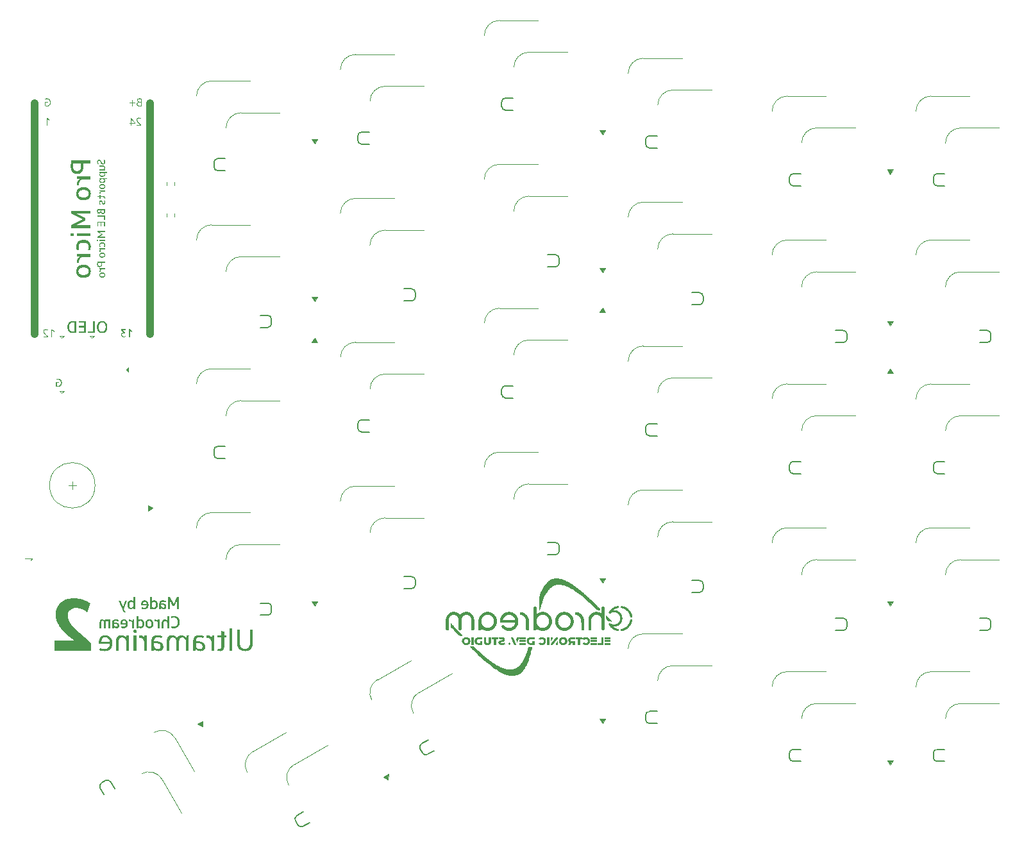
<source format=gbr>
%TF.GenerationSoftware,KiCad,Pcbnew,7.0.5*%
%TF.CreationDate,2023-11-26T00:23:34+09:00*%
%TF.ProjectId,Ultramarine-2,556c7472-616d-4617-9269-6e652d322e6b,rev?*%
%TF.SameCoordinates,Original*%
%TF.FileFunction,Legend,Bot*%
%TF.FilePolarity,Positive*%
%FSLAX46Y46*%
G04 Gerber Fmt 4.6, Leading zero omitted, Abs format (unit mm)*
G04 Created by KiCad (PCBNEW 7.0.5) date 2023-11-26 00:23:34*
%MOMM*%
%LPD*%
G01*
G04 APERTURE LIST*
%ADD10C,0.250000*%
%ADD11C,0.600000*%
%ADD12C,0.187500*%
%ADD13C,0.100000*%
%ADD14C,0.150000*%
%ADD15C,0.120000*%
%ADD16C,1.000000*%
G04 APERTURE END LIST*
D10*
G36*
X110577076Y-110825000D02*
G01*
X110577076Y-109260990D01*
X110334176Y-109260990D01*
X109871092Y-110173604D01*
X109875122Y-110173604D01*
X109412037Y-109260990D01*
X109160711Y-109260990D01*
X109160711Y-110825000D01*
X109416434Y-110825000D01*
X109408740Y-109677913D01*
X109404710Y-109680478D01*
X109760083Y-110402948D01*
X109985764Y-110402948D01*
X110341503Y-109680478D01*
X110337473Y-109677913D01*
X110329780Y-110825000D01*
X110577076Y-110825000D01*
G37*
G36*
X108490070Y-109683303D02*
G01*
X108513483Y-109684084D01*
X108537056Y-109685386D01*
X108560790Y-109687209D01*
X108584684Y-109689554D01*
X108608738Y-109692419D01*
X108632952Y-109695805D01*
X108657327Y-109699712D01*
X108681862Y-109704139D01*
X108706557Y-109709088D01*
X108731413Y-109714558D01*
X108756428Y-109720549D01*
X108781604Y-109727060D01*
X108806941Y-109734093D01*
X108832437Y-109741646D01*
X108858094Y-109749720D01*
X108858094Y-109960746D01*
X108843848Y-109955494D01*
X108829733Y-109950409D01*
X108801892Y-109940739D01*
X108774572Y-109931736D01*
X108747773Y-109923400D01*
X108721495Y-109915731D01*
X108695738Y-109908728D01*
X108670502Y-109902393D01*
X108645786Y-109896724D01*
X108621592Y-109891722D01*
X108597919Y-109887387D01*
X108574766Y-109883720D01*
X108552134Y-109880718D01*
X108530024Y-109878384D01*
X108508434Y-109876717D01*
X108487365Y-109875717D01*
X108466817Y-109875383D01*
X108450521Y-109875545D01*
X108434881Y-109876030D01*
X108419896Y-109876839D01*
X108398647Y-109878658D01*
X108378873Y-109881205D01*
X108360574Y-109884480D01*
X108343749Y-109888482D01*
X108328399Y-109893212D01*
X108314524Y-109898670D01*
X108298318Y-109907080D01*
X108284734Y-109916782D01*
X108281714Y-109919411D01*
X108270591Y-109931197D01*
X108261003Y-109945022D01*
X108252949Y-109960884D01*
X108246429Y-109978785D01*
X108242545Y-109993547D01*
X108239525Y-110009456D01*
X108237367Y-110026511D01*
X108236073Y-110044713D01*
X108235642Y-110064061D01*
X108235642Y-110094469D01*
X108340055Y-110094469D01*
X108358072Y-110094572D01*
X108375804Y-110094881D01*
X108393254Y-110095397D01*
X108410420Y-110096118D01*
X108427303Y-110097045D01*
X108443902Y-110098179D01*
X108460219Y-110099518D01*
X108476251Y-110101064D01*
X108492001Y-110102815D01*
X108507467Y-110104773D01*
X108522649Y-110106937D01*
X108537549Y-110109307D01*
X108566497Y-110114665D01*
X108594312Y-110120847D01*
X108620994Y-110127854D01*
X108646542Y-110135685D01*
X108670957Y-110144340D01*
X108694238Y-110153820D01*
X108716386Y-110164124D01*
X108737400Y-110175252D01*
X108757281Y-110187205D01*
X108776029Y-110199982D01*
X108793641Y-110213463D01*
X108810118Y-110227620D01*
X108825458Y-110242452D01*
X108839662Y-110257959D01*
X108852729Y-110274142D01*
X108864660Y-110291001D01*
X108875455Y-110308535D01*
X108885114Y-110326744D01*
X108893636Y-110345629D01*
X108901022Y-110365189D01*
X108907272Y-110385425D01*
X108912385Y-110406337D01*
X108916362Y-110427924D01*
X108919203Y-110450186D01*
X108920907Y-110473124D01*
X108921475Y-110496737D01*
X108921103Y-110516101D01*
X108919987Y-110534994D01*
X108918127Y-110553413D01*
X108915522Y-110571361D01*
X108912173Y-110588836D01*
X108908080Y-110605839D01*
X108903243Y-110622370D01*
X108897662Y-110638428D01*
X108891336Y-110654015D01*
X108884267Y-110669129D01*
X108876453Y-110683770D01*
X108867895Y-110697940D01*
X108858592Y-110711637D01*
X108848546Y-110724862D01*
X108837755Y-110737614D01*
X108826221Y-110749895D01*
X108814106Y-110761563D01*
X108801577Y-110772478D01*
X108788633Y-110782640D01*
X108775273Y-110792050D01*
X108761499Y-110800706D01*
X108747309Y-110808610D01*
X108732705Y-110815762D01*
X108717685Y-110822160D01*
X108702251Y-110827806D01*
X108686401Y-110832699D01*
X108670137Y-110836839D01*
X108653457Y-110840227D01*
X108636362Y-110842861D01*
X108618853Y-110844743D01*
X108600928Y-110845872D01*
X108582588Y-110846249D01*
X108567166Y-110846070D01*
X108551994Y-110845535D01*
X108537073Y-110844642D01*
X108522402Y-110843392D01*
X108493811Y-110839822D01*
X108466222Y-110834823D01*
X108439635Y-110828396D01*
X108414049Y-110820540D01*
X108389466Y-110811257D01*
X108365884Y-110800545D01*
X108343304Y-110788405D01*
X108321726Y-110774836D01*
X108301149Y-110759840D01*
X108281574Y-110743415D01*
X108263001Y-110725562D01*
X108245430Y-110706280D01*
X108228861Y-110685571D01*
X108217876Y-110669951D01*
X108220621Y-110825000D01*
X107990544Y-110825000D01*
X107990544Y-110272156D01*
X108235642Y-110272156D01*
X108235642Y-110327843D01*
X108235720Y-110336987D01*
X108236347Y-110354904D01*
X108237600Y-110372329D01*
X108239481Y-110389262D01*
X108241988Y-110405703D01*
X108245122Y-110421651D01*
X108248883Y-110437107D01*
X108253271Y-110452071D01*
X108258286Y-110466542D01*
X108263927Y-110480521D01*
X108270195Y-110494008D01*
X108277090Y-110507002D01*
X108288608Y-110525571D01*
X108301537Y-110543032D01*
X108315875Y-110559385D01*
X108326071Y-110569545D01*
X108342158Y-110583555D01*
X108359198Y-110596091D01*
X108377191Y-110607151D01*
X108396138Y-110616737D01*
X108416037Y-110624848D01*
X108436890Y-110631485D01*
X108451321Y-110635090D01*
X108466176Y-110638039D01*
X108481455Y-110640333D01*
X108497157Y-110641972D01*
X108513283Y-110642955D01*
X108529832Y-110643283D01*
X108544675Y-110642550D01*
X108562473Y-110639573D01*
X108579430Y-110634307D01*
X108595546Y-110626751D01*
X108610821Y-110616905D01*
X108622436Y-110607379D01*
X108633513Y-110596388D01*
X108643560Y-110584241D01*
X108652266Y-110571246D01*
X108659634Y-110557405D01*
X108665662Y-110542716D01*
X108670350Y-110527180D01*
X108673699Y-110510796D01*
X108675708Y-110493566D01*
X108676378Y-110475488D01*
X108676051Y-110464048D01*
X108674338Y-110447435D01*
X108671157Y-110431478D01*
X108666507Y-110416179D01*
X108660389Y-110401537D01*
X108652803Y-110387551D01*
X108643748Y-110374223D01*
X108633225Y-110361551D01*
X108621234Y-110349536D01*
X108607775Y-110338178D01*
X108592847Y-110327477D01*
X108587542Y-110324073D01*
X108570624Y-110314511D01*
X108552200Y-110305921D01*
X108532268Y-110298304D01*
X108518143Y-110293766D01*
X108503348Y-110289660D01*
X108487883Y-110285986D01*
X108471749Y-110282745D01*
X108454945Y-110279935D01*
X108437471Y-110277558D01*
X108419327Y-110275613D01*
X108400514Y-110274101D01*
X108381031Y-110273020D01*
X108360878Y-110272372D01*
X108340055Y-110272156D01*
X108235642Y-110272156D01*
X107990544Y-110272156D01*
X107990544Y-110138066D01*
X107990644Y-110122080D01*
X107990946Y-110106406D01*
X107991449Y-110091045D01*
X107992152Y-110075996D01*
X107994163Y-110046837D01*
X107996978Y-110018929D01*
X108000597Y-109992272D01*
X108005021Y-109966866D01*
X108010249Y-109942710D01*
X108016281Y-109919805D01*
X108023117Y-109898151D01*
X108030758Y-109877748D01*
X108039203Y-109858595D01*
X108048452Y-109840693D01*
X108058506Y-109824042D01*
X108069364Y-109808642D01*
X108081026Y-109794493D01*
X108093492Y-109781594D01*
X108100068Y-109775531D01*
X108114204Y-109763982D01*
X108129655Y-109753203D01*
X108146419Y-109743193D01*
X108164496Y-109733954D01*
X108183888Y-109725485D01*
X108204593Y-109717785D01*
X108226612Y-109710856D01*
X108249945Y-109704697D01*
X108274592Y-109699307D01*
X108300552Y-109694687D01*
X108327826Y-109690838D01*
X108356414Y-109687758D01*
X108371201Y-109686507D01*
X108386316Y-109685448D01*
X108401759Y-109684582D01*
X108417531Y-109683908D01*
X108433631Y-109683427D01*
X108450060Y-109683138D01*
X108466817Y-109683042D01*
X108490070Y-109683303D01*
G37*
G36*
X107012843Y-109818208D02*
G01*
X107025978Y-109805402D01*
X107043687Y-109789631D01*
X107061813Y-109774948D01*
X107080358Y-109761352D01*
X107099320Y-109748845D01*
X107118700Y-109737424D01*
X107138498Y-109727092D01*
X107158714Y-109717847D01*
X107179347Y-109709689D01*
X107200399Y-109702620D01*
X107221869Y-109696638D01*
X107243756Y-109691743D01*
X107266061Y-109687936D01*
X107288785Y-109685217D01*
X107311926Y-109683586D01*
X107335484Y-109683042D01*
X107360948Y-109683643D01*
X107385774Y-109685446D01*
X107409961Y-109688452D01*
X107433510Y-109692659D01*
X107456420Y-109698069D01*
X107478693Y-109704680D01*
X107500327Y-109712494D01*
X107521323Y-109721510D01*
X107541680Y-109731728D01*
X107561400Y-109743149D01*
X107580481Y-109755771D01*
X107598923Y-109769596D01*
X107616728Y-109784622D01*
X107633894Y-109800851D01*
X107650422Y-109818282D01*
X107666311Y-109836915D01*
X107681351Y-109856574D01*
X107695420Y-109877175D01*
X107708519Y-109898718D01*
X107720648Y-109921202D01*
X107731806Y-109944628D01*
X107741994Y-109968995D01*
X107751212Y-109994304D01*
X107759460Y-110020555D01*
X107766737Y-110047748D01*
X107773044Y-110075882D01*
X107775833Y-110090302D01*
X107778380Y-110104958D01*
X107780685Y-110119849D01*
X107782747Y-110134975D01*
X107784566Y-110150337D01*
X107786143Y-110165935D01*
X107787477Y-110181767D01*
X107788568Y-110197835D01*
X107789417Y-110214139D01*
X107790024Y-110230678D01*
X107790388Y-110247452D01*
X107790509Y-110264462D01*
X107790383Y-110280980D01*
X107790007Y-110297288D01*
X107789379Y-110313384D01*
X107788500Y-110329269D01*
X107787369Y-110344942D01*
X107785988Y-110360405D01*
X107784356Y-110375657D01*
X107782472Y-110390698D01*
X107780337Y-110405527D01*
X107777951Y-110420146D01*
X107772425Y-110448749D01*
X107765895Y-110476508D01*
X107758360Y-110503423D01*
X107749821Y-110529494D01*
X107740277Y-110554720D01*
X107729728Y-110579102D01*
X107718175Y-110602639D01*
X107705617Y-110625332D01*
X107692054Y-110647181D01*
X107677487Y-110668186D01*
X107661915Y-110688346D01*
X107645570Y-110707467D01*
X107628685Y-110725354D01*
X107611258Y-110742008D01*
X107593290Y-110757428D01*
X107574782Y-110771615D01*
X107555732Y-110784568D01*
X107536142Y-110796287D01*
X107516010Y-110806773D01*
X107495338Y-110816025D01*
X107474125Y-110824044D01*
X107452370Y-110830828D01*
X107430075Y-110836380D01*
X107407239Y-110840697D01*
X107383862Y-110843781D01*
X107359944Y-110845632D01*
X107335484Y-110846249D01*
X107322363Y-110846108D01*
X107303104Y-110845372D01*
X107284354Y-110844005D01*
X107266112Y-110842006D01*
X107248380Y-110839376D01*
X107231156Y-110836116D01*
X107214441Y-110832224D01*
X107198235Y-110827701D01*
X107182537Y-110822547D01*
X107167349Y-110816761D01*
X107152669Y-110810345D01*
X107143006Y-110805649D01*
X107128512Y-110797828D01*
X107114017Y-110789073D01*
X107099523Y-110779384D01*
X107085029Y-110768761D01*
X107070534Y-110757205D01*
X107056040Y-110744714D01*
X107041546Y-110731290D01*
X107027052Y-110716932D01*
X107012557Y-110701640D01*
X107002292Y-110690149D01*
X107005024Y-110825000D01*
X106775314Y-110825000D01*
X106775314Y-110422732D01*
X107020411Y-110422732D01*
X107020715Y-110433921D01*
X107022307Y-110450422D01*
X107025266Y-110466581D01*
X107029589Y-110482398D01*
X107035278Y-110497875D01*
X107042332Y-110513010D01*
X107050751Y-110527804D01*
X107060535Y-110542256D01*
X107071685Y-110556367D01*
X107084200Y-110570137D01*
X107098080Y-110583565D01*
X107107861Y-110592083D01*
X107122971Y-110603830D01*
X107138609Y-110614340D01*
X107154776Y-110623614D01*
X107171471Y-110631651D01*
X107188693Y-110638451D01*
X107206444Y-110644016D01*
X107224723Y-110648343D01*
X107243530Y-110651434D01*
X107262865Y-110653289D01*
X107282728Y-110653907D01*
X107297908Y-110653535D01*
X107319899Y-110651582D01*
X107340957Y-110647954D01*
X107361081Y-110642652D01*
X107380271Y-110635675D01*
X107398527Y-110627024D01*
X107415850Y-110616699D01*
X107432239Y-110604699D01*
X107447694Y-110591024D01*
X107462215Y-110575676D01*
X107475802Y-110558653D01*
X107484231Y-110546341D01*
X107492117Y-110533219D01*
X107499458Y-110519287D01*
X107506256Y-110504545D01*
X107512510Y-110488993D01*
X107518220Y-110472631D01*
X107523386Y-110455460D01*
X107528009Y-110437478D01*
X107532088Y-110418686D01*
X107535622Y-110399084D01*
X107538613Y-110378672D01*
X107541061Y-110357450D01*
X107542964Y-110335418D01*
X107544324Y-110312576D01*
X107545139Y-110288924D01*
X107545411Y-110264462D01*
X107545155Y-110240525D01*
X107544385Y-110217347D01*
X107543102Y-110194930D01*
X107541307Y-110173272D01*
X107538998Y-110152374D01*
X107536176Y-110132236D01*
X107532841Y-110112858D01*
X107528994Y-110094240D01*
X107524633Y-110076382D01*
X107519759Y-110059284D01*
X107514372Y-110042946D01*
X107508471Y-110027367D01*
X107502058Y-110012549D01*
X107495132Y-109998490D01*
X107487693Y-109985192D01*
X107479740Y-109972653D01*
X107462297Y-109949855D01*
X107442801Y-109930098D01*
X107421252Y-109913379D01*
X107397652Y-109899701D01*
X107371999Y-109889062D01*
X107344294Y-109881463D01*
X107329672Y-109878803D01*
X107314537Y-109876903D01*
X107298889Y-109875763D01*
X107282728Y-109875383D01*
X107269427Y-109875660D01*
X107249916Y-109877110D01*
X107230933Y-109879803D01*
X107212478Y-109883738D01*
X107194552Y-109888917D01*
X107177153Y-109895339D01*
X107160282Y-109903004D01*
X107143940Y-109911911D01*
X107128125Y-109922062D01*
X107112839Y-109933455D01*
X107098080Y-109946092D01*
X107088675Y-109954960D01*
X107075705Y-109968548D01*
X107064100Y-109982476D01*
X107053861Y-109996746D01*
X107044986Y-110011357D01*
X107037477Y-110026310D01*
X107031333Y-110041604D01*
X107026555Y-110057239D01*
X107023142Y-110073216D01*
X107021094Y-110089534D01*
X107020411Y-110106193D01*
X107020411Y-110422732D01*
X106775314Y-110422732D01*
X106775314Y-109218859D01*
X107020411Y-109218859D01*
X107012843Y-109818208D01*
G37*
G36*
X106071759Y-109683186D02*
G01*
X106086788Y-109683617D01*
X106116173Y-109685343D01*
X106144662Y-109688220D01*
X106172255Y-109692247D01*
X106198952Y-109697425D01*
X106224754Y-109703753D01*
X106249660Y-109711232D01*
X106273669Y-109719862D01*
X106296783Y-109729642D01*
X106319001Y-109740573D01*
X106340323Y-109752654D01*
X106360749Y-109765886D01*
X106380280Y-109780269D01*
X106398914Y-109795802D01*
X106416653Y-109812486D01*
X106433496Y-109830321D01*
X106449334Y-109849277D01*
X106464150Y-109869327D01*
X106477945Y-109890470D01*
X106490717Y-109912707D01*
X106502468Y-109936037D01*
X106513197Y-109960460D01*
X106522904Y-109985977D01*
X106531590Y-110012587D01*
X106539253Y-110040290D01*
X106542702Y-110054552D01*
X106545895Y-110069087D01*
X106548833Y-110083895D01*
X106551515Y-110098977D01*
X106553942Y-110114332D01*
X106556113Y-110129961D01*
X106558029Y-110145862D01*
X106559690Y-110162038D01*
X106561095Y-110178486D01*
X106562244Y-110195208D01*
X106563138Y-110212203D01*
X106563777Y-110229472D01*
X106564160Y-110247013D01*
X106564288Y-110264829D01*
X106564145Y-110282644D01*
X106563718Y-110300186D01*
X106563006Y-110317454D01*
X106562009Y-110334449D01*
X106560728Y-110351171D01*
X106559161Y-110367619D01*
X106557310Y-110383795D01*
X106555174Y-110399696D01*
X106552754Y-110415325D01*
X106550048Y-110430680D01*
X106547058Y-110445762D01*
X106543783Y-110460570D01*
X106540223Y-110475105D01*
X106536378Y-110489367D01*
X106527834Y-110517070D01*
X106518152Y-110543680D01*
X106507330Y-110569197D01*
X106495368Y-110593620D01*
X106482268Y-110616950D01*
X106468028Y-110639187D01*
X106452650Y-110660330D01*
X106436132Y-110680380D01*
X106418475Y-110699337D01*
X106399724Y-110717127D01*
X106380018Y-110733769D01*
X106359356Y-110749264D01*
X106337737Y-110763611D01*
X106315163Y-110776810D01*
X106291633Y-110788861D01*
X106267146Y-110799765D01*
X106241704Y-110809521D01*
X106215306Y-110818129D01*
X106187951Y-110825589D01*
X106159641Y-110831902D01*
X106145128Y-110834628D01*
X106130375Y-110837067D01*
X106115383Y-110839219D01*
X106100153Y-110841084D01*
X106084683Y-110842662D01*
X106068975Y-110843953D01*
X106053027Y-110844957D01*
X106036841Y-110845675D01*
X106020415Y-110846105D01*
X106003750Y-110846249D01*
X105984480Y-110846057D01*
X105964956Y-110845482D01*
X105945176Y-110844523D01*
X105925142Y-110843180D01*
X105904853Y-110841454D01*
X105884310Y-110839345D01*
X105863512Y-110836852D01*
X105842459Y-110833975D01*
X105821151Y-110830715D01*
X105799588Y-110827072D01*
X105777771Y-110823045D01*
X105755699Y-110818634D01*
X105733372Y-110813840D01*
X105710791Y-110808662D01*
X105687954Y-110803101D01*
X105664863Y-110797156D01*
X105664863Y-110584665D01*
X105687057Y-110593537D01*
X105708942Y-110601838D01*
X105730517Y-110609566D01*
X105751783Y-110616721D01*
X105772741Y-110623305D01*
X105793389Y-110629315D01*
X105813728Y-110634753D01*
X105833757Y-110639619D01*
X105853478Y-110643913D01*
X105872890Y-110647633D01*
X105891992Y-110650782D01*
X105910785Y-110653358D01*
X105929270Y-110655361D01*
X105947445Y-110656793D01*
X105965311Y-110657651D01*
X105982868Y-110657937D01*
X106002314Y-110657626D01*
X106021178Y-110656694D01*
X106039460Y-110655139D01*
X106057159Y-110652963D01*
X106074276Y-110650165D01*
X106090811Y-110646745D01*
X106106762Y-110642703D01*
X106122132Y-110638039D01*
X106136919Y-110632754D01*
X106151123Y-110626847D01*
X106164745Y-110620317D01*
X106177785Y-110613167D01*
X106190242Y-110605394D01*
X106213409Y-110587983D01*
X106234246Y-110568085D01*
X106252753Y-110545699D01*
X106261133Y-110533574D01*
X106268930Y-110520827D01*
X106276145Y-110507458D01*
X106282778Y-110493467D01*
X106288828Y-110478854D01*
X106294295Y-110463619D01*
X106299180Y-110447763D01*
X106303483Y-110431285D01*
X106307203Y-110414185D01*
X106310341Y-110396463D01*
X106312896Y-110378120D01*
X106314869Y-110359154D01*
X106316259Y-110339567D01*
X105598918Y-110339567D01*
X105598445Y-110336134D01*
X105596303Y-110319710D01*
X105594538Y-110304521D01*
X105592915Y-110287923D01*
X105591705Y-110270805D01*
X105591224Y-110254204D01*
X105591338Y-110236126D01*
X105591678Y-110218345D01*
X105592245Y-110200860D01*
X105593039Y-110183673D01*
X105594060Y-110166783D01*
X105595199Y-110151622D01*
X105832292Y-110151622D01*
X106315893Y-110151622D01*
X106314310Y-110133963D01*
X106312309Y-110116892D01*
X106309891Y-110100407D01*
X106307054Y-110084509D01*
X106303800Y-110069197D01*
X106300128Y-110054472D01*
X106296038Y-110040335D01*
X106289119Y-110020228D01*
X106281260Y-110001441D01*
X106272461Y-109983975D01*
X106262721Y-109967829D01*
X106252042Y-109953003D01*
X106240422Y-109939497D01*
X106227849Y-109927254D01*
X106214310Y-109916214D01*
X106199805Y-109906379D01*
X106184334Y-109897749D01*
X106167897Y-109890322D01*
X106150494Y-109884100D01*
X106132125Y-109879082D01*
X106112790Y-109875269D01*
X106092489Y-109872660D01*
X106071222Y-109871255D01*
X106056507Y-109870987D01*
X106030000Y-109872083D01*
X106005159Y-109875372D01*
X105981983Y-109880853D01*
X105960474Y-109888527D01*
X105940630Y-109898393D01*
X105922452Y-109910451D01*
X105905940Y-109924702D01*
X105891093Y-109941146D01*
X105877913Y-109959782D01*
X105866398Y-109980610D01*
X105856549Y-110003631D01*
X105848366Y-110028844D01*
X105841849Y-110056250D01*
X105839215Y-110070775D01*
X105836997Y-110085848D01*
X105835196Y-110101469D01*
X105833812Y-110117639D01*
X105832844Y-110134356D01*
X105832292Y-110151622D01*
X105595199Y-110151622D01*
X105595307Y-110150189D01*
X105596782Y-110133893D01*
X105598483Y-110117894D01*
X105600411Y-110102191D01*
X105602566Y-110086786D01*
X105604947Y-110071677D01*
X105607556Y-110056865D01*
X105613454Y-110028133D01*
X105620259Y-110000588D01*
X105627971Y-109974232D01*
X105636590Y-109949063D01*
X105646117Y-109925081D01*
X105656552Y-109902288D01*
X105667893Y-109880683D01*
X105680142Y-109860265D01*
X105693298Y-109841035D01*
X105707362Y-109822993D01*
X105722292Y-109806046D01*
X105738142Y-109790192D01*
X105754910Y-109775432D01*
X105772597Y-109761765D01*
X105791203Y-109749191D01*
X105810728Y-109737710D01*
X105831171Y-109727323D01*
X105852534Y-109718030D01*
X105874814Y-109709830D01*
X105898014Y-109702723D01*
X105922133Y-109696709D01*
X105947170Y-109691789D01*
X105973126Y-109687962D01*
X106000001Y-109685229D01*
X106027794Y-109683589D01*
X106056507Y-109683042D01*
X106071759Y-109683186D01*
G37*
G36*
X104787055Y-110825000D02*
G01*
X104557344Y-110825000D01*
X104560074Y-110690197D01*
X104554644Y-110696336D01*
X104540157Y-110711939D01*
X104525677Y-110726608D01*
X104511203Y-110740343D01*
X104496735Y-110753145D01*
X104482274Y-110765013D01*
X104467820Y-110775947D01*
X104453372Y-110785947D01*
X104438930Y-110795013D01*
X104424495Y-110803146D01*
X104410066Y-110810345D01*
X104400291Y-110814693D01*
X104385211Y-110820688D01*
X104369628Y-110826053D01*
X104353543Y-110830786D01*
X104336956Y-110834888D01*
X104319866Y-110838360D01*
X104302275Y-110841200D01*
X104284180Y-110843409D01*
X104265584Y-110844986D01*
X104246485Y-110845933D01*
X104226884Y-110846249D01*
X104202469Y-110845632D01*
X104178592Y-110843781D01*
X104155254Y-110840697D01*
X104132453Y-110836380D01*
X104110191Y-110830828D01*
X104088467Y-110824044D01*
X104067280Y-110816025D01*
X104046632Y-110806773D01*
X104026522Y-110796287D01*
X104006951Y-110784568D01*
X103987917Y-110771615D01*
X103969421Y-110757428D01*
X103951464Y-110742008D01*
X103934044Y-110725354D01*
X103917163Y-110707467D01*
X103900819Y-110688346D01*
X103885203Y-110668186D01*
X103870594Y-110647181D01*
X103856993Y-110625332D01*
X103844399Y-110602639D01*
X103832813Y-110579102D01*
X103822234Y-110554720D01*
X103812663Y-110529494D01*
X103804099Y-110503423D01*
X103796543Y-110476508D01*
X103789994Y-110448749D01*
X103784453Y-110420146D01*
X103782060Y-110405527D01*
X103779919Y-110390698D01*
X103778030Y-110375657D01*
X103776393Y-110360405D01*
X103775008Y-110344942D01*
X103773874Y-110329269D01*
X103772993Y-110313384D01*
X103772363Y-110297288D01*
X103771985Y-110280980D01*
X103771859Y-110264462D01*
X104016957Y-110264462D01*
X104017230Y-110288924D01*
X104018050Y-110312576D01*
X104019417Y-110335418D01*
X104021330Y-110357450D01*
X104023790Y-110378672D01*
X104026797Y-110399084D01*
X104030351Y-110418686D01*
X104034451Y-110437478D01*
X104039098Y-110455460D01*
X104044291Y-110472631D01*
X104050031Y-110488993D01*
X104056318Y-110504545D01*
X104063152Y-110519287D01*
X104070532Y-110533219D01*
X104078459Y-110546341D01*
X104086933Y-110558653D01*
X104091358Y-110564513D01*
X104105251Y-110580978D01*
X104120071Y-110595769D01*
X104135819Y-110608885D01*
X104152495Y-110620326D01*
X104170097Y-110630094D01*
X104188627Y-110638187D01*
X104208085Y-110644605D01*
X104228469Y-110649349D01*
X104249781Y-110652419D01*
X104264505Y-110653535D01*
X104279640Y-110653907D01*
X104292942Y-110653633D01*
X104312461Y-110652190D01*
X104331458Y-110649511D01*
X104349933Y-110645595D01*
X104367887Y-110640443D01*
X104385319Y-110634055D01*
X104402229Y-110626430D01*
X104418618Y-110617569D01*
X104434485Y-110607471D01*
X104449830Y-110596136D01*
X104464654Y-110583565D01*
X104474059Y-110574651D01*
X104487029Y-110560995D01*
X104498634Y-110546998D01*
X104508874Y-110532659D01*
X104517748Y-110517979D01*
X104525257Y-110502958D01*
X104531401Y-110487595D01*
X104536180Y-110471891D01*
X104539593Y-110455846D01*
X104541641Y-110439459D01*
X104542323Y-110422732D01*
X104542323Y-110106193D01*
X104542020Y-110095049D01*
X104540427Y-110078617D01*
X104537469Y-110062527D01*
X104533146Y-110046778D01*
X104527457Y-110031370D01*
X104520403Y-110016304D01*
X104511984Y-110001579D01*
X104502199Y-109987195D01*
X104491049Y-109973152D01*
X104478534Y-109959451D01*
X104464654Y-109946092D01*
X104454829Y-109937529D01*
X104439658Y-109925722D01*
X104423965Y-109915157D01*
X104407750Y-109905835D01*
X104391013Y-109897756D01*
X104373755Y-109890920D01*
X104355976Y-109885327D01*
X104337674Y-109880976D01*
X104318851Y-109877869D01*
X104299506Y-109876005D01*
X104279640Y-109875383D01*
X104263479Y-109875763D01*
X104247831Y-109876903D01*
X104232696Y-109878803D01*
X104218074Y-109881463D01*
X104190369Y-109889062D01*
X104164716Y-109899701D01*
X104141116Y-109913379D01*
X104119568Y-109930098D01*
X104100072Y-109949855D01*
X104082628Y-109972653D01*
X104074675Y-109985192D01*
X104067236Y-109998490D01*
X104060310Y-110012549D01*
X104053897Y-110027367D01*
X104047997Y-110042946D01*
X104042610Y-110059284D01*
X104037736Y-110076382D01*
X104033375Y-110094240D01*
X104029527Y-110112858D01*
X104026192Y-110132236D01*
X104023370Y-110152374D01*
X104021061Y-110173272D01*
X104019266Y-110194930D01*
X104017983Y-110217347D01*
X104017213Y-110240525D01*
X104016957Y-110264462D01*
X103771859Y-110264462D01*
X103771981Y-110247452D01*
X103772346Y-110230678D01*
X103772954Y-110214139D01*
X103773806Y-110197835D01*
X103774900Y-110181767D01*
X103776238Y-110165935D01*
X103777820Y-110150337D01*
X103779644Y-110134975D01*
X103781712Y-110119849D01*
X103784024Y-110104958D01*
X103786578Y-110090302D01*
X103789376Y-110075882D01*
X103795702Y-110047748D01*
X103803000Y-110020555D01*
X103811272Y-109994304D01*
X103820517Y-109968995D01*
X103830735Y-109944628D01*
X103841926Y-109921202D01*
X103854091Y-109898718D01*
X103867228Y-109877175D01*
X103881339Y-109856574D01*
X103896423Y-109836915D01*
X103912311Y-109818282D01*
X103928835Y-109800851D01*
X103945994Y-109784622D01*
X103963788Y-109769596D01*
X103982218Y-109755771D01*
X104001283Y-109743149D01*
X104020984Y-109731728D01*
X104041320Y-109721510D01*
X104062292Y-109712494D01*
X104083899Y-109704680D01*
X104106141Y-109698069D01*
X104129019Y-109692659D01*
X104152532Y-109688452D01*
X104176680Y-109685446D01*
X104201464Y-109683643D01*
X104226884Y-109683042D01*
X104250487Y-109683583D01*
X104273670Y-109685206D01*
X104296431Y-109687911D01*
X104318772Y-109691697D01*
X104340693Y-109696566D01*
X104362192Y-109702517D01*
X104383271Y-109709549D01*
X104403929Y-109717663D01*
X104424167Y-109726860D01*
X104443983Y-109737138D01*
X104463379Y-109748498D01*
X104482354Y-109760940D01*
X104500908Y-109774464D01*
X104519042Y-109789070D01*
X104536755Y-109804758D01*
X104549523Y-109817140D01*
X104542323Y-109218859D01*
X104787055Y-109218859D01*
X104787055Y-110825000D01*
G37*
G36*
X103177983Y-110554623D02*
G01*
X103182013Y-110554256D01*
X102884525Y-109704291D01*
X102635031Y-109704291D01*
X103266643Y-111289183D01*
X103516503Y-111289183D01*
X103308408Y-110812909D01*
X103702983Y-109704291D01*
X103445795Y-109704291D01*
X103177983Y-110554623D01*
G37*
G36*
X109932274Y-113152658D02*
G01*
X109911290Y-113152428D01*
X109890102Y-113151737D01*
X109868712Y-113150585D01*
X109847118Y-113148972D01*
X109825320Y-113146898D01*
X109803320Y-113144364D01*
X109781116Y-113141368D01*
X109758709Y-113137912D01*
X109736099Y-113133995D01*
X109713286Y-113129617D01*
X109690269Y-113124779D01*
X109667050Y-113119479D01*
X109643627Y-113113719D01*
X109620000Y-113107498D01*
X109596171Y-113100816D01*
X109572138Y-113093674D01*
X109572138Y-113321186D01*
X109595609Y-113326643D01*
X109619125Y-113331747D01*
X109642686Y-113336500D01*
X109666294Y-113340901D01*
X109689947Y-113344949D01*
X109713647Y-113348646D01*
X109737392Y-113351990D01*
X109761182Y-113354983D01*
X109785019Y-113357623D01*
X109808901Y-113359912D01*
X109832829Y-113361848D01*
X109856803Y-113363432D01*
X109880823Y-113364664D01*
X109904889Y-113365545D01*
X109929000Y-113366073D01*
X109953157Y-113366249D01*
X109973410Y-113366043D01*
X109993409Y-113365427D01*
X110013154Y-113364400D01*
X110032647Y-113362963D01*
X110051886Y-113361115D01*
X110070872Y-113358856D01*
X110089604Y-113356186D01*
X110108084Y-113353105D01*
X110126309Y-113349614D01*
X110144282Y-113345712D01*
X110162001Y-113341400D01*
X110179467Y-113336676D01*
X110196680Y-113331542D01*
X110213639Y-113325997D01*
X110230345Y-113320042D01*
X110246798Y-113313675D01*
X110262998Y-113306898D01*
X110278944Y-113299711D01*
X110294637Y-113292112D01*
X110310076Y-113284103D01*
X110325262Y-113275683D01*
X110340195Y-113266852D01*
X110354875Y-113257611D01*
X110369301Y-113247959D01*
X110383474Y-113237896D01*
X110397394Y-113227422D01*
X110411060Y-113216538D01*
X110424473Y-113205243D01*
X110437633Y-113193537D01*
X110450540Y-113181421D01*
X110463193Y-113168893D01*
X110475593Y-113155956D01*
X110487674Y-113142644D01*
X110499372Y-113128996D01*
X110510686Y-113115012D01*
X110521617Y-113100692D01*
X110532164Y-113086035D01*
X110542328Y-113071042D01*
X110552108Y-113055713D01*
X110561505Y-113040047D01*
X110570518Y-113024045D01*
X110579148Y-113007707D01*
X110587394Y-112991032D01*
X110595256Y-112974021D01*
X110602735Y-112956674D01*
X110609831Y-112938991D01*
X110616543Y-112920971D01*
X110622871Y-112902615D01*
X110628816Y-112883922D01*
X110634377Y-112864893D01*
X110639555Y-112845528D01*
X110644349Y-112825827D01*
X110648760Y-112805789D01*
X110652787Y-112785415D01*
X110656431Y-112764705D01*
X110659691Y-112743658D01*
X110662567Y-112722275D01*
X110665060Y-112700556D01*
X110667170Y-112678501D01*
X110668896Y-112656109D01*
X110670238Y-112633381D01*
X110671197Y-112610316D01*
X110671772Y-112586915D01*
X110671964Y-112563178D01*
X110671778Y-112539709D01*
X110671221Y-112516564D01*
X110670293Y-112493742D01*
X110668993Y-112471244D01*
X110667322Y-112449069D01*
X110665279Y-112427217D01*
X110662865Y-112405689D01*
X110660080Y-112384484D01*
X110656923Y-112363603D01*
X110653395Y-112343045D01*
X110649496Y-112322810D01*
X110645225Y-112302899D01*
X110640583Y-112283312D01*
X110635569Y-112264047D01*
X110630184Y-112245107D01*
X110624428Y-112226489D01*
X110618300Y-112208195D01*
X110611801Y-112190225D01*
X110604931Y-112172578D01*
X110597689Y-112155254D01*
X110590076Y-112138254D01*
X110582092Y-112121578D01*
X110573736Y-112105224D01*
X110565008Y-112089194D01*
X110555910Y-112073488D01*
X110546440Y-112058105D01*
X110536598Y-112043045D01*
X110526386Y-112028309D01*
X110515801Y-112013896D01*
X110504846Y-111999807D01*
X110493519Y-111986041D01*
X110481821Y-111972599D01*
X110469792Y-111959526D01*
X110457473Y-111946868D01*
X110444865Y-111934624D01*
X110431967Y-111922796D01*
X110418779Y-111911383D01*
X110405301Y-111900385D01*
X110391533Y-111889802D01*
X110377476Y-111879634D01*
X110363128Y-111869881D01*
X110348491Y-111860543D01*
X110333565Y-111851620D01*
X110318348Y-111843112D01*
X110302842Y-111835019D01*
X110287045Y-111827341D01*
X110270959Y-111820078D01*
X110254583Y-111813230D01*
X110237918Y-111806798D01*
X110220962Y-111800780D01*
X110203717Y-111795177D01*
X110186182Y-111789989D01*
X110168357Y-111785216D01*
X110150243Y-111780859D01*
X110131838Y-111776916D01*
X110113144Y-111773388D01*
X110094160Y-111770276D01*
X110074886Y-111767578D01*
X110055322Y-111765295D01*
X110035469Y-111763428D01*
X110015326Y-111761975D01*
X109994893Y-111760938D01*
X109974170Y-111760315D01*
X109953157Y-111760108D01*
X109929042Y-111760282D01*
X109905055Y-111760806D01*
X109881197Y-111761679D01*
X109857467Y-111762901D01*
X109833867Y-111764473D01*
X109810395Y-111766393D01*
X109787053Y-111768663D01*
X109763838Y-111771282D01*
X109740753Y-111774250D01*
X109717797Y-111777567D01*
X109694969Y-111781234D01*
X109672270Y-111785249D01*
X109649700Y-111789614D01*
X109627259Y-111794328D01*
X109604947Y-111799392D01*
X109582763Y-111804804D01*
X109582763Y-112032683D01*
X109597781Y-112027984D01*
X109612335Y-112023506D01*
X109626426Y-112019249D01*
X109646693Y-112013276D01*
X109665916Y-112007799D01*
X109684096Y-112002817D01*
X109701233Y-111998332D01*
X109717327Y-111994342D01*
X109732377Y-111990848D01*
X109750821Y-111986962D01*
X109767411Y-111983956D01*
X109783611Y-111981466D01*
X109801070Y-111979308D01*
X109819789Y-111977482D01*
X109834655Y-111976330D01*
X109850229Y-111975365D01*
X109866511Y-111974587D01*
X109883502Y-111973996D01*
X109901201Y-111973591D01*
X109919609Y-111973373D01*
X109932274Y-111973332D01*
X109959707Y-111973931D01*
X109986410Y-111975730D01*
X110012384Y-111978728D01*
X110037627Y-111982926D01*
X110062141Y-111988323D01*
X110085924Y-111994919D01*
X110108978Y-112002714D01*
X110131302Y-112011708D01*
X110152896Y-112021902D01*
X110173760Y-112033295D01*
X110193894Y-112045888D01*
X110213299Y-112059679D01*
X110231973Y-112074670D01*
X110249918Y-112090860D01*
X110267133Y-112108250D01*
X110283618Y-112126838D01*
X110299190Y-112146532D01*
X110313757Y-112167236D01*
X110327320Y-112188950D01*
X110339878Y-112211675D01*
X110351431Y-112235409D01*
X110361980Y-112260155D01*
X110371524Y-112285911D01*
X110380063Y-112312677D01*
X110387598Y-112340453D01*
X110390989Y-112354720D01*
X110394128Y-112369240D01*
X110397016Y-112384012D01*
X110399654Y-112399037D01*
X110402040Y-112414314D01*
X110404175Y-112429844D01*
X110406058Y-112445627D01*
X110407691Y-112461662D01*
X110409072Y-112477950D01*
X110410202Y-112494491D01*
X110411081Y-112511284D01*
X110411709Y-112528329D01*
X110412086Y-112545627D01*
X110412212Y-112563178D01*
X110412083Y-112580706D01*
X110411696Y-112597983D01*
X110411052Y-112615007D01*
X110410151Y-112631780D01*
X110408992Y-112648301D01*
X110407575Y-112664569D01*
X110405900Y-112680586D01*
X110403968Y-112696352D01*
X110401779Y-112711865D01*
X110399332Y-112727126D01*
X110396627Y-112742136D01*
X110393664Y-112756893D01*
X110390444Y-112771399D01*
X110386967Y-112785653D01*
X110379239Y-112813405D01*
X110370480Y-112840150D01*
X110360692Y-112865887D01*
X110349872Y-112890616D01*
X110338023Y-112914338D01*
X110325143Y-112937053D01*
X110311232Y-112958760D01*
X110296292Y-112979460D01*
X110280321Y-112999152D01*
X110263462Y-113017740D01*
X110245951Y-113035130D01*
X110227787Y-113051320D01*
X110208971Y-113066311D01*
X110189502Y-113080102D01*
X110169381Y-113092695D01*
X110148607Y-113104088D01*
X110127180Y-113114282D01*
X110105101Y-113123276D01*
X110082369Y-113131071D01*
X110058985Y-113137667D01*
X110034948Y-113143064D01*
X110010259Y-113147262D01*
X109984916Y-113150260D01*
X109958922Y-113152059D01*
X109932274Y-113152658D01*
G37*
G36*
X108325401Y-112678949D02*
G01*
X108325401Y-113345000D01*
X108566102Y-113345000D01*
X108566102Y-112721448D01*
X108566270Y-112697873D01*
X108566772Y-112675326D01*
X108567609Y-112653806D01*
X108568781Y-112633314D01*
X108570288Y-112613849D01*
X108572130Y-112595412D01*
X108574307Y-112578003D01*
X108576818Y-112561621D01*
X108579665Y-112546267D01*
X108582846Y-112531940D01*
X108588246Y-112512376D01*
X108594399Y-112495125D01*
X108601306Y-112480185D01*
X108608967Y-112467557D01*
X108620776Y-112453131D01*
X108634956Y-112440629D01*
X108651505Y-112430051D01*
X108665472Y-112423379D01*
X108680773Y-112417789D01*
X108697406Y-112413281D01*
X108715373Y-112409855D01*
X108734672Y-112407511D01*
X108755305Y-112406248D01*
X108769801Y-112406008D01*
X108786985Y-112406784D01*
X108804053Y-112409112D01*
X108821005Y-112412992D01*
X108837841Y-112418424D01*
X108854562Y-112425408D01*
X108871166Y-112433945D01*
X108887655Y-112444033D01*
X108904027Y-112455673D01*
X108920284Y-112468865D01*
X108936425Y-112483610D01*
X108947121Y-112494302D01*
X108957458Y-112505370D01*
X108967128Y-112516501D01*
X108980382Y-112533316D01*
X108992137Y-112550272D01*
X109002390Y-112567371D01*
X109011143Y-112584610D01*
X109018396Y-112601992D01*
X109024148Y-112619515D01*
X109028399Y-112637180D01*
X109031150Y-112654987D01*
X109032400Y-112672935D01*
X109032484Y-112678949D01*
X109032484Y-113345000D01*
X109277215Y-113345000D01*
X109277215Y-111738859D01*
X109032484Y-111738859D01*
X109039811Y-112368639D01*
X109044207Y-112363143D01*
X109025929Y-112343756D01*
X109007273Y-112325620D01*
X108988240Y-112308734D01*
X108968828Y-112293099D01*
X108949039Y-112278715D01*
X108928871Y-112265582D01*
X108908326Y-112253699D01*
X108887404Y-112243067D01*
X108866103Y-112233686D01*
X108844424Y-112225556D01*
X108822368Y-112218677D01*
X108799934Y-112213048D01*
X108777122Y-112208671D01*
X108753932Y-112205544D01*
X108730365Y-112203667D01*
X108706420Y-112203042D01*
X108682149Y-112203473D01*
X108658706Y-112204765D01*
X108636091Y-112206919D01*
X108614302Y-112209934D01*
X108593340Y-112213811D01*
X108573206Y-112218550D01*
X108553899Y-112224150D01*
X108535419Y-112230611D01*
X108517766Y-112237934D01*
X108500941Y-112246118D01*
X108484942Y-112255165D01*
X108469771Y-112265072D01*
X108455427Y-112275841D01*
X108441910Y-112287472D01*
X108429221Y-112299964D01*
X108417358Y-112313318D01*
X108406223Y-112327669D01*
X108395806Y-112343154D01*
X108386107Y-112359772D01*
X108377127Y-112377523D01*
X108368865Y-112396408D01*
X108361322Y-112416426D01*
X108354497Y-112437578D01*
X108348390Y-112459863D01*
X108343002Y-112483282D01*
X108338332Y-112507834D01*
X108334381Y-112533520D01*
X108331148Y-112560339D01*
X108328634Y-112588291D01*
X108326838Y-112617377D01*
X108326209Y-112632345D01*
X108325760Y-112647596D01*
X108325491Y-112663131D01*
X108325401Y-112678949D01*
G37*
G36*
X107321929Y-112426891D02*
G01*
X107375785Y-112426891D01*
X107403253Y-112427254D01*
X107429789Y-112428345D01*
X107455392Y-112430162D01*
X107480061Y-112432707D01*
X107503797Y-112435978D01*
X107526601Y-112439977D01*
X107548471Y-112444702D01*
X107569408Y-112450155D01*
X107589412Y-112456334D01*
X107608483Y-112463241D01*
X107626621Y-112470874D01*
X107643826Y-112479235D01*
X107660098Y-112488322D01*
X107675436Y-112498137D01*
X107689842Y-112508679D01*
X107703314Y-112519947D01*
X107715914Y-112531926D01*
X107727700Y-112544688D01*
X107738674Y-112558235D01*
X107748835Y-112572566D01*
X107758183Y-112587682D01*
X107766718Y-112603581D01*
X107774440Y-112620265D01*
X107781350Y-112637733D01*
X107787446Y-112655986D01*
X107792730Y-112675022D01*
X107797201Y-112694843D01*
X107800859Y-112715448D01*
X107803704Y-112736838D01*
X107805736Y-112759011D01*
X107806955Y-112781969D01*
X107807362Y-112805711D01*
X107807362Y-113345000D01*
X108062718Y-113345000D01*
X108062718Y-112224291D01*
X107817620Y-112224291D01*
X107825314Y-112443011D01*
X107829344Y-112439347D01*
X107821145Y-112427185D01*
X107812485Y-112415339D01*
X107803365Y-112403807D01*
X107793783Y-112392590D01*
X107783741Y-112381688D01*
X107773238Y-112371100D01*
X107762275Y-112360828D01*
X107750850Y-112350870D01*
X107738965Y-112341227D01*
X107726618Y-112331899D01*
X107713811Y-112322886D01*
X107700544Y-112314188D01*
X107686815Y-112305804D01*
X107672625Y-112297736D01*
X107657975Y-112289982D01*
X107642864Y-112282543D01*
X107627395Y-112275489D01*
X107611763Y-112268890D01*
X107595968Y-112262747D01*
X107580010Y-112257058D01*
X107563888Y-112251824D01*
X107547604Y-112247046D01*
X107531156Y-112242722D01*
X107514545Y-112238854D01*
X107497771Y-112235441D01*
X107480834Y-112232483D01*
X107463733Y-112229980D01*
X107446470Y-112227932D01*
X107429043Y-112226339D01*
X107411454Y-112225201D01*
X107393701Y-112224519D01*
X107375785Y-112224291D01*
X107321929Y-112224291D01*
X107321929Y-112426891D01*
G37*
G36*
X106691403Y-112203191D02*
G01*
X106706569Y-112203637D01*
X106721525Y-112204382D01*
X106736273Y-112205423D01*
X106765141Y-112208400D01*
X106793174Y-112212568D01*
X106820371Y-112217926D01*
X106846732Y-112224474D01*
X106872257Y-112232214D01*
X106896946Y-112241144D01*
X106920800Y-112251265D01*
X106943818Y-112262576D01*
X106966000Y-112275078D01*
X106987347Y-112288771D01*
X107007858Y-112303655D01*
X107027532Y-112319729D01*
X107046372Y-112336994D01*
X107064375Y-112355450D01*
X107073008Y-112365074D01*
X107089451Y-112385055D01*
X107104798Y-112406013D01*
X107119049Y-112427946D01*
X107132204Y-112450855D01*
X107144263Y-112474740D01*
X107155225Y-112499601D01*
X107165091Y-112525439D01*
X107173861Y-112552252D01*
X107181535Y-112580041D01*
X107184960Y-112594302D01*
X107188112Y-112608807D01*
X107190990Y-112623555D01*
X107193593Y-112638548D01*
X107195923Y-112653785D01*
X107197978Y-112669265D01*
X107199759Y-112684990D01*
X107201267Y-112700959D01*
X107202500Y-112717171D01*
X107203459Y-112733628D01*
X107204144Y-112750329D01*
X107204555Y-112767273D01*
X107204692Y-112784462D01*
X107204555Y-112801629D01*
X107204144Y-112818554D01*
X107203459Y-112835237D01*
X107202500Y-112851679D01*
X107201267Y-112867878D01*
X107199759Y-112883836D01*
X107197978Y-112899551D01*
X107195923Y-112915025D01*
X107193593Y-112930257D01*
X107190990Y-112945247D01*
X107188112Y-112959996D01*
X107184960Y-112974502D01*
X107177835Y-113002790D01*
X107169613Y-113030109D01*
X107160295Y-113056462D01*
X107149881Y-113081847D01*
X107138371Y-113106265D01*
X107125764Y-113129715D01*
X107112061Y-113152197D01*
X107097262Y-113173713D01*
X107081367Y-113194261D01*
X107064375Y-113213841D01*
X107046372Y-113232297D01*
X107027532Y-113249562D01*
X107007858Y-113265636D01*
X106987347Y-113280519D01*
X106966000Y-113294212D01*
X106943818Y-113306714D01*
X106920800Y-113318026D01*
X106896946Y-113328147D01*
X106872257Y-113337077D01*
X106846732Y-113344816D01*
X106820371Y-113351365D01*
X106793174Y-113356723D01*
X106765141Y-113360891D01*
X106736273Y-113363867D01*
X106721525Y-113364909D01*
X106706569Y-113365653D01*
X106691403Y-113366100D01*
X106676029Y-113366249D01*
X106660632Y-113366100D01*
X106645446Y-113365653D01*
X106630470Y-113364909D01*
X106615705Y-113363867D01*
X106586805Y-113360891D01*
X106558746Y-113356723D01*
X106531530Y-113351365D01*
X106505154Y-113344816D01*
X106479620Y-113337077D01*
X106454928Y-113328147D01*
X106431077Y-113318026D01*
X106408068Y-113306714D01*
X106385900Y-113294212D01*
X106364573Y-113280519D01*
X106344088Y-113265636D01*
X106324445Y-113249562D01*
X106305643Y-113232297D01*
X106287683Y-113213841D01*
X106279027Y-113204172D01*
X106262541Y-113184108D01*
X106247154Y-113163076D01*
X106232865Y-113141077D01*
X106219676Y-113118111D01*
X106207586Y-113094177D01*
X106196595Y-113069275D01*
X106186704Y-113043407D01*
X106177911Y-113016570D01*
X106170217Y-112988767D01*
X106166782Y-112974502D01*
X106163623Y-112959996D01*
X106160737Y-112945247D01*
X106158127Y-112930257D01*
X106155792Y-112915025D01*
X106153731Y-112899551D01*
X106151945Y-112883836D01*
X106150433Y-112867878D01*
X106149197Y-112851679D01*
X106148235Y-112835237D01*
X106147548Y-112818554D01*
X106147136Y-112801629D01*
X106147002Y-112784829D01*
X106396493Y-112784829D01*
X106396766Y-112808766D01*
X106397585Y-112831944D01*
X106398950Y-112854361D01*
X106400861Y-112876019D01*
X106403317Y-112896917D01*
X106406320Y-112917055D01*
X106409869Y-112936432D01*
X106413964Y-112955051D01*
X106418605Y-112972909D01*
X106423791Y-112990007D01*
X106429524Y-113006345D01*
X106435803Y-113021923D01*
X106442627Y-113036742D01*
X106449998Y-113050800D01*
X106457914Y-113064099D01*
X106466377Y-113076638D01*
X106475385Y-113088416D01*
X106495040Y-113109694D01*
X106516879Y-113127932D01*
X106540902Y-113143131D01*
X106567108Y-113155289D01*
X106581030Y-113160229D01*
X106595498Y-113164408D01*
X106610513Y-113167828D01*
X106626073Y-113170488D01*
X106642179Y-113172388D01*
X106658831Y-113173527D01*
X106676029Y-113173907D01*
X106693227Y-113173527D01*
X106709879Y-113172388D01*
X106725985Y-113170488D01*
X106741545Y-113167828D01*
X106756559Y-113164408D01*
X106771027Y-113160229D01*
X106784950Y-113155289D01*
X106811156Y-113143131D01*
X106835179Y-113127932D01*
X106857017Y-113109694D01*
X106876672Y-113088416D01*
X106885681Y-113076638D01*
X106894143Y-113064099D01*
X106902060Y-113050800D01*
X106909430Y-113036742D01*
X106916255Y-113021923D01*
X106922534Y-113006345D01*
X106928266Y-112990007D01*
X106933453Y-112972909D01*
X106938094Y-112955051D01*
X106942189Y-112936432D01*
X106945737Y-112917055D01*
X106948740Y-112896917D01*
X106951197Y-112876019D01*
X106953108Y-112854361D01*
X106954473Y-112831944D01*
X106955292Y-112808766D01*
X106955565Y-112784829D01*
X106955292Y-112760869D01*
X106954473Y-112737669D01*
X106953108Y-112715230D01*
X106951197Y-112693552D01*
X106948740Y-112672635D01*
X106945737Y-112652478D01*
X106942189Y-112633082D01*
X106938094Y-112614446D01*
X106933453Y-112596571D01*
X106928266Y-112579457D01*
X106922534Y-112563103D01*
X106916255Y-112547510D01*
X106909430Y-112532678D01*
X106902060Y-112518606D01*
X106894143Y-112505295D01*
X106885681Y-112492745D01*
X106876672Y-112480955D01*
X106857017Y-112459657D01*
X106835179Y-112441402D01*
X106811156Y-112426189D01*
X106784950Y-112414019D01*
X106771027Y-112409075D01*
X106756559Y-112404891D01*
X106741545Y-112401468D01*
X106725985Y-112398806D01*
X106709879Y-112396905D01*
X106693227Y-112395764D01*
X106676029Y-112395383D01*
X106658831Y-112395764D01*
X106642179Y-112396905D01*
X106626073Y-112398806D01*
X106610513Y-112401468D01*
X106595498Y-112404891D01*
X106581030Y-112409075D01*
X106567108Y-112414019D01*
X106540902Y-112426189D01*
X106516879Y-112441402D01*
X106495040Y-112459657D01*
X106475385Y-112480955D01*
X106466377Y-112492745D01*
X106457914Y-112505295D01*
X106449998Y-112518606D01*
X106442627Y-112532678D01*
X106435803Y-112547510D01*
X106429524Y-112563103D01*
X106423791Y-112579457D01*
X106418605Y-112596571D01*
X106413964Y-112614446D01*
X106409869Y-112633082D01*
X106406320Y-112652478D01*
X106403317Y-112672635D01*
X106400861Y-112693552D01*
X106398950Y-112715230D01*
X106397585Y-112737669D01*
X106396766Y-112760869D01*
X106396493Y-112784829D01*
X106147002Y-112784829D01*
X106146999Y-112784462D01*
X106147136Y-112767273D01*
X106147548Y-112750329D01*
X106148235Y-112733628D01*
X106149197Y-112717171D01*
X106150433Y-112700959D01*
X106151945Y-112684990D01*
X106153731Y-112669265D01*
X106155792Y-112653785D01*
X106158127Y-112638548D01*
X106160737Y-112623555D01*
X106163623Y-112608807D01*
X106166782Y-112594302D01*
X106173927Y-112566025D01*
X106182170Y-112538723D01*
X106191512Y-112512398D01*
X106201953Y-112487049D01*
X106213494Y-112462676D01*
X106226133Y-112439278D01*
X106239872Y-112416857D01*
X106254710Y-112395412D01*
X106270647Y-112374943D01*
X106287683Y-112355450D01*
X106305643Y-112336994D01*
X106324445Y-112319729D01*
X106344088Y-112303655D01*
X106364573Y-112288771D01*
X106385900Y-112275078D01*
X106408068Y-112262576D01*
X106431077Y-112251265D01*
X106454928Y-112241144D01*
X106479620Y-112232214D01*
X106505154Y-112224474D01*
X106531530Y-112217926D01*
X106558746Y-112212568D01*
X106586805Y-112208400D01*
X106615705Y-112205423D01*
X106630470Y-112204382D01*
X106645446Y-112203637D01*
X106660632Y-112203191D01*
X106676029Y-112203042D01*
X106691403Y-112203191D01*
G37*
G36*
X105211796Y-112338208D02*
G01*
X105224931Y-112325402D01*
X105242640Y-112309631D01*
X105260766Y-112294948D01*
X105279311Y-112281352D01*
X105298273Y-112268845D01*
X105317653Y-112257424D01*
X105337451Y-112247092D01*
X105357667Y-112237847D01*
X105378301Y-112229689D01*
X105399352Y-112222620D01*
X105420822Y-112216638D01*
X105442709Y-112211743D01*
X105465015Y-112207936D01*
X105487738Y-112205217D01*
X105510879Y-112203586D01*
X105534438Y-112203042D01*
X105559901Y-112203643D01*
X105584727Y-112205446D01*
X105608914Y-112208452D01*
X105632463Y-112212659D01*
X105655374Y-112218069D01*
X105677646Y-112224680D01*
X105699280Y-112232494D01*
X105720276Y-112241510D01*
X105740634Y-112251728D01*
X105760353Y-112263149D01*
X105779434Y-112275771D01*
X105797877Y-112289596D01*
X105815681Y-112304622D01*
X105832847Y-112320851D01*
X105849375Y-112338282D01*
X105865265Y-112356915D01*
X105880304Y-112376574D01*
X105894373Y-112397175D01*
X105907472Y-112418718D01*
X105919601Y-112441202D01*
X105930759Y-112464628D01*
X105940948Y-112488995D01*
X105950165Y-112514304D01*
X105958413Y-112540555D01*
X105965690Y-112567748D01*
X105971997Y-112595882D01*
X105974786Y-112610302D01*
X105977334Y-112624958D01*
X105979638Y-112639849D01*
X105981700Y-112654975D01*
X105983519Y-112670337D01*
X105985096Y-112685935D01*
X105986430Y-112701767D01*
X105987522Y-112717835D01*
X105988371Y-112734139D01*
X105988977Y-112750678D01*
X105989341Y-112767452D01*
X105989462Y-112784462D01*
X105989337Y-112800980D01*
X105988960Y-112817288D01*
X105988332Y-112833384D01*
X105987453Y-112849269D01*
X105986323Y-112864942D01*
X105984941Y-112880405D01*
X105983309Y-112895657D01*
X105981425Y-112910698D01*
X105979290Y-112925527D01*
X105976904Y-112940146D01*
X105971379Y-112968749D01*
X105964848Y-112996508D01*
X105957314Y-113023423D01*
X105948774Y-113049494D01*
X105939230Y-113074720D01*
X105928681Y-113099102D01*
X105917128Y-113122639D01*
X105904570Y-113145332D01*
X105891007Y-113167181D01*
X105876440Y-113188186D01*
X105860868Y-113208346D01*
X105844524Y-113227467D01*
X105827638Y-113245354D01*
X105810211Y-113262008D01*
X105792244Y-113277428D01*
X105773735Y-113291615D01*
X105754686Y-113304568D01*
X105735095Y-113316287D01*
X105714964Y-113326773D01*
X105694291Y-113336025D01*
X105673078Y-113344044D01*
X105651324Y-113350828D01*
X105629028Y-113356380D01*
X105606192Y-113360697D01*
X105582815Y-113363781D01*
X105558897Y-113365632D01*
X105534438Y-113366249D01*
X105521316Y-113366108D01*
X105502057Y-113365372D01*
X105483307Y-113364005D01*
X105465066Y-113362006D01*
X105447333Y-113359376D01*
X105430109Y-113356116D01*
X105413394Y-113352224D01*
X105397188Y-113347701D01*
X105381491Y-113342547D01*
X105366302Y-113336761D01*
X105351622Y-113330345D01*
X105341959Y-113325649D01*
X105327465Y-113317828D01*
X105312971Y-113309073D01*
X105298476Y-113299384D01*
X105283982Y-113288761D01*
X105269488Y-113277205D01*
X105254993Y-113264714D01*
X105240499Y-113251290D01*
X105226005Y-113236932D01*
X105211511Y-113221640D01*
X105201245Y-113210149D01*
X105203977Y-113345000D01*
X104974267Y-113345000D01*
X104974267Y-112942732D01*
X105219364Y-112942732D01*
X105219668Y-112953921D01*
X105221261Y-112970422D01*
X105224219Y-112986581D01*
X105228542Y-113002398D01*
X105234231Y-113017875D01*
X105241285Y-113033010D01*
X105249704Y-113047804D01*
X105259489Y-113062256D01*
X105270638Y-113076367D01*
X105283153Y-113090137D01*
X105297034Y-113103565D01*
X105306814Y-113112083D01*
X105321924Y-113123830D01*
X105337563Y-113134340D01*
X105353729Y-113143614D01*
X105370424Y-113151651D01*
X105387647Y-113158451D01*
X105405397Y-113164016D01*
X105423676Y-113168343D01*
X105442483Y-113171434D01*
X105461818Y-113173289D01*
X105481681Y-113173907D01*
X105496861Y-113173535D01*
X105518853Y-113171582D01*
X105539910Y-113167954D01*
X105560034Y-113162652D01*
X105579224Y-113155675D01*
X105597481Y-113147024D01*
X105614803Y-113136699D01*
X105631192Y-113124699D01*
X105646647Y-113111024D01*
X105661168Y-113095676D01*
X105674755Y-113078653D01*
X105683184Y-113066341D01*
X105691070Y-113053219D01*
X105698412Y-113039287D01*
X105705209Y-113024545D01*
X105711463Y-113008993D01*
X105717173Y-112992631D01*
X105722340Y-112975460D01*
X105726962Y-112957478D01*
X105731041Y-112938686D01*
X105734576Y-112919084D01*
X105737567Y-112898672D01*
X105740014Y-112877450D01*
X105741917Y-112855418D01*
X105743277Y-112832576D01*
X105744093Y-112808924D01*
X105744364Y-112784462D01*
X105744108Y-112760525D01*
X105743338Y-112737347D01*
X105742056Y-112714930D01*
X105740260Y-112693272D01*
X105737951Y-112672374D01*
X105735130Y-112652236D01*
X105731795Y-112632858D01*
X105727947Y-112614240D01*
X105723586Y-112596382D01*
X105718712Y-112579284D01*
X105713325Y-112562946D01*
X105707425Y-112547367D01*
X105701011Y-112532549D01*
X105694085Y-112518490D01*
X105686646Y-112505192D01*
X105678694Y-112492653D01*
X105661250Y-112469855D01*
X105641754Y-112450098D01*
X105620206Y-112433379D01*
X105596605Y-112419701D01*
X105570953Y-112409062D01*
X105543248Y-112401463D01*
X105528626Y-112398803D01*
X105513491Y-112396903D01*
X105497842Y-112395763D01*
X105481681Y-112395383D01*
X105468381Y-112395660D01*
X105448870Y-112397110D01*
X105429887Y-112399803D01*
X105411432Y-112403738D01*
X105393505Y-112408917D01*
X105376106Y-112415339D01*
X105359235Y-112423004D01*
X105342893Y-112431911D01*
X105327078Y-112442062D01*
X105311792Y-112453455D01*
X105297034Y-112466092D01*
X105287628Y-112474960D01*
X105274658Y-112488548D01*
X105263053Y-112502476D01*
X105252814Y-112516746D01*
X105243939Y-112531357D01*
X105236430Y-112546310D01*
X105230287Y-112561604D01*
X105225508Y-112577239D01*
X105222095Y-112593216D01*
X105220047Y-112609534D01*
X105219364Y-112626193D01*
X105219364Y-112942732D01*
X104974267Y-112942732D01*
X104974267Y-111738859D01*
X105219364Y-111738859D01*
X105211796Y-112338208D01*
G37*
G36*
X103948447Y-112426891D02*
G01*
X104002302Y-112426891D01*
X104029771Y-112427254D01*
X104056307Y-112428345D01*
X104081909Y-112430162D01*
X104106579Y-112432707D01*
X104130315Y-112435978D01*
X104153119Y-112439977D01*
X104174989Y-112444702D01*
X104195926Y-112450155D01*
X104215930Y-112456334D01*
X104235001Y-112463241D01*
X104253139Y-112470874D01*
X104270344Y-112479235D01*
X104286615Y-112488322D01*
X104301954Y-112498137D01*
X104316360Y-112508679D01*
X104329832Y-112519947D01*
X104342432Y-112531926D01*
X104354218Y-112544688D01*
X104365192Y-112558235D01*
X104375353Y-112572566D01*
X104384701Y-112587682D01*
X104393236Y-112603581D01*
X104400958Y-112620265D01*
X104407868Y-112637733D01*
X104413964Y-112655986D01*
X104419248Y-112675022D01*
X104423719Y-112694843D01*
X104427377Y-112715448D01*
X104430222Y-112736838D01*
X104432254Y-112759011D01*
X104433473Y-112781969D01*
X104433879Y-112805711D01*
X104433879Y-113345000D01*
X104689235Y-113345000D01*
X104689235Y-112224291D01*
X104444138Y-112224291D01*
X104451831Y-112443011D01*
X104455861Y-112439347D01*
X104447662Y-112427185D01*
X104439003Y-112415339D01*
X104429882Y-112403807D01*
X104420301Y-112392590D01*
X104410259Y-112381688D01*
X104399756Y-112371100D01*
X104388792Y-112360828D01*
X104377368Y-112350870D01*
X104365482Y-112341227D01*
X104353136Y-112331899D01*
X104340329Y-112322886D01*
X104327061Y-112314188D01*
X104313333Y-112305804D01*
X104299143Y-112297736D01*
X104284493Y-112289982D01*
X104269382Y-112282543D01*
X104253913Y-112275489D01*
X104238281Y-112268890D01*
X104222486Y-112262747D01*
X104206528Y-112257058D01*
X104190406Y-112251824D01*
X104174121Y-112247046D01*
X104157674Y-112242722D01*
X104141063Y-112238854D01*
X104124289Y-112235441D01*
X104107352Y-112232483D01*
X104090251Y-112229980D01*
X104072988Y-112227932D01*
X104055561Y-112226339D01*
X104037971Y-112225201D01*
X104020218Y-112224519D01*
X104002302Y-112224291D01*
X103948447Y-112224291D01*
X103948447Y-112426891D01*
G37*
G36*
X103338682Y-112203186D02*
G01*
X103353710Y-112203617D01*
X103383095Y-112205343D01*
X103411584Y-112208220D01*
X103439178Y-112212247D01*
X103465875Y-112217425D01*
X103491676Y-112223753D01*
X103516582Y-112231232D01*
X103540592Y-112239862D01*
X103563706Y-112249642D01*
X103585924Y-112260573D01*
X103607246Y-112272654D01*
X103627672Y-112285886D01*
X103647202Y-112300269D01*
X103665837Y-112315802D01*
X103683575Y-112332486D01*
X103700418Y-112350321D01*
X103716256Y-112369277D01*
X103731073Y-112389327D01*
X103744867Y-112410470D01*
X103757640Y-112432707D01*
X103769391Y-112456037D01*
X103780120Y-112480460D01*
X103789827Y-112505977D01*
X103798512Y-112532587D01*
X103806176Y-112560290D01*
X103809624Y-112574552D01*
X103812818Y-112589087D01*
X103815755Y-112603895D01*
X103818438Y-112618977D01*
X103820864Y-112634332D01*
X103823036Y-112649961D01*
X103824952Y-112665862D01*
X103826612Y-112682038D01*
X103828017Y-112698486D01*
X103829167Y-112715208D01*
X103830061Y-112732203D01*
X103830699Y-112749472D01*
X103831083Y-112767013D01*
X103831210Y-112784829D01*
X103831068Y-112802644D01*
X103830641Y-112820186D01*
X103829929Y-112837454D01*
X103828932Y-112854449D01*
X103827650Y-112871171D01*
X103826084Y-112887619D01*
X103824233Y-112903795D01*
X103822097Y-112919696D01*
X103819676Y-112935325D01*
X103816971Y-112950680D01*
X103813980Y-112965762D01*
X103810705Y-112980570D01*
X103807145Y-112995105D01*
X103803301Y-113009367D01*
X103794757Y-113037070D01*
X103785074Y-113063680D01*
X103774252Y-113089197D01*
X103762291Y-113113620D01*
X103749190Y-113136950D01*
X103734951Y-113159187D01*
X103719572Y-113180330D01*
X103703054Y-113200380D01*
X103685397Y-113219337D01*
X103666647Y-113237127D01*
X103646940Y-113253769D01*
X103626278Y-113269264D01*
X103604660Y-113283611D01*
X103582085Y-113296810D01*
X103558555Y-113308861D01*
X103534069Y-113319765D01*
X103508627Y-113329521D01*
X103482228Y-113338129D01*
X103454874Y-113345589D01*
X103426564Y-113351902D01*
X103412050Y-113354628D01*
X103397298Y-113357067D01*
X103382306Y-113359219D01*
X103367075Y-113361084D01*
X103351606Y-113362662D01*
X103335897Y-113363953D01*
X103319950Y-113364957D01*
X103303763Y-113365675D01*
X103287337Y-113366105D01*
X103270673Y-113366249D01*
X103251403Y-113366057D01*
X103231878Y-113365482D01*
X103212099Y-113364523D01*
X103192065Y-113363180D01*
X103171776Y-113361454D01*
X103151232Y-113359345D01*
X103130434Y-113356852D01*
X103109381Y-113353975D01*
X103088073Y-113350715D01*
X103066511Y-113347072D01*
X103044693Y-113343045D01*
X103022621Y-113338634D01*
X103000295Y-113333840D01*
X102977713Y-113328662D01*
X102954877Y-113323101D01*
X102931786Y-113317156D01*
X102931786Y-113104665D01*
X102953980Y-113113537D01*
X102975864Y-113121838D01*
X102997440Y-113129566D01*
X103018706Y-113136721D01*
X103039663Y-113143305D01*
X103060311Y-113149315D01*
X103080650Y-113154753D01*
X103100680Y-113159619D01*
X103120401Y-113163913D01*
X103139812Y-113167633D01*
X103158915Y-113170782D01*
X103177708Y-113173358D01*
X103196192Y-113175361D01*
X103214367Y-113176793D01*
X103232233Y-113177651D01*
X103249790Y-113177937D01*
X103269237Y-113177626D01*
X103288101Y-113176694D01*
X103306383Y-113175139D01*
X103324082Y-113172963D01*
X103341199Y-113170165D01*
X103357733Y-113166745D01*
X103373685Y-113162703D01*
X103389054Y-113158039D01*
X103403841Y-113152754D01*
X103418046Y-113146847D01*
X103431668Y-113140317D01*
X103444707Y-113133167D01*
X103457164Y-113125394D01*
X103480331Y-113107983D01*
X103501168Y-113088085D01*
X103519675Y-113065699D01*
X103528055Y-113053574D01*
X103535853Y-113040827D01*
X103543068Y-113027458D01*
X103549700Y-113013467D01*
X103555750Y-112998854D01*
X103561218Y-112983619D01*
X103566103Y-112967763D01*
X103570405Y-112951285D01*
X103574126Y-112934185D01*
X103577263Y-112916463D01*
X103579819Y-112898120D01*
X103581791Y-112879154D01*
X103583182Y-112859567D01*
X102865840Y-112859567D01*
X102865367Y-112856134D01*
X102863226Y-112839710D01*
X102861460Y-112824521D01*
X102859837Y-112807923D01*
X102858628Y-112790805D01*
X102858147Y-112774204D01*
X102858260Y-112756126D01*
X102858600Y-112738345D01*
X102859167Y-112720860D01*
X102859961Y-112703673D01*
X102860982Y-112686783D01*
X102862122Y-112671622D01*
X103099214Y-112671622D01*
X103582815Y-112671622D01*
X103581232Y-112653963D01*
X103579232Y-112636892D01*
X103576813Y-112620407D01*
X103573977Y-112604509D01*
X103570722Y-112589197D01*
X103567050Y-112574472D01*
X103562960Y-112560335D01*
X103556041Y-112540228D01*
X103548182Y-112521441D01*
X103539383Y-112503975D01*
X103529644Y-112487829D01*
X103518964Y-112473003D01*
X103507344Y-112459497D01*
X103494771Y-112447254D01*
X103481232Y-112436214D01*
X103466727Y-112426379D01*
X103451256Y-112417749D01*
X103434819Y-112410322D01*
X103417416Y-112404100D01*
X103399047Y-112399082D01*
X103379712Y-112395269D01*
X103359411Y-112392660D01*
X103338144Y-112391255D01*
X103323429Y-112390987D01*
X103296922Y-112392083D01*
X103272081Y-112395372D01*
X103248906Y-112400853D01*
X103227396Y-112408527D01*
X103207552Y-112418393D01*
X103189374Y-112430451D01*
X103172862Y-112444702D01*
X103158016Y-112461146D01*
X103144835Y-112479782D01*
X103133321Y-112500610D01*
X103123472Y-112523631D01*
X103115289Y-112548844D01*
X103108771Y-112576250D01*
X103106137Y-112590775D01*
X103103920Y-112605848D01*
X103102119Y-112621469D01*
X103100734Y-112637639D01*
X103099766Y-112654356D01*
X103099214Y-112671622D01*
X102862122Y-112671622D01*
X102862230Y-112670189D01*
X102863704Y-112653893D01*
X102865405Y-112637894D01*
X102867333Y-112622191D01*
X102869488Y-112606786D01*
X102871870Y-112591677D01*
X102874479Y-112576865D01*
X102880376Y-112548133D01*
X102887181Y-112520588D01*
X102894893Y-112494232D01*
X102903513Y-112469063D01*
X102913040Y-112445081D01*
X102923474Y-112422288D01*
X102934816Y-112400683D01*
X102947064Y-112380265D01*
X102960221Y-112361035D01*
X102974284Y-112342993D01*
X102989215Y-112326046D01*
X103005065Y-112310192D01*
X103021833Y-112295432D01*
X103039520Y-112281765D01*
X103058126Y-112269191D01*
X103077650Y-112257710D01*
X103098094Y-112247323D01*
X103119456Y-112238030D01*
X103141737Y-112229830D01*
X103164937Y-112222723D01*
X103189055Y-112216709D01*
X103214093Y-112211789D01*
X103240049Y-112207962D01*
X103266923Y-112205229D01*
X103294717Y-112203589D01*
X103323429Y-112203042D01*
X103338682Y-112203186D01*
G37*
G36*
X102267739Y-112203303D02*
G01*
X102291152Y-112204084D01*
X102314725Y-112205386D01*
X102338459Y-112207209D01*
X102362353Y-112209554D01*
X102386407Y-112212419D01*
X102410621Y-112215805D01*
X102434996Y-112219712D01*
X102459531Y-112224139D01*
X102484226Y-112229088D01*
X102509082Y-112234558D01*
X102534098Y-112240549D01*
X102559274Y-112247060D01*
X102584610Y-112254093D01*
X102610107Y-112261646D01*
X102635764Y-112269720D01*
X102635764Y-112480746D01*
X102621518Y-112475494D01*
X102607402Y-112470409D01*
X102579561Y-112460739D01*
X102552241Y-112451736D01*
X102525442Y-112443400D01*
X102499164Y-112435731D01*
X102473407Y-112428728D01*
X102448171Y-112422393D01*
X102423456Y-112416724D01*
X102399261Y-112411722D01*
X102375588Y-112407387D01*
X102352435Y-112403720D01*
X102329804Y-112400718D01*
X102307693Y-112398384D01*
X102286103Y-112396717D01*
X102265034Y-112395717D01*
X102244487Y-112395383D01*
X102228191Y-112395545D01*
X102212550Y-112396030D01*
X102197565Y-112396839D01*
X102176316Y-112398658D01*
X102156542Y-112401205D01*
X102138243Y-112404480D01*
X102121418Y-112408482D01*
X102106069Y-112413212D01*
X102092194Y-112418670D01*
X102075988Y-112427080D01*
X102062404Y-112436782D01*
X102059383Y-112439411D01*
X102048261Y-112451197D01*
X102038672Y-112465022D01*
X102030618Y-112480884D01*
X102024098Y-112498785D01*
X102020214Y-112513547D01*
X102017194Y-112529456D01*
X102015037Y-112546511D01*
X102013742Y-112564713D01*
X102013311Y-112584061D01*
X102013311Y-112614469D01*
X102117725Y-112614469D01*
X102135741Y-112614572D01*
X102153474Y-112614881D01*
X102170923Y-112615397D01*
X102188089Y-112616118D01*
X102204972Y-112617045D01*
X102221572Y-112618179D01*
X102237888Y-112619518D01*
X102253920Y-112621064D01*
X102269670Y-112622815D01*
X102285136Y-112624773D01*
X102300319Y-112626937D01*
X102315218Y-112629307D01*
X102344166Y-112634665D01*
X102371981Y-112640847D01*
X102398663Y-112647854D01*
X102424211Y-112655685D01*
X102448626Y-112664340D01*
X102471907Y-112673820D01*
X102494055Y-112684124D01*
X102515070Y-112695252D01*
X102534950Y-112707205D01*
X102553698Y-112719982D01*
X102571311Y-112733463D01*
X102587787Y-112747620D01*
X102603127Y-112762452D01*
X102617331Y-112777959D01*
X102630398Y-112794142D01*
X102642330Y-112811001D01*
X102653124Y-112828535D01*
X102662783Y-112846744D01*
X102671305Y-112865629D01*
X102678691Y-112885189D01*
X102684941Y-112905425D01*
X102690054Y-112926337D01*
X102694031Y-112947924D01*
X102696872Y-112970186D01*
X102698576Y-112993124D01*
X102699145Y-113016737D01*
X102698773Y-113036101D01*
X102697656Y-113054994D01*
X102695796Y-113073413D01*
X102693191Y-113091361D01*
X102689842Y-113108836D01*
X102685749Y-113125839D01*
X102680912Y-113142370D01*
X102675331Y-113158428D01*
X102669005Y-113174015D01*
X102661936Y-113189129D01*
X102654122Y-113203770D01*
X102645564Y-113217940D01*
X102636262Y-113231637D01*
X102626215Y-113244862D01*
X102615425Y-113257614D01*
X102603890Y-113269895D01*
X102591776Y-113281563D01*
X102579246Y-113292478D01*
X102566302Y-113302640D01*
X102552942Y-113312050D01*
X102539168Y-113320706D01*
X102524979Y-113328610D01*
X102510374Y-113335762D01*
X102495355Y-113342160D01*
X102479920Y-113347806D01*
X102464070Y-113352699D01*
X102447806Y-113356839D01*
X102431126Y-113360227D01*
X102414032Y-113362861D01*
X102396522Y-113364743D01*
X102378597Y-113365872D01*
X102360258Y-113366249D01*
X102344835Y-113366070D01*
X102329663Y-113365535D01*
X102314742Y-113364642D01*
X102300071Y-113363392D01*
X102271480Y-113359822D01*
X102243891Y-113354823D01*
X102217304Y-113348396D01*
X102191719Y-113340540D01*
X102167135Y-113331257D01*
X102143553Y-113320545D01*
X102120973Y-113308405D01*
X102099395Y-113294836D01*
X102078818Y-113279840D01*
X102059244Y-113263415D01*
X102040671Y-113245562D01*
X102023100Y-113226280D01*
X102006530Y-113205571D01*
X101995545Y-113189950D01*
X101998290Y-113345000D01*
X101768213Y-113345000D01*
X101768213Y-112792156D01*
X102013311Y-112792156D01*
X102013311Y-112847843D01*
X102013389Y-112856987D01*
X102014016Y-112874904D01*
X102015270Y-112892329D01*
X102017150Y-112909262D01*
X102019657Y-112925703D01*
X102022791Y-112941651D01*
X102026552Y-112957107D01*
X102030940Y-112972071D01*
X102035955Y-112986542D01*
X102041596Y-113000521D01*
X102047865Y-113014008D01*
X102054760Y-113027002D01*
X102066278Y-113045571D01*
X102079206Y-113063032D01*
X102093545Y-113079385D01*
X102103740Y-113089545D01*
X102119827Y-113103555D01*
X102136867Y-113116091D01*
X102154860Y-113127151D01*
X102173807Y-113136737D01*
X102193706Y-113144848D01*
X102214559Y-113151485D01*
X102228991Y-113155090D01*
X102243845Y-113158039D01*
X102259124Y-113160333D01*
X102274826Y-113161972D01*
X102290952Y-113162955D01*
X102307501Y-113163283D01*
X102322345Y-113162550D01*
X102340142Y-113159573D01*
X102357099Y-113154307D01*
X102373215Y-113146751D01*
X102388491Y-113136905D01*
X102400106Y-113127379D01*
X102411182Y-113116388D01*
X102421229Y-113104241D01*
X102429936Y-113091246D01*
X102437303Y-113077405D01*
X102443331Y-113062716D01*
X102448019Y-113047180D01*
X102451368Y-113030796D01*
X102453377Y-113013566D01*
X102454047Y-112995488D01*
X102453721Y-112984048D01*
X102452008Y-112967435D01*
X102448826Y-112951478D01*
X102444177Y-112936179D01*
X102438059Y-112921537D01*
X102430472Y-112907551D01*
X102421418Y-112894223D01*
X102410895Y-112881551D01*
X102398903Y-112869536D01*
X102385444Y-112858178D01*
X102370516Y-112847477D01*
X102365211Y-112844073D01*
X102348294Y-112834511D01*
X102329869Y-112825921D01*
X102309937Y-112818304D01*
X102295812Y-112813766D01*
X102281017Y-112809660D01*
X102265553Y-112805986D01*
X102249418Y-112802745D01*
X102232614Y-112799935D01*
X102215140Y-112797558D01*
X102196997Y-112795613D01*
X102178183Y-112794101D01*
X102158700Y-112793020D01*
X102138547Y-112792372D01*
X102117725Y-112792156D01*
X102013311Y-112792156D01*
X101768213Y-112792156D01*
X101768213Y-112658066D01*
X101768314Y-112642080D01*
X101768615Y-112626406D01*
X101769118Y-112611045D01*
X101769822Y-112595996D01*
X101771832Y-112566837D01*
X101774647Y-112538929D01*
X101778267Y-112512272D01*
X101782690Y-112486866D01*
X101787918Y-112462710D01*
X101793950Y-112439805D01*
X101800787Y-112418151D01*
X101808427Y-112397748D01*
X101816872Y-112378595D01*
X101826121Y-112360693D01*
X101836175Y-112344042D01*
X101847033Y-112328642D01*
X101858695Y-112314493D01*
X101871161Y-112301594D01*
X101877737Y-112295531D01*
X101891874Y-112283982D01*
X101907324Y-112273203D01*
X101924088Y-112263193D01*
X101942166Y-112253954D01*
X101961557Y-112245485D01*
X101982262Y-112237785D01*
X102004282Y-112230856D01*
X102027614Y-112224697D01*
X102052261Y-112219307D01*
X102078221Y-112214687D01*
X102105495Y-112210838D01*
X102134083Y-112207758D01*
X102148870Y-112206507D01*
X102163985Y-112205448D01*
X102179428Y-112204582D01*
X102195200Y-112203908D01*
X102211301Y-112203427D01*
X102227729Y-112203138D01*
X102244487Y-112203042D01*
X102267739Y-112203303D01*
G37*
G36*
X100683775Y-112573436D02*
G01*
X100683775Y-113345000D01*
X100924476Y-113345000D01*
X100924476Y-112700198D01*
X100924606Y-112677125D01*
X100924997Y-112655073D01*
X100925648Y-112634042D01*
X100926560Y-112614034D01*
X100927732Y-112595048D01*
X100929164Y-112577083D01*
X100930857Y-112560140D01*
X100932811Y-112544219D01*
X100935025Y-112529320D01*
X100938834Y-112508886D01*
X100943229Y-112490753D01*
X100948211Y-112474918D01*
X100955764Y-112457381D01*
X100957815Y-112453635D01*
X100967043Y-112439982D01*
X100978057Y-112428150D01*
X100990857Y-112418138D01*
X101005443Y-112409946D01*
X101021815Y-112403575D01*
X101039972Y-112399024D01*
X101054763Y-112396805D01*
X101070558Y-112395611D01*
X101081646Y-112395383D01*
X101099385Y-112396850D01*
X101113730Y-112400136D01*
X101128213Y-112405299D01*
X101142834Y-112412341D01*
X101157591Y-112421259D01*
X101172486Y-112432056D01*
X101187519Y-112444729D01*
X101198883Y-112455467D01*
X101209752Y-112466651D01*
X101219551Y-112477810D01*
X101230954Y-112492647D01*
X101240457Y-112507439D01*
X101248059Y-112522185D01*
X101253760Y-112536886D01*
X101257561Y-112551540D01*
X101259462Y-112566149D01*
X101259699Y-112573436D01*
X101259699Y-113345000D01*
X101504797Y-113345000D01*
X101504797Y-112224291D01*
X101270690Y-112224291D01*
X101273621Y-112358014D01*
X101278018Y-112352885D01*
X101262710Y-112334740D01*
X101247106Y-112317766D01*
X101231203Y-112301962D01*
X101215003Y-112287329D01*
X101198505Y-112273866D01*
X101181710Y-112261574D01*
X101164616Y-112250453D01*
X101147226Y-112240503D01*
X101129537Y-112231723D01*
X101111551Y-112224114D01*
X101093267Y-112217675D01*
X101074685Y-112212407D01*
X101055806Y-112208310D01*
X101036629Y-112205383D01*
X101017155Y-112203627D01*
X100997383Y-112203042D01*
X100979573Y-112203393D01*
X100962413Y-112204446D01*
X100945904Y-112206201D01*
X100930046Y-112208658D01*
X100914838Y-112211817D01*
X100900280Y-112215677D01*
X100881882Y-112221917D01*
X100864640Y-112229405D01*
X100848554Y-112238140D01*
X100840945Y-112242976D01*
X100826336Y-112253812D01*
X100812369Y-112266354D01*
X100799042Y-112280603D01*
X100789468Y-112292408D01*
X100780255Y-112305173D01*
X100771402Y-112318898D01*
X100762909Y-112333582D01*
X100754778Y-112349226D01*
X100747007Y-112365829D01*
X100742027Y-112377431D01*
X100746057Y-112375600D01*
X100730488Y-112354704D01*
X100714464Y-112335156D01*
X100697984Y-112316957D01*
X100681050Y-112300106D01*
X100663661Y-112284602D01*
X100645816Y-112270447D01*
X100627516Y-112257640D01*
X100608762Y-112246181D01*
X100589552Y-112236071D01*
X100569887Y-112227308D01*
X100549767Y-112219893D01*
X100529192Y-112213827D01*
X100508162Y-112209109D01*
X100486677Y-112205738D01*
X100464736Y-112203716D01*
X100442341Y-112203042D01*
X100420347Y-112203424D01*
X100399156Y-112204570D01*
X100378765Y-112206481D01*
X100359176Y-112209156D01*
X100340388Y-112212595D01*
X100322402Y-112216798D01*
X100305217Y-112221765D01*
X100288834Y-112227497D01*
X100273252Y-112233993D01*
X100258472Y-112241253D01*
X100244493Y-112249277D01*
X100231315Y-112258065D01*
X100218939Y-112267618D01*
X100207364Y-112277935D01*
X100196590Y-112289016D01*
X100186618Y-112300861D01*
X100177302Y-112313637D01*
X100168586Y-112327509D01*
X100160472Y-112342477D01*
X100152959Y-112358541D01*
X100146047Y-112375701D01*
X100139735Y-112393958D01*
X100134025Y-112413311D01*
X100128916Y-112433760D01*
X100124408Y-112455305D01*
X100120501Y-112477947D01*
X100117195Y-112501685D01*
X100114491Y-112526519D01*
X100112387Y-112552449D01*
X100110884Y-112579476D01*
X100109983Y-112607598D01*
X100109682Y-112636817D01*
X100109682Y-113345000D01*
X100350750Y-113345000D01*
X100350750Y-112700198D01*
X100350880Y-112677125D01*
X100351271Y-112655073D01*
X100351922Y-112634042D01*
X100352833Y-112614034D01*
X100354005Y-112595048D01*
X100355438Y-112577083D01*
X100357131Y-112560140D01*
X100359084Y-112544219D01*
X100361298Y-112529320D01*
X100365108Y-112508886D01*
X100369503Y-112490753D01*
X100374484Y-112474918D01*
X100382038Y-112457381D01*
X100384089Y-112453635D01*
X100393311Y-112439982D01*
X100404308Y-112428150D01*
X100417079Y-112418138D01*
X100431625Y-112409946D01*
X100447945Y-112403575D01*
X100466040Y-112399024D01*
X100480776Y-112396805D01*
X100496510Y-112395611D01*
X100507554Y-112395383D01*
X100525274Y-112396850D01*
X100539580Y-112400136D01*
X100554000Y-112405299D01*
X100568534Y-112412341D01*
X100583183Y-112421259D01*
X100597946Y-112432056D01*
X100612824Y-112444729D01*
X100624057Y-112455467D01*
X100634730Y-112466651D01*
X100644352Y-112477810D01*
X100655549Y-112492647D01*
X100664880Y-112507439D01*
X100672345Y-112522185D01*
X100677943Y-112536886D01*
X100681675Y-112551540D01*
X100683542Y-112566149D01*
X100683775Y-112573436D01*
G37*
D11*
G36*
X94168859Y-116325000D02*
G01*
X94168859Y-115013415D01*
X96742568Y-115013415D01*
X96742568Y-114993265D01*
X96112421Y-114469364D01*
X96020339Y-114387173D01*
X95929303Y-114304753D01*
X95839436Y-114222067D01*
X95750862Y-114139078D01*
X95663703Y-114055752D01*
X95578082Y-113972052D01*
X95494124Y-113887941D01*
X95411950Y-113803383D01*
X95331684Y-113718342D01*
X95253448Y-113632782D01*
X95177367Y-113546667D01*
X95103563Y-113459959D01*
X95032160Y-113372624D01*
X94963279Y-113284625D01*
X94897045Y-113195926D01*
X94833581Y-113106489D01*
X94773009Y-113016280D01*
X94715453Y-112925263D01*
X94661036Y-112833399D01*
X94609880Y-112740655D01*
X94562110Y-112646992D01*
X94517848Y-112552376D01*
X94477217Y-112456769D01*
X94440340Y-112360137D01*
X94407341Y-112262441D01*
X94378342Y-112163647D01*
X94353467Y-112063718D01*
X94332839Y-111962617D01*
X94316580Y-111860309D01*
X94304814Y-111756757D01*
X94297665Y-111651926D01*
X94295254Y-111545778D01*
X94297740Y-111431018D01*
X94305177Y-111318306D01*
X94317537Y-111207746D01*
X94334792Y-111099443D01*
X94356914Y-110993501D01*
X94383873Y-110890025D01*
X94415641Y-110789120D01*
X94452190Y-110690889D01*
X94493491Y-110595439D01*
X94539516Y-110502874D01*
X94590236Y-110413297D01*
X94645622Y-110326815D01*
X94705647Y-110243531D01*
X94770281Y-110163550D01*
X94839497Y-110086977D01*
X94913265Y-110013917D01*
X94991557Y-109944474D01*
X95074345Y-109878752D01*
X95161600Y-109816857D01*
X95253293Y-109758893D01*
X95349397Y-109704965D01*
X95449882Y-109655177D01*
X95554720Y-109609634D01*
X95663882Y-109568441D01*
X95777341Y-109531702D01*
X95895067Y-109499522D01*
X96017032Y-109472006D01*
X96143208Y-109449258D01*
X96273565Y-109431383D01*
X96408076Y-109418486D01*
X96546712Y-109410670D01*
X96689445Y-109408042D01*
X96775628Y-109408958D01*
X96861053Y-109411676D01*
X96945690Y-109416152D01*
X97029509Y-109422342D01*
X97112481Y-109430203D01*
X97194578Y-109439691D01*
X97275770Y-109450760D01*
X97356027Y-109463369D01*
X97435322Y-109477472D01*
X97513623Y-109493025D01*
X97590904Y-109509986D01*
X97667133Y-109528309D01*
X97742282Y-109547951D01*
X97816322Y-109568868D01*
X97889224Y-109591016D01*
X97960958Y-109614351D01*
X98031495Y-109638829D01*
X98100806Y-109664406D01*
X98235634Y-109718682D01*
X98365208Y-109776828D01*
X98489295Y-109838491D01*
X98607661Y-109903321D01*
X98720072Y-109970966D01*
X98826296Y-110041074D01*
X98926099Y-110113293D01*
X98473639Y-111254518D01*
X98404858Y-111203202D01*
X98332546Y-111151911D01*
X98256820Y-111101097D01*
X98177800Y-111051214D01*
X98095602Y-111002716D01*
X98010345Y-110956056D01*
X97922148Y-110911688D01*
X97831127Y-110870064D01*
X97737402Y-110831640D01*
X97641090Y-110796867D01*
X97542310Y-110766199D01*
X97441178Y-110740091D01*
X97337815Y-110718995D01*
X97232336Y-110703365D01*
X97124862Y-110693655D01*
X97015509Y-110690317D01*
X96873071Y-110695369D01*
X96741029Y-110710209D01*
X96619216Y-110734367D01*
X96507465Y-110767368D01*
X96405610Y-110808741D01*
X96313485Y-110858015D01*
X96230923Y-110914715D01*
X96157759Y-110978371D01*
X96093825Y-111048510D01*
X96038955Y-111124659D01*
X95992983Y-111206347D01*
X95955743Y-111293101D01*
X95927068Y-111384449D01*
X95906792Y-111479918D01*
X95894748Y-111579037D01*
X95890771Y-111681332D01*
X95894889Y-111755786D01*
X95903130Y-111830156D01*
X95915506Y-111904552D01*
X95932030Y-111979082D01*
X95952712Y-112053857D01*
X95977566Y-112128985D01*
X96006603Y-112204576D01*
X96039835Y-112280739D01*
X96077275Y-112357583D01*
X96118934Y-112435219D01*
X96164825Y-112513755D01*
X96214960Y-112593300D01*
X96269351Y-112673965D01*
X96328009Y-112755857D01*
X96390947Y-112839088D01*
X96458177Y-112923765D01*
X96529712Y-113009999D01*
X96605562Y-113097898D01*
X96685741Y-113187573D01*
X96770260Y-113279131D01*
X96859131Y-113372684D01*
X96952367Y-113468339D01*
X97049979Y-113566207D01*
X97151980Y-113666397D01*
X97258381Y-113769018D01*
X97369195Y-113874179D01*
X97484434Y-113981990D01*
X97604110Y-114092560D01*
X97728235Y-114205999D01*
X97856821Y-114322415D01*
X97989880Y-114441919D01*
X98127424Y-114564619D01*
X99010362Y-115359630D01*
X99010362Y-116325000D01*
X94168859Y-116325000D01*
G37*
D12*
G36*
X120336356Y-113531322D02*
G01*
X120336356Y-115188754D01*
X120335083Y-115268921D01*
X120331302Y-115345958D01*
X120325065Y-115419903D01*
X120316428Y-115490795D01*
X120305443Y-115558672D01*
X120292166Y-115623573D01*
X120276650Y-115685535D01*
X120258950Y-115744597D01*
X120239119Y-115800798D01*
X120217212Y-115854175D01*
X120193282Y-115904768D01*
X120167383Y-115952615D01*
X120139571Y-115997753D01*
X120109898Y-116040222D01*
X120078419Y-116080060D01*
X120045188Y-116117304D01*
X120010259Y-116151994D01*
X119973686Y-116184168D01*
X119935523Y-116213864D01*
X119895824Y-116241121D01*
X119854644Y-116265977D01*
X119812036Y-116288470D01*
X119768054Y-116308638D01*
X119722753Y-116326521D01*
X119676186Y-116342156D01*
X119628408Y-116355582D01*
X119579473Y-116366837D01*
X119529434Y-116375960D01*
X119478347Y-116382989D01*
X119426264Y-116387962D01*
X119373240Y-116390917D01*
X119319329Y-116391894D01*
X119262299Y-116390846D01*
X119206239Y-116387684D01*
X119151203Y-116382380D01*
X119097248Y-116374905D01*
X119044427Y-116365234D01*
X118992797Y-116353336D01*
X118942412Y-116339186D01*
X118893327Y-116322754D01*
X118845598Y-116304014D01*
X118799280Y-116282937D01*
X118754428Y-116259496D01*
X118711097Y-116233663D01*
X118669342Y-116205411D01*
X118629218Y-116174710D01*
X118590781Y-116141534D01*
X118554085Y-116105855D01*
X118519187Y-116067645D01*
X118486140Y-116026877D01*
X118455000Y-115983522D01*
X118425822Y-115937552D01*
X118398662Y-115888941D01*
X118373574Y-115837660D01*
X118350614Y-115783681D01*
X118329836Y-115726977D01*
X118311296Y-115667520D01*
X118295050Y-115605282D01*
X118281152Y-115540236D01*
X118269656Y-115472353D01*
X118260620Y-115401606D01*
X118254097Y-115327966D01*
X118250143Y-115251407D01*
X118248812Y-115171901D01*
X118248812Y-113531322D01*
X118618108Y-113531322D01*
X118618108Y-115196814D01*
X118618892Y-115254119D01*
X118621230Y-115309403D01*
X118625101Y-115362678D01*
X118630482Y-115413958D01*
X118637353Y-115463256D01*
X118645692Y-115510585D01*
X118655476Y-115555959D01*
X118666685Y-115599391D01*
X118679297Y-115640894D01*
X118693290Y-115680482D01*
X118708643Y-115718167D01*
X118725333Y-115753964D01*
X118743341Y-115787885D01*
X118762643Y-115819943D01*
X118783218Y-115850153D01*
X118805045Y-115878526D01*
X118828102Y-115905077D01*
X118852367Y-115929819D01*
X118877819Y-115952765D01*
X118904437Y-115973928D01*
X118932198Y-115993322D01*
X118961081Y-116010960D01*
X118991065Y-116026855D01*
X119022127Y-116041020D01*
X119054247Y-116053469D01*
X119087402Y-116064215D01*
X119121571Y-116073272D01*
X119156733Y-116080652D01*
X119192866Y-116086369D01*
X119229947Y-116090436D01*
X119267957Y-116092866D01*
X119306872Y-116093674D01*
X119342029Y-116092889D01*
X119376585Y-116090524D01*
X119410507Y-116086561D01*
X119443761Y-116080983D01*
X119476313Y-116073770D01*
X119508129Y-116064906D01*
X119539175Y-116054373D01*
X119569418Y-116042154D01*
X119598824Y-116028230D01*
X119627359Y-116012583D01*
X119654989Y-115995197D01*
X119681680Y-115976054D01*
X119707399Y-115955135D01*
X119732112Y-115932423D01*
X119755784Y-115907900D01*
X119778383Y-115881549D01*
X119799874Y-115853351D01*
X119820224Y-115823290D01*
X119839398Y-115791348D01*
X119857363Y-115757506D01*
X119874086Y-115721747D01*
X119889531Y-115684053D01*
X119903666Y-115644407D01*
X119916457Y-115602791D01*
X119927869Y-115559187D01*
X119937870Y-115513578D01*
X119946424Y-115465945D01*
X119953500Y-115416272D01*
X119959061Y-115364540D01*
X119963076Y-115310731D01*
X119965509Y-115254828D01*
X119966328Y-115196814D01*
X119966328Y-113531322D01*
X120336356Y-113531322D01*
G37*
G36*
X117627459Y-116345000D02*
G01*
X117258163Y-116345000D01*
X117258163Y-113343743D01*
X117627459Y-113343743D01*
X117627459Y-116345000D01*
G37*
G36*
X116552546Y-113841999D02*
G01*
X116552546Y-114328531D01*
X116867619Y-114328531D01*
X116867619Y-114610631D01*
X116552546Y-114610631D01*
X116552546Y-115710457D01*
X116552100Y-115754288D01*
X116550734Y-115796745D01*
X116548402Y-115837809D01*
X116545058Y-115877461D01*
X116540659Y-115915684D01*
X116535158Y-115952459D01*
X116528511Y-115987767D01*
X116520672Y-116021591D01*
X116511597Y-116053913D01*
X116501240Y-116084713D01*
X116489557Y-116113975D01*
X116476502Y-116141679D01*
X116462031Y-116167807D01*
X116437568Y-116204005D01*
X116409664Y-116236556D01*
X116383615Y-116263752D01*
X116354983Y-116288440D01*
X116323852Y-116310581D01*
X116290305Y-116330142D01*
X116254425Y-116347084D01*
X116216295Y-116361372D01*
X116175999Y-116372971D01*
X116133620Y-116381842D01*
X116104251Y-116386224D01*
X116074018Y-116389367D01*
X116042946Y-116391261D01*
X116011059Y-116391894D01*
X115971657Y-116391363D01*
X115933866Y-116389808D01*
X115897751Y-116387286D01*
X115863377Y-116383857D01*
X115830810Y-116379578D01*
X115800114Y-116374506D01*
X115771355Y-116368700D01*
X115736135Y-116359918D01*
X115704629Y-116350070D01*
X115683530Y-116342069D01*
X115700382Y-116065097D01*
X115728981Y-116072022D01*
X115762863Y-116078454D01*
X115795156Y-116083082D01*
X115831155Y-116086741D01*
X115862634Y-116088778D01*
X115896505Y-116089867D01*
X115914339Y-116090010D01*
X115951380Y-116088353D01*
X115985355Y-116083414D01*
X116016357Y-116075245D01*
X116044479Y-116063895D01*
X116081466Y-116041018D01*
X116112500Y-116011269D01*
X116130036Y-115987703D01*
X116145160Y-115961208D01*
X116157964Y-115931836D01*
X116168543Y-115899637D01*
X116176988Y-115864662D01*
X116183394Y-115826960D01*
X116187854Y-115786582D01*
X116190462Y-115743578D01*
X116191311Y-115698000D01*
X116191311Y-114610631D01*
X115662281Y-114610631D01*
X115662281Y-114328531D01*
X116191311Y-114328531D01*
X116191311Y-113745279D01*
X116552546Y-113841999D01*
G37*
G36*
X115247556Y-116345000D02*
G01*
X114881925Y-116345000D01*
X114881925Y-115271552D01*
X114881123Y-115236939D01*
X114878911Y-115203301D01*
X114875578Y-115170842D01*
X114871415Y-115139764D01*
X114866710Y-115110271D01*
X114865072Y-115100826D01*
X114854156Y-115050262D01*
X114840152Y-115001723D01*
X114823149Y-114955381D01*
X114803237Y-114911405D01*
X114780503Y-114869966D01*
X114755038Y-114831235D01*
X114726931Y-114795383D01*
X114696270Y-114762581D01*
X114663144Y-114732998D01*
X114627644Y-114706806D01*
X114589857Y-114684175D01*
X114549873Y-114665277D01*
X114507781Y-114650280D01*
X114463670Y-114639358D01*
X114417629Y-114632679D01*
X114369747Y-114630415D01*
X114338316Y-114631046D01*
X114305910Y-114633313D01*
X114276002Y-114637228D01*
X114243718Y-114643604D01*
X114243718Y-114281636D01*
X114274543Y-114283584D01*
X114305878Y-114282795D01*
X114337066Y-114281741D01*
X114348498Y-114281636D01*
X114394738Y-114283644D01*
X114440208Y-114289597D01*
X114484757Y-114299386D01*
X114528234Y-114312903D01*
X114570488Y-114330039D01*
X114611366Y-114350686D01*
X114650718Y-114374735D01*
X114688393Y-114402078D01*
X114724238Y-114432607D01*
X114758104Y-114466213D01*
X114789837Y-114502788D01*
X114819288Y-114542224D01*
X114846304Y-114584411D01*
X114870735Y-114629243D01*
X114892429Y-114676609D01*
X114911234Y-114726402D01*
X114928087Y-114726402D01*
X114941276Y-114328531D01*
X115264409Y-114328531D01*
X115262167Y-114364024D01*
X115260109Y-114399904D01*
X115258228Y-114436199D01*
X115256521Y-114472935D01*
X115254981Y-114510139D01*
X115253603Y-114547838D01*
X115252381Y-114586059D01*
X115251311Y-114624828D01*
X115250388Y-114664172D01*
X115249604Y-114704118D01*
X115248956Y-114744694D01*
X115248438Y-114785925D01*
X115248044Y-114827839D01*
X115247769Y-114870462D01*
X115247609Y-114913822D01*
X115247556Y-114957944D01*
X115247556Y-116345000D01*
G37*
G36*
X113289140Y-114282469D02*
G01*
X113336566Y-114284935D01*
X113383528Y-114288982D01*
X113429931Y-114294562D01*
X113475683Y-114301622D01*
X113520687Y-114310114D01*
X113564849Y-114319985D01*
X113608076Y-114331187D01*
X113650272Y-114343668D01*
X113691344Y-114357377D01*
X113731196Y-114372266D01*
X113769734Y-114388282D01*
X113806865Y-114405376D01*
X113842492Y-114423498D01*
X113876522Y-114442596D01*
X113908861Y-114462620D01*
X113825330Y-114702955D01*
X113797911Y-114686440D01*
X113769298Y-114670719D01*
X113739583Y-114655829D01*
X113708861Y-114641806D01*
X113677224Y-114628690D01*
X113644766Y-114616517D01*
X113611580Y-114605325D01*
X113577759Y-114595152D01*
X113543398Y-114586035D01*
X113508590Y-114578012D01*
X113473427Y-114571120D01*
X113438003Y-114565397D01*
X113402412Y-114560880D01*
X113366747Y-114557607D01*
X113331101Y-114555616D01*
X113295567Y-114554944D01*
X113257690Y-114555800D01*
X113221918Y-114558317D01*
X113188191Y-114562415D01*
X113156451Y-114568017D01*
X113126637Y-114575044D01*
X113072555Y-114593057D01*
X113025472Y-114615829D01*
X112984914Y-114642730D01*
X112950408Y-114673133D01*
X112921481Y-114706409D01*
X112897659Y-114741932D01*
X112878469Y-114779073D01*
X112863438Y-114817203D01*
X112852092Y-114855697D01*
X112843958Y-114893924D01*
X112838562Y-114931258D01*
X112835432Y-114967070D01*
X112834094Y-115000733D01*
X112833948Y-115016563D01*
X112833948Y-115057595D01*
X112906563Y-115057982D01*
X112977118Y-115059961D01*
X113045597Y-115063521D01*
X113111985Y-115068654D01*
X113176264Y-115075348D01*
X113238419Y-115083595D01*
X113298434Y-115093385D01*
X113356292Y-115104708D01*
X113411978Y-115117553D01*
X113465476Y-115131912D01*
X113516769Y-115147774D01*
X113565841Y-115165131D01*
X113612677Y-115183970D01*
X113657259Y-115204284D01*
X113699573Y-115226063D01*
X113739601Y-115249296D01*
X113777328Y-115273973D01*
X113812738Y-115300085D01*
X113845814Y-115327623D01*
X113876541Y-115356576D01*
X113904902Y-115386934D01*
X113930882Y-115418688D01*
X113954463Y-115451828D01*
X113975631Y-115486345D01*
X113994369Y-115522227D01*
X114010660Y-115559466D01*
X114024490Y-115598052D01*
X114035841Y-115637975D01*
X114044697Y-115679225D01*
X114051043Y-115721793D01*
X114054863Y-115765668D01*
X114056140Y-115810840D01*
X114053677Y-115865424D01*
X114046299Y-115919536D01*
X114034018Y-115972755D01*
X114016847Y-116024660D01*
X113994799Y-116074830D01*
X113967886Y-116122845D01*
X113936122Y-116168285D01*
X113899519Y-116210727D01*
X113858090Y-116249752D01*
X113811849Y-116284939D01*
X113786928Y-116300961D01*
X113760808Y-116315866D01*
X113733491Y-116329602D01*
X113704979Y-116342114D01*
X113675274Y-116353352D01*
X113644377Y-116363262D01*
X113612289Y-116371791D01*
X113579013Y-116378888D01*
X113544550Y-116384499D01*
X113508901Y-116388573D01*
X113472068Y-116391055D01*
X113434053Y-116391894D01*
X113380627Y-116390259D01*
X113328915Y-116385474D01*
X113278968Y-116377723D01*
X113230835Y-116367187D01*
X113184566Y-116354050D01*
X113140209Y-116338494D01*
X113097814Y-116320700D01*
X113057431Y-116300853D01*
X113019108Y-116279133D01*
X112982896Y-116255724D01*
X112948843Y-116230808D01*
X112916999Y-116204567D01*
X112887413Y-116177185D01*
X112860135Y-116148843D01*
X112835214Y-116119724D01*
X112812699Y-116090010D01*
X112800243Y-116090010D01*
X112770934Y-116345000D01*
X112434611Y-116345000D01*
X112441368Y-116305410D01*
X112447245Y-116264219D01*
X112452289Y-116221565D01*
X112455211Y-116192384D01*
X112457799Y-116162655D01*
X112460064Y-116132417D01*
X112462023Y-116101713D01*
X112463688Y-116070583D01*
X112465073Y-116039067D01*
X112466192Y-116007207D01*
X112467060Y-115975043D01*
X112467690Y-115942616D01*
X112468097Y-115909967D01*
X112468293Y-115877136D01*
X112468317Y-115860666D01*
X112468317Y-115664295D01*
X112825156Y-115664295D01*
X112827128Y-115696673D01*
X112831831Y-115726256D01*
X112838810Y-115755736D01*
X112846405Y-115780799D01*
X112858672Y-115812856D01*
X112873481Y-115844572D01*
X112890815Y-115875708D01*
X112910656Y-115906026D01*
X112932987Y-115935289D01*
X112957791Y-115963257D01*
X112985051Y-115989692D01*
X113014749Y-116014356D01*
X113046869Y-116037011D01*
X113081393Y-116057418D01*
X113118304Y-116075339D01*
X113157585Y-116090537D01*
X113199219Y-116102772D01*
X113243189Y-116111806D01*
X113289477Y-116117401D01*
X113338066Y-116119319D01*
X113373128Y-116117994D01*
X113407297Y-116114005D01*
X113440384Y-116107336D01*
X113472201Y-116097967D01*
X113502557Y-116085880D01*
X113531266Y-116071058D01*
X113558136Y-116053481D01*
X113582980Y-116033132D01*
X113605609Y-116009992D01*
X113625833Y-115984043D01*
X113643465Y-115955268D01*
X113658314Y-115923646D01*
X113670192Y-115889161D01*
X113678910Y-115851794D01*
X113684280Y-115811528D01*
X113686112Y-115768342D01*
X113684788Y-115732524D01*
X113680878Y-115698542D01*
X113674477Y-115666352D01*
X113665677Y-115635910D01*
X113654572Y-115607171D01*
X113641256Y-115580091D01*
X113625821Y-115554626D01*
X113608362Y-115530732D01*
X113588973Y-115508364D01*
X113567745Y-115487478D01*
X113544774Y-115468029D01*
X113520153Y-115449974D01*
X113493975Y-115433269D01*
X113466333Y-115417868D01*
X113437322Y-115403728D01*
X113407034Y-115390804D01*
X113375563Y-115379052D01*
X113343003Y-115368428D01*
X113309447Y-115358888D01*
X113274989Y-115350386D01*
X113239723Y-115342880D01*
X113203741Y-115336325D01*
X113167137Y-115330676D01*
X113130005Y-115325889D01*
X113092438Y-115321920D01*
X113054531Y-115318724D01*
X113016375Y-115316258D01*
X112978066Y-115314477D01*
X112939695Y-115313337D01*
X112901358Y-115312793D01*
X112863147Y-115312801D01*
X112825156Y-115313318D01*
X112825156Y-115664295D01*
X112468317Y-115664295D01*
X112468317Y-115103757D01*
X112468769Y-115066135D01*
X112470164Y-115028474D01*
X112472561Y-114990855D01*
X112476018Y-114953358D01*
X112480594Y-114916064D01*
X112486347Y-114879055D01*
X112493337Y-114842410D01*
X112501622Y-114806212D01*
X112511260Y-114770541D01*
X112522310Y-114735478D01*
X112534831Y-114701104D01*
X112548881Y-114667499D01*
X112564520Y-114634745D01*
X112581804Y-114602923D01*
X112600795Y-114572112D01*
X112621549Y-114542396D01*
X112644125Y-114513853D01*
X112668583Y-114486566D01*
X112694981Y-114460614D01*
X112723377Y-114436080D01*
X112753830Y-114413043D01*
X112786398Y-114391585D01*
X112821141Y-114371787D01*
X112858117Y-114353730D01*
X112897384Y-114337493D01*
X112939002Y-114323159D01*
X112983029Y-114310809D01*
X113029523Y-114300522D01*
X113078543Y-114292381D01*
X113130147Y-114286465D01*
X113184395Y-114282857D01*
X113241345Y-114281636D01*
X113289140Y-114282469D01*
G37*
G36*
X111874074Y-116345000D02*
G01*
X111512839Y-116345000D01*
X111512839Y-115129403D01*
X111511955Y-115094422D01*
X111509168Y-115059761D01*
X111504275Y-115025737D01*
X111497074Y-114992669D01*
X111487361Y-114960876D01*
X111483530Y-114950617D01*
X111471262Y-114916315D01*
X111456489Y-114882282D01*
X111439279Y-114848785D01*
X111419702Y-114816093D01*
X111397829Y-114784474D01*
X111373728Y-114754197D01*
X111347470Y-114725530D01*
X111319124Y-114698742D01*
X111288760Y-114674100D01*
X111256448Y-114651873D01*
X111222258Y-114632329D01*
X111186259Y-114615737D01*
X111148522Y-114602365D01*
X111109115Y-114592482D01*
X111068110Y-114586355D01*
X111025574Y-114584253D01*
X110974442Y-114586948D01*
X110926562Y-114594892D01*
X110881940Y-114607872D01*
X110840583Y-114625675D01*
X110802498Y-114648089D01*
X110767691Y-114674902D01*
X110736168Y-114705901D01*
X110707937Y-114740874D01*
X110683002Y-114779607D01*
X110661371Y-114821889D01*
X110643050Y-114867506D01*
X110628046Y-114916248D01*
X110616365Y-114967900D01*
X110608014Y-115022250D01*
X110602998Y-115079086D01*
X110601743Y-115108370D01*
X110601325Y-115138196D01*
X110601325Y-116345000D01*
X110240089Y-116345000D01*
X110240089Y-115100826D01*
X110239208Y-115069635D01*
X110236686Y-115038830D01*
X110232709Y-115008796D01*
X110227460Y-114979919D01*
X110219743Y-114947338D01*
X110210780Y-114917644D01*
X110197794Y-114884316D01*
X110182519Y-114851777D01*
X110165037Y-114820215D01*
X110145430Y-114789818D01*
X110123779Y-114760772D01*
X110100167Y-114733267D01*
X110074674Y-114707490D01*
X110047382Y-114683629D01*
X110018372Y-114661872D01*
X109987727Y-114642406D01*
X109955528Y-114625420D01*
X109921856Y-114611100D01*
X109886793Y-114599636D01*
X109850421Y-114591215D01*
X109812821Y-114586025D01*
X109774074Y-114584253D01*
X109719975Y-114586964D01*
X109669498Y-114595022D01*
X109622626Y-114608311D01*
X109579340Y-114626717D01*
X109539621Y-114650124D01*
X109503452Y-114678418D01*
X109470815Y-114711485D01*
X109441690Y-114749208D01*
X109416060Y-114791474D01*
X109393907Y-114838168D01*
X109375212Y-114889174D01*
X109359956Y-114944377D01*
X109353613Y-114973518D01*
X109348123Y-115003664D01*
X109343484Y-115034803D01*
X109339693Y-115066919D01*
X109336749Y-115099999D01*
X109334649Y-115134027D01*
X109333390Y-115168990D01*
X109332971Y-115204874D01*
X109332971Y-116345000D01*
X108971736Y-116345000D01*
X108971736Y-115158712D01*
X108972890Y-115094565D01*
X108976286Y-115033425D01*
X108981829Y-114975227D01*
X108989419Y-114919908D01*
X108998961Y-114867405D01*
X109010357Y-114817653D01*
X109023510Y-114770589D01*
X109038323Y-114726150D01*
X109054699Y-114684272D01*
X109072540Y-114644891D01*
X109091750Y-114607945D01*
X109112231Y-114573368D01*
X109133887Y-114541098D01*
X109156619Y-114511070D01*
X109180332Y-114483223D01*
X109204927Y-114457491D01*
X109230308Y-114433811D01*
X109256378Y-114412120D01*
X109283039Y-114392354D01*
X109310194Y-114374449D01*
X109337746Y-114358342D01*
X109365599Y-114343970D01*
X109393654Y-114331268D01*
X109421815Y-114320173D01*
X109449984Y-114310621D01*
X109505961Y-114295894D01*
X109560806Y-114286578D01*
X109613742Y-114282164D01*
X109639252Y-114281636D01*
X109674846Y-114282226D01*
X109709133Y-114283989D01*
X109742179Y-114286910D01*
X109774051Y-114290978D01*
X109804815Y-114296180D01*
X109834538Y-114302502D01*
X109863287Y-114309931D01*
X109904728Y-114323124D01*
X109944350Y-114338737D01*
X109982379Y-114356727D01*
X110019038Y-114377049D01*
X110054553Y-114399660D01*
X110089147Y-114424518D01*
X110112533Y-114442915D01*
X110135660Y-114462654D01*
X110158464Y-114483724D01*
X110180879Y-114506113D01*
X110202839Y-114529811D01*
X110224281Y-114554807D01*
X110245138Y-114581091D01*
X110265346Y-114608650D01*
X110284838Y-114637476D01*
X110303551Y-114667555D01*
X110315560Y-114688300D01*
X110324353Y-114688300D01*
X110342260Y-114644490D01*
X110362953Y-114602455D01*
X110386351Y-114562342D01*
X110412372Y-114524295D01*
X110440935Y-114488459D01*
X110471958Y-114454979D01*
X110505359Y-114424000D01*
X110541058Y-114395667D01*
X110578971Y-114370124D01*
X110619019Y-114347517D01*
X110661118Y-114327990D01*
X110705189Y-114311689D01*
X110751148Y-114298758D01*
X110798915Y-114289342D01*
X110848408Y-114283587D01*
X110899545Y-114281636D01*
X110930646Y-114282161D01*
X110960897Y-114283716D01*
X110990311Y-114286268D01*
X111046680Y-114294246D01*
X111099858Y-114305845D01*
X111149948Y-114320819D01*
X111197055Y-114338918D01*
X111241283Y-114359896D01*
X111282736Y-114383504D01*
X111321518Y-114409494D01*
X111357732Y-114437618D01*
X111391485Y-114467629D01*
X111422878Y-114499278D01*
X111452017Y-114532318D01*
X111479005Y-114566500D01*
X111503947Y-114601577D01*
X111526947Y-114637301D01*
X111537752Y-114655327D01*
X111550941Y-114655327D01*
X111567793Y-114328531D01*
X111890927Y-114328531D01*
X111888685Y-114359906D01*
X111886626Y-114391418D01*
X111884746Y-114423116D01*
X111883039Y-114455052D01*
X111881498Y-114487276D01*
X111880120Y-114519837D01*
X111878899Y-114552787D01*
X111877829Y-114586176D01*
X111876905Y-114620055D01*
X111876122Y-114654473D01*
X111875474Y-114689482D01*
X111874956Y-114725131D01*
X111874562Y-114761472D01*
X111874287Y-114798554D01*
X111874126Y-114836429D01*
X111874074Y-114875146D01*
X111874074Y-116345000D01*
G37*
G36*
X107764367Y-114282469D02*
G01*
X107811793Y-114284935D01*
X107858755Y-114288982D01*
X107905158Y-114294562D01*
X107950909Y-114301622D01*
X107995914Y-114310114D01*
X108040076Y-114319985D01*
X108083303Y-114331187D01*
X108125499Y-114343668D01*
X108166571Y-114357377D01*
X108206423Y-114372266D01*
X108244961Y-114388282D01*
X108282091Y-114405376D01*
X108317719Y-114423498D01*
X108351749Y-114442596D01*
X108384088Y-114462620D01*
X108300557Y-114702955D01*
X108273138Y-114686440D01*
X108244525Y-114670719D01*
X108214810Y-114655829D01*
X108184087Y-114641806D01*
X108152450Y-114628690D01*
X108119992Y-114616517D01*
X108086806Y-114605325D01*
X108052986Y-114595152D01*
X108018625Y-114586035D01*
X107983816Y-114578012D01*
X107948653Y-114571120D01*
X107913230Y-114565397D01*
X107877639Y-114560880D01*
X107841973Y-114557607D01*
X107806327Y-114555616D01*
X107770794Y-114554944D01*
X107732917Y-114555800D01*
X107697145Y-114558317D01*
X107663418Y-114562415D01*
X107631677Y-114568017D01*
X107601864Y-114575044D01*
X107547782Y-114593057D01*
X107500699Y-114615829D01*
X107460141Y-114642730D01*
X107425635Y-114673133D01*
X107396708Y-114706409D01*
X107372886Y-114741932D01*
X107353696Y-114779073D01*
X107338665Y-114817203D01*
X107327318Y-114855697D01*
X107319184Y-114893924D01*
X107313789Y-114931258D01*
X107310659Y-114967070D01*
X107309320Y-115000733D01*
X107309175Y-115016563D01*
X107309175Y-115057595D01*
X107381790Y-115057982D01*
X107452345Y-115059961D01*
X107520824Y-115063521D01*
X107587211Y-115068654D01*
X107651491Y-115075348D01*
X107713646Y-115083595D01*
X107773661Y-115093385D01*
X107831519Y-115104708D01*
X107887205Y-115117553D01*
X107940703Y-115131912D01*
X107991996Y-115147774D01*
X108041068Y-115165131D01*
X108087903Y-115183970D01*
X108132486Y-115204284D01*
X108174799Y-115226063D01*
X108214828Y-115249296D01*
X108252555Y-115273973D01*
X108287965Y-115300085D01*
X108321041Y-115327623D01*
X108351768Y-115356576D01*
X108380129Y-115386934D01*
X108406108Y-115418688D01*
X108429690Y-115451828D01*
X108450858Y-115486345D01*
X108469596Y-115522227D01*
X108485887Y-115559466D01*
X108499717Y-115598052D01*
X108511068Y-115637975D01*
X108519924Y-115679225D01*
X108526270Y-115721793D01*
X108530090Y-115765668D01*
X108531366Y-115810840D01*
X108528904Y-115865424D01*
X108521526Y-115919536D01*
X108509245Y-115972755D01*
X108492074Y-116024660D01*
X108470025Y-116074830D01*
X108443113Y-116122845D01*
X108411348Y-116168285D01*
X108374746Y-116210727D01*
X108333317Y-116249752D01*
X108287076Y-116284939D01*
X108262154Y-116300961D01*
X108236035Y-116315866D01*
X108208718Y-116329602D01*
X108180206Y-116342114D01*
X108150501Y-116353352D01*
X108119604Y-116363262D01*
X108087516Y-116371791D01*
X108054240Y-116378888D01*
X108019777Y-116384499D01*
X107984128Y-116388573D01*
X107947295Y-116391055D01*
X107909280Y-116391894D01*
X107855853Y-116390259D01*
X107804142Y-116385474D01*
X107754195Y-116377723D01*
X107706062Y-116367187D01*
X107659793Y-116354050D01*
X107615436Y-116338494D01*
X107573041Y-116320700D01*
X107532657Y-116300853D01*
X107494335Y-116279133D01*
X107458122Y-116255724D01*
X107424069Y-116230808D01*
X107392225Y-116204567D01*
X107362640Y-116177185D01*
X107335362Y-116148843D01*
X107310441Y-116119724D01*
X107287926Y-116090010D01*
X107275470Y-116090010D01*
X107246161Y-116345000D01*
X106909838Y-116345000D01*
X106916595Y-116305410D01*
X106922472Y-116264219D01*
X106927515Y-116221565D01*
X106930438Y-116192384D01*
X106933025Y-116162655D01*
X106935291Y-116132417D01*
X106937250Y-116101713D01*
X106938914Y-116070583D01*
X106940300Y-116039067D01*
X106941419Y-116007207D01*
X106942287Y-115975043D01*
X106942917Y-115942616D01*
X106943323Y-115909967D01*
X106943520Y-115877136D01*
X106943544Y-115860666D01*
X106943544Y-115664295D01*
X107300382Y-115664295D01*
X107302355Y-115696673D01*
X107307058Y-115726256D01*
X107314037Y-115755736D01*
X107321632Y-115780799D01*
X107333899Y-115812856D01*
X107348708Y-115844572D01*
X107366042Y-115875708D01*
X107385883Y-115906026D01*
X107408214Y-115935289D01*
X107433018Y-115963257D01*
X107460278Y-115989692D01*
X107489976Y-116014356D01*
X107522096Y-116037011D01*
X107556620Y-116057418D01*
X107593531Y-116075339D01*
X107632812Y-116090537D01*
X107674446Y-116102772D01*
X107718416Y-116111806D01*
X107764703Y-116117401D01*
X107813292Y-116119319D01*
X107848355Y-116117994D01*
X107882524Y-116114005D01*
X107915611Y-116107336D01*
X107947428Y-116097967D01*
X107977784Y-116085880D01*
X108006492Y-116071058D01*
X108033363Y-116053481D01*
X108058207Y-116033132D01*
X108080836Y-116009992D01*
X108101060Y-115984043D01*
X108118691Y-115955268D01*
X108133541Y-115923646D01*
X108145419Y-115889161D01*
X108154137Y-115851794D01*
X108159507Y-115811528D01*
X108161339Y-115768342D01*
X108160015Y-115732524D01*
X108156105Y-115698542D01*
X108149704Y-115666352D01*
X108140904Y-115635910D01*
X108129799Y-115607171D01*
X108116482Y-115580091D01*
X108101048Y-115554626D01*
X108083589Y-115530732D01*
X108064199Y-115508364D01*
X108042972Y-115487478D01*
X108020001Y-115468029D01*
X107995380Y-115449974D01*
X107969201Y-115433269D01*
X107941560Y-115417868D01*
X107912548Y-115403728D01*
X107882261Y-115390804D01*
X107850790Y-115379052D01*
X107818230Y-115368428D01*
X107784674Y-115358888D01*
X107750216Y-115350386D01*
X107714950Y-115342880D01*
X107678968Y-115336325D01*
X107642364Y-115330676D01*
X107605232Y-115325889D01*
X107567665Y-115321920D01*
X107529757Y-115318724D01*
X107491602Y-115316258D01*
X107453292Y-115314477D01*
X107414922Y-115313337D01*
X107376585Y-115312793D01*
X107338374Y-115312801D01*
X107300382Y-115313318D01*
X107300382Y-115664295D01*
X106943544Y-115664295D01*
X106943544Y-115103757D01*
X106943996Y-115066135D01*
X106945391Y-115028474D01*
X106947787Y-114990855D01*
X106951244Y-114953358D01*
X106955820Y-114916064D01*
X106961574Y-114879055D01*
X106968564Y-114842410D01*
X106976848Y-114806212D01*
X106986487Y-114770541D01*
X106997537Y-114735478D01*
X107010058Y-114701104D01*
X107024108Y-114667499D01*
X107039746Y-114634745D01*
X107057031Y-114602923D01*
X107076021Y-114572112D01*
X107096776Y-114542396D01*
X107119352Y-114513853D01*
X107143810Y-114486566D01*
X107170207Y-114460614D01*
X107198603Y-114436080D01*
X107229056Y-114413043D01*
X107261625Y-114391585D01*
X107296368Y-114371787D01*
X107333344Y-114353730D01*
X107372611Y-114337493D01*
X107414229Y-114323159D01*
X107458255Y-114310809D01*
X107504749Y-114300522D01*
X107553769Y-114292381D01*
X107605374Y-114286465D01*
X107659622Y-114282857D01*
X107716572Y-114281636D01*
X107764367Y-114282469D01*
G37*
G36*
X106349301Y-116345000D02*
G01*
X105983669Y-116345000D01*
X105983669Y-115271552D01*
X105982868Y-115236939D01*
X105980655Y-115203301D01*
X105977323Y-115170842D01*
X105973159Y-115139764D01*
X105968455Y-115110271D01*
X105966817Y-115100826D01*
X105955901Y-115050262D01*
X105941897Y-115001723D01*
X105924894Y-114955381D01*
X105904981Y-114911405D01*
X105882248Y-114869966D01*
X105856783Y-114831235D01*
X105828675Y-114795383D01*
X105798014Y-114762581D01*
X105764889Y-114732998D01*
X105729388Y-114706806D01*
X105691601Y-114684175D01*
X105651617Y-114665277D01*
X105609525Y-114650280D01*
X105565414Y-114639358D01*
X105519374Y-114632679D01*
X105471492Y-114630415D01*
X105440061Y-114631046D01*
X105407655Y-114633313D01*
X105377747Y-114637228D01*
X105345463Y-114643604D01*
X105345463Y-114281636D01*
X105376288Y-114283584D01*
X105407623Y-114282795D01*
X105438811Y-114281741D01*
X105450243Y-114281636D01*
X105496483Y-114283644D01*
X105541953Y-114289597D01*
X105586502Y-114299386D01*
X105629979Y-114312903D01*
X105672232Y-114330039D01*
X105713111Y-114350686D01*
X105752463Y-114374735D01*
X105790137Y-114402078D01*
X105825983Y-114432607D01*
X105859848Y-114466213D01*
X105891582Y-114502788D01*
X105921032Y-114542224D01*
X105948049Y-114584411D01*
X105972479Y-114629243D01*
X105994173Y-114676609D01*
X106012978Y-114726402D01*
X106029831Y-114726402D01*
X106043020Y-114328531D01*
X106366154Y-114328531D01*
X106363912Y-114364024D01*
X106361853Y-114399904D01*
X106359973Y-114436199D01*
X106358265Y-114472935D01*
X106356725Y-114510139D01*
X106355347Y-114547838D01*
X106354126Y-114586059D01*
X106353056Y-114624828D01*
X106352132Y-114664172D01*
X106351349Y-114704118D01*
X106350701Y-114744694D01*
X106350182Y-114785925D01*
X106349789Y-114827839D01*
X106349514Y-114870462D01*
X106349353Y-114913822D01*
X106349301Y-114957944D01*
X106349301Y-116345000D01*
G37*
G36*
X104590752Y-116345000D02*
G01*
X104590752Y-114328531D01*
X104960048Y-114328531D01*
X104960048Y-116345000D01*
X104590752Y-116345000D01*
G37*
G36*
X104775400Y-113531322D02*
G01*
X104812078Y-113533929D01*
X104846493Y-113541513D01*
X104878350Y-113553720D01*
X104907355Y-113570194D01*
X104933217Y-113590580D01*
X104955641Y-113614523D01*
X104974334Y-113641669D01*
X104989002Y-113671662D01*
X104999352Y-113704148D01*
X105005090Y-113738770D01*
X105006209Y-113762864D01*
X105003820Y-113797572D01*
X104996830Y-113830558D01*
X104985507Y-113861453D01*
X104970120Y-113889887D01*
X104950936Y-113915490D01*
X104928224Y-113937894D01*
X104902252Y-113956728D01*
X104873288Y-113971623D01*
X104841599Y-113982210D01*
X104807455Y-113988119D01*
X104783460Y-113989277D01*
X104743708Y-113986692D01*
X104707022Y-113979183D01*
X104673608Y-113967118D01*
X104643673Y-113950869D01*
X104617424Y-113930804D01*
X104595066Y-113907293D01*
X104576806Y-113880705D01*
X104562851Y-113851410D01*
X104553408Y-113819777D01*
X104548682Y-113786176D01*
X104548254Y-113762864D01*
X104550560Y-113727014D01*
X104557349Y-113693064D01*
X104568430Y-113661370D01*
X104583610Y-113632287D01*
X104602697Y-113606169D01*
X104625500Y-113583372D01*
X104651827Y-113564250D01*
X104681485Y-113549159D01*
X104714282Y-113538454D01*
X104750027Y-113532489D01*
X104775400Y-113531322D01*
G37*
G36*
X103978191Y-116345000D02*
G01*
X103608896Y-116345000D01*
X103608896Y-115133799D01*
X103607974Y-115098872D01*
X103605225Y-115064582D01*
X103600680Y-115031567D01*
X103594367Y-115000466D01*
X103586316Y-114971914D01*
X103583251Y-114963073D01*
X103569976Y-114925300D01*
X103553853Y-114888501D01*
X103534986Y-114852879D01*
X103513481Y-114818634D01*
X103489443Y-114785970D01*
X103462977Y-114755087D01*
X103434189Y-114726188D01*
X103403183Y-114699474D01*
X103370064Y-114675148D01*
X103334939Y-114653410D01*
X103297911Y-114634463D01*
X103259087Y-114618508D01*
X103218571Y-114605747D01*
X103176469Y-114596383D01*
X103132885Y-114590616D01*
X103087926Y-114588649D01*
X103055890Y-114589435D01*
X103025166Y-114591765D01*
X102995734Y-114595600D01*
X102940670Y-114607628D01*
X102890543Y-114625200D01*
X102845199Y-114648002D01*
X102804484Y-114675716D01*
X102768241Y-114708025D01*
X102736318Y-114744613D01*
X102708560Y-114785163D01*
X102684811Y-114829359D01*
X102664918Y-114876884D01*
X102648726Y-114927421D01*
X102636080Y-114980653D01*
X102626826Y-115036265D01*
X102620808Y-115093939D01*
X102618966Y-115123451D01*
X102617874Y-115153359D01*
X102617514Y-115183625D01*
X102617514Y-116345000D01*
X102247486Y-116345000D01*
X102247486Y-115142592D01*
X102248748Y-115079201D01*
X102252460Y-115018814D01*
X102258514Y-114961367D01*
X102266802Y-114906795D01*
X102277216Y-114855032D01*
X102289648Y-114806014D01*
X102303988Y-114759674D01*
X102320130Y-114715949D01*
X102337964Y-114674773D01*
X102357382Y-114636082D01*
X102378277Y-114599809D01*
X102400539Y-114565890D01*
X102424061Y-114534260D01*
X102448735Y-114504854D01*
X102474451Y-114477607D01*
X102501102Y-114452453D01*
X102528580Y-114429328D01*
X102556775Y-114408167D01*
X102585581Y-114388904D01*
X102614888Y-114371474D01*
X102644589Y-114355813D01*
X102674575Y-114341854D01*
X102704737Y-114329534D01*
X102734968Y-114318788D01*
X102765160Y-114309549D01*
X102795203Y-114301753D01*
X102824991Y-114295335D01*
X102854413Y-114290230D01*
X102911732Y-114283698D01*
X102966293Y-114281636D01*
X102997460Y-114282184D01*
X103028032Y-114283806D01*
X103058003Y-114286468D01*
X103087368Y-114290135D01*
X103144253Y-114300352D01*
X103198637Y-114314185D01*
X103250471Y-114331363D01*
X103299705Y-114351613D01*
X103346290Y-114374665D01*
X103390177Y-114400246D01*
X103431316Y-114428086D01*
X103469658Y-114457913D01*
X103505153Y-114489455D01*
X103537753Y-114522440D01*
X103567407Y-114556598D01*
X103594067Y-114591656D01*
X103617683Y-114627343D01*
X103638205Y-114663387D01*
X103646265Y-114663387D01*
X103667514Y-114328531D01*
X103995044Y-114328531D01*
X103992802Y-114359906D01*
X103990744Y-114391418D01*
X103988863Y-114423116D01*
X103987156Y-114455052D01*
X103985616Y-114487276D01*
X103984238Y-114519837D01*
X103983016Y-114552787D01*
X103981947Y-114586176D01*
X103981023Y-114620055D01*
X103980239Y-114654473D01*
X103979591Y-114689482D01*
X103979073Y-114725131D01*
X103978679Y-114761472D01*
X103978405Y-114798554D01*
X103978244Y-114836429D01*
X103978191Y-114875146D01*
X103978191Y-116345000D01*
G37*
G36*
X100896271Y-114283038D02*
G01*
X100949781Y-114287200D01*
X101001887Y-114294057D01*
X101052565Y-114303545D01*
X101101791Y-114315599D01*
X101149542Y-114330153D01*
X101195794Y-114347144D01*
X101240523Y-114366507D01*
X101283705Y-114388175D01*
X101325317Y-114412086D01*
X101365334Y-114438174D01*
X101403734Y-114466374D01*
X101440492Y-114496621D01*
X101475584Y-114528851D01*
X101508988Y-114562998D01*
X101540678Y-114598999D01*
X101570632Y-114636788D01*
X101598825Y-114676300D01*
X101625235Y-114717471D01*
X101649836Y-114760235D01*
X101672606Y-114804528D01*
X101693520Y-114850286D01*
X101712555Y-114897443D01*
X101729688Y-114945934D01*
X101744894Y-114995696D01*
X101758149Y-115046662D01*
X101769430Y-115098768D01*
X101778713Y-115151950D01*
X101785975Y-115206142D01*
X101791191Y-115261280D01*
X101794339Y-115317299D01*
X101795393Y-115374134D01*
X101794300Y-115430497D01*
X101791035Y-115485666D01*
X101785622Y-115539602D01*
X101778082Y-115592265D01*
X101768439Y-115643618D01*
X101756714Y-115693621D01*
X101742931Y-115742234D01*
X101727112Y-115789420D01*
X101709279Y-115835138D01*
X101689455Y-115879349D01*
X101667663Y-115922016D01*
X101643924Y-115963098D01*
X101618262Y-116002556D01*
X101590700Y-116040352D01*
X101561259Y-116076447D01*
X101529962Y-116110801D01*
X101496832Y-116143376D01*
X101461891Y-116174132D01*
X101425162Y-116203030D01*
X101386668Y-116230031D01*
X101346430Y-116255097D01*
X101304472Y-116278188D01*
X101260816Y-116299265D01*
X101215484Y-116318289D01*
X101168499Y-116335222D01*
X101119884Y-116350023D01*
X101069662Y-116362654D01*
X101017853Y-116373076D01*
X100964483Y-116381251D01*
X100909571Y-116387138D01*
X100853142Y-116390699D01*
X100795218Y-116391894D01*
X100765219Y-116391701D01*
X100735805Y-116391131D01*
X100678733Y-116388915D01*
X100623990Y-116385354D01*
X100571565Y-116380560D01*
X100521444Y-116374640D01*
X100473618Y-116367705D01*
X100428073Y-116359865D01*
X100384799Y-116351228D01*
X100343783Y-116341904D01*
X100305013Y-116332002D01*
X100268478Y-116321633D01*
X100234166Y-116310905D01*
X100202065Y-116299928D01*
X100172163Y-116288811D01*
X100144449Y-116277665D01*
X100118910Y-116266598D01*
X100181925Y-116002815D01*
X100221673Y-116018758D01*
X100262892Y-116033912D01*
X100291399Y-116043493D01*
X100320877Y-116052597D01*
X100351451Y-116061175D01*
X100383249Y-116069174D01*
X100416398Y-116076546D01*
X100451023Y-116083240D01*
X100487252Y-116089204D01*
X100525211Y-116094390D01*
X100565027Y-116098745D01*
X100606827Y-116102221D01*
X100650736Y-116104766D01*
X100696883Y-116106330D01*
X100745393Y-116106863D01*
X100779860Y-116106261D01*
X100813988Y-116104446D01*
X100847728Y-116101401D01*
X100881032Y-116097111D01*
X100913853Y-116091560D01*
X100946142Y-116084732D01*
X100977852Y-116076611D01*
X101008935Y-116067181D01*
X101039342Y-116056427D01*
X101069027Y-116044332D01*
X101097941Y-116030881D01*
X101126035Y-116016059D01*
X101153264Y-115999848D01*
X101179577Y-115982234D01*
X101204928Y-115963200D01*
X101229269Y-115942732D01*
X101252551Y-115920811D01*
X101274727Y-115897424D01*
X101295749Y-115872554D01*
X101315569Y-115846186D01*
X101334139Y-115818303D01*
X101351411Y-115788890D01*
X101367338Y-115757930D01*
X101381871Y-115725409D01*
X101394962Y-115691310D01*
X101406564Y-115655617D01*
X101416629Y-115618314D01*
X101425109Y-115579387D01*
X101431955Y-115538818D01*
X101437121Y-115496593D01*
X101440558Y-115452694D01*
X101442218Y-115407107D01*
X100014130Y-115407107D01*
X100010329Y-115375153D01*
X100006740Y-115340927D01*
X100004054Y-115307118D01*
X100002446Y-115275902D01*
X100001697Y-115242008D01*
X100001673Y-115234916D01*
X100002200Y-115199496D01*
X100003819Y-115162990D01*
X100005326Y-115142592D01*
X100358512Y-115142592D01*
X101437821Y-115142592D01*
X101430736Y-115094002D01*
X101420396Y-115043996D01*
X101406690Y-114993202D01*
X101389507Y-114942248D01*
X101368735Y-114891762D01*
X101344261Y-114842372D01*
X101315975Y-114794706D01*
X101283765Y-114749392D01*
X101247520Y-114707057D01*
X101207126Y-114668329D01*
X101162474Y-114633837D01*
X101113452Y-114604208D01*
X101059947Y-114580071D01*
X101031479Y-114570257D01*
X101001848Y-114562052D01*
X100971041Y-114555534D01*
X100939044Y-114550780D01*
X100905842Y-114547871D01*
X100871422Y-114546884D01*
X100833321Y-114547931D01*
X100797028Y-114551014D01*
X100762504Y-114556041D01*
X100729711Y-114562924D01*
X100698611Y-114571570D01*
X100669164Y-114581891D01*
X100641334Y-114593797D01*
X100615082Y-114607196D01*
X100567156Y-114638117D01*
X100525079Y-114673932D01*
X100488545Y-114713920D01*
X100457247Y-114757360D01*
X100430878Y-114803530D01*
X100409131Y-114851710D01*
X100391698Y-114901178D01*
X100378273Y-114951212D01*
X100368549Y-115001092D01*
X100362219Y-115050096D01*
X100358976Y-115097503D01*
X100358512Y-115142592D01*
X100005326Y-115142592D01*
X100006585Y-115125541D01*
X100010556Y-115087295D01*
X100015789Y-115048397D01*
X100022341Y-115008993D01*
X100030268Y-114969226D01*
X100039627Y-114929242D01*
X100050474Y-114889186D01*
X100062867Y-114849204D01*
X100076862Y-114809439D01*
X100092516Y-114770038D01*
X100109886Y-114731145D01*
X100129028Y-114692905D01*
X100150000Y-114655464D01*
X100172857Y-114618966D01*
X100197657Y-114583556D01*
X100224457Y-114549380D01*
X100253313Y-114516582D01*
X100284282Y-114485307D01*
X100317421Y-114455701D01*
X100352786Y-114427909D01*
X100390434Y-114402075D01*
X100430423Y-114378345D01*
X100472808Y-114356863D01*
X100517647Y-114337775D01*
X100564996Y-114321226D01*
X100614911Y-114307360D01*
X100667451Y-114296323D01*
X100722671Y-114288260D01*
X100780629Y-114283316D01*
X100841380Y-114281636D01*
X100896271Y-114283038D01*
G37*
D13*
%TO.C,J3*%
G36*
X90224000Y-104238520D02*
G01*
X91131362Y-104238520D01*
X91132827Y-104241207D01*
X90990678Y-104484717D01*
X91103274Y-104484717D01*
X91251041Y-104238520D01*
X91251041Y-104122993D01*
X90224000Y-104122993D01*
X90224000Y-104238520D01*
G37*
D14*
%TO.C,J1*%
G36*
X100459553Y-72811259D02*
G01*
X100478950Y-72811871D01*
X100498090Y-72812890D01*
X100516972Y-72814318D01*
X100535596Y-72816153D01*
X100553963Y-72818397D01*
X100572072Y-72821048D01*
X100589924Y-72824107D01*
X100607518Y-72827574D01*
X100624855Y-72831448D01*
X100641934Y-72835731D01*
X100658755Y-72840421D01*
X100675319Y-72845520D01*
X100691625Y-72851026D01*
X100707673Y-72856940D01*
X100723464Y-72863262D01*
X100738997Y-72869992D01*
X100754273Y-72877129D01*
X100769291Y-72884675D01*
X100784051Y-72892628D01*
X100798554Y-72900990D01*
X100812800Y-72909759D01*
X100826787Y-72918936D01*
X100840517Y-72928521D01*
X100853990Y-72938513D01*
X100867205Y-72948914D01*
X100880162Y-72959722D01*
X100892862Y-72970939D01*
X100905304Y-72982563D01*
X100917488Y-72994595D01*
X100929415Y-73007035D01*
X100941084Y-73019883D01*
X100952444Y-73033095D01*
X100963444Y-73046630D01*
X100974083Y-73060487D01*
X100984361Y-73074666D01*
X100994279Y-73089166D01*
X101003836Y-73103989D01*
X101013032Y-73119134D01*
X101021868Y-73134600D01*
X101030343Y-73150389D01*
X101038457Y-73166500D01*
X101046211Y-73182933D01*
X101053604Y-73199687D01*
X101060636Y-73216764D01*
X101067308Y-73234163D01*
X101073619Y-73251884D01*
X101079570Y-73269926D01*
X101085160Y-73288291D01*
X101090389Y-73306978D01*
X101095258Y-73325986D01*
X101099766Y-73345317D01*
X101103913Y-73364970D01*
X101107700Y-73384945D01*
X101111126Y-73405241D01*
X101114191Y-73425860D01*
X101116896Y-73446801D01*
X101119240Y-73468063D01*
X101121224Y-73489648D01*
X101122847Y-73511555D01*
X101124109Y-73533784D01*
X101125011Y-73556334D01*
X101125552Y-73579207D01*
X101125732Y-73602402D01*
X101125552Y-73625574D01*
X101125011Y-73648426D01*
X101124109Y-73670958D01*
X101122847Y-73693169D01*
X101121224Y-73715059D01*
X101119240Y-73736629D01*
X101116896Y-73757878D01*
X101114191Y-73778806D01*
X101111126Y-73799414D01*
X101107700Y-73819702D01*
X101103913Y-73839668D01*
X101099766Y-73859315D01*
X101095258Y-73878640D01*
X101090389Y-73897646D01*
X101085160Y-73916330D01*
X101079570Y-73934694D01*
X101073619Y-73952738D01*
X101067308Y-73970461D01*
X101060636Y-73987863D01*
X101053604Y-74004945D01*
X101046211Y-74021706D01*
X101038457Y-74038146D01*
X101030343Y-74054266D01*
X101021868Y-74070066D01*
X101013032Y-74085545D01*
X101003836Y-74100703D01*
X100994279Y-74115541D01*
X100984361Y-74130058D01*
X100974083Y-74144255D01*
X100963444Y-74158131D01*
X100952444Y-74171686D01*
X100941084Y-74184921D01*
X100929415Y-74197769D01*
X100917488Y-74210209D01*
X100905304Y-74222241D01*
X100892862Y-74233865D01*
X100880162Y-74245081D01*
X100867205Y-74255890D01*
X100853990Y-74266290D01*
X100840517Y-74276283D01*
X100826787Y-74285868D01*
X100812800Y-74295045D01*
X100798554Y-74303814D01*
X100784051Y-74312175D01*
X100769291Y-74320129D01*
X100754273Y-74327674D01*
X100738997Y-74334812D01*
X100723464Y-74341542D01*
X100707673Y-74347864D01*
X100691625Y-74353778D01*
X100675319Y-74359284D01*
X100658755Y-74364382D01*
X100641934Y-74369073D01*
X100624855Y-74373355D01*
X100607518Y-74377230D01*
X100589924Y-74380697D01*
X100572072Y-74383756D01*
X100553963Y-74386407D01*
X100535596Y-74388650D01*
X100516972Y-74390486D01*
X100498090Y-74391913D01*
X100478950Y-74392933D01*
X100459553Y-74393545D01*
X100439898Y-74393749D01*
X100420243Y-74393545D01*
X100400846Y-74392933D01*
X100381706Y-74391913D01*
X100362824Y-74390486D01*
X100344200Y-74388650D01*
X100325833Y-74386407D01*
X100307723Y-74383756D01*
X100289872Y-74380697D01*
X100272278Y-74377230D01*
X100254941Y-74373355D01*
X100237862Y-74369073D01*
X100221041Y-74364382D01*
X100204477Y-74359284D01*
X100188171Y-74353778D01*
X100172123Y-74347864D01*
X100156332Y-74341542D01*
X100140799Y-74334812D01*
X100125523Y-74327674D01*
X100110505Y-74320129D01*
X100095745Y-74312175D01*
X100081242Y-74303814D01*
X100066996Y-74295045D01*
X100053009Y-74285868D01*
X100039279Y-74276283D01*
X100025806Y-74266290D01*
X100012591Y-74255890D01*
X99999634Y-74245081D01*
X99986934Y-74233865D01*
X99974492Y-74222241D01*
X99962308Y-74210209D01*
X99950381Y-74197769D01*
X99938712Y-74184921D01*
X99927352Y-74171686D01*
X99916352Y-74158131D01*
X99905713Y-74144255D01*
X99895435Y-74130058D01*
X99885517Y-74115541D01*
X99875960Y-74100703D01*
X99866764Y-74085545D01*
X99857928Y-74070066D01*
X99849453Y-74054266D01*
X99841339Y-74038146D01*
X99833585Y-74021706D01*
X99826192Y-74004945D01*
X99819160Y-73987863D01*
X99812488Y-73970461D01*
X99806177Y-73952738D01*
X99800226Y-73934694D01*
X99794636Y-73916330D01*
X99789407Y-73897646D01*
X99784538Y-73878640D01*
X99780030Y-73859315D01*
X99775883Y-73839668D01*
X99772096Y-73819702D01*
X99768670Y-73799414D01*
X99765605Y-73778806D01*
X99762900Y-73757878D01*
X99760556Y-73736629D01*
X99758572Y-73715059D01*
X99756949Y-73693169D01*
X99755687Y-73670958D01*
X99754785Y-73648426D01*
X99754244Y-73625574D01*
X99754064Y-73602402D01*
X99990369Y-73602402D01*
X99990484Y-73620987D01*
X99990827Y-73639282D01*
X99991399Y-73657286D01*
X99992201Y-73674999D01*
X99993231Y-73692422D01*
X99994491Y-73709555D01*
X99995979Y-73726397D01*
X99997696Y-73742948D01*
X99999643Y-73759209D01*
X100001818Y-73775180D01*
X100004222Y-73790860D01*
X100006855Y-73806249D01*
X100009718Y-73821348D01*
X100012809Y-73836157D01*
X100016129Y-73850674D01*
X100019678Y-73864902D01*
X100027463Y-73892485D01*
X100036165Y-73918906D01*
X100045782Y-73944165D01*
X100056315Y-73968262D01*
X100067763Y-73991197D01*
X100080128Y-74012970D01*
X100093409Y-74033581D01*
X100107606Y-74053030D01*
X100122599Y-74071264D01*
X100138363Y-74088321D01*
X100154897Y-74104202D01*
X100172200Y-74118907D01*
X100190274Y-74132435D01*
X100209117Y-74144787D01*
X100228730Y-74155962D01*
X100249114Y-74165962D01*
X100270267Y-74174784D01*
X100292190Y-74182431D01*
X100314883Y-74188901D01*
X100338346Y-74194195D01*
X100362579Y-74198312D01*
X100387582Y-74201253D01*
X100413355Y-74203017D01*
X100439898Y-74203606D01*
X100466398Y-74203017D01*
X100492134Y-74201253D01*
X100517105Y-74198312D01*
X100541312Y-74194195D01*
X100564755Y-74188901D01*
X100587434Y-74182431D01*
X100609349Y-74174784D01*
X100630499Y-74165962D01*
X100650885Y-74155962D01*
X100670507Y-74144787D01*
X100689365Y-74132435D01*
X100707458Y-74118907D01*
X100724788Y-74104202D01*
X100741353Y-74088321D01*
X100757154Y-74071264D01*
X100772190Y-74053030D01*
X100786387Y-74033581D01*
X100799668Y-74012970D01*
X100812033Y-73991197D01*
X100823481Y-73968262D01*
X100834014Y-73944165D01*
X100843631Y-73918906D01*
X100852333Y-73892485D01*
X100860118Y-73864902D01*
X100863667Y-73850674D01*
X100866987Y-73836157D01*
X100870078Y-73821348D01*
X100872941Y-73806249D01*
X100875574Y-73790860D01*
X100877978Y-73775180D01*
X100880153Y-73759209D01*
X100882100Y-73742948D01*
X100883817Y-73726397D01*
X100885305Y-73709555D01*
X100886565Y-73692422D01*
X100887595Y-73674999D01*
X100888397Y-73657286D01*
X100888969Y-73639282D01*
X100889312Y-73620987D01*
X100889427Y-73602402D01*
X100889312Y-73583817D01*
X100888969Y-73565522D01*
X100888397Y-73547518D01*
X100887595Y-73529804D01*
X100886565Y-73512381D01*
X100885305Y-73495249D01*
X100883817Y-73478407D01*
X100882100Y-73461855D01*
X100880153Y-73445594D01*
X100877978Y-73429624D01*
X100875574Y-73413944D01*
X100872941Y-73398554D01*
X100870078Y-73383456D01*
X100866987Y-73368647D01*
X100863667Y-73354129D01*
X100860118Y-73339902D01*
X100852333Y-73312319D01*
X100843631Y-73285897D01*
X100834014Y-73260638D01*
X100823481Y-73236541D01*
X100812033Y-73213606D01*
X100799668Y-73191833D01*
X100786387Y-73171223D01*
X100772190Y-73151774D01*
X100757154Y-73133496D01*
X100741353Y-73116397D01*
X100724788Y-73100477D01*
X100707458Y-73085737D01*
X100689365Y-73072175D01*
X100670507Y-73059793D01*
X100650885Y-73048591D01*
X100630499Y-73038567D01*
X100609349Y-73029723D01*
X100587434Y-73022058D01*
X100564755Y-73015572D01*
X100541312Y-73010266D01*
X100517105Y-73006138D01*
X100492134Y-73003190D01*
X100466398Y-73001421D01*
X100439898Y-73000832D01*
X100413355Y-73001421D01*
X100387582Y-73003190D01*
X100362579Y-73006138D01*
X100338346Y-73010266D01*
X100314883Y-73015572D01*
X100292190Y-73022058D01*
X100270267Y-73029723D01*
X100249114Y-73038567D01*
X100228730Y-73048591D01*
X100209117Y-73059793D01*
X100190274Y-73072175D01*
X100172200Y-73085737D01*
X100154897Y-73100477D01*
X100138363Y-73116397D01*
X100122599Y-73133496D01*
X100107606Y-73151774D01*
X100093409Y-73171223D01*
X100080128Y-73191833D01*
X100067763Y-73213606D01*
X100056315Y-73236541D01*
X100045782Y-73260638D01*
X100036165Y-73285897D01*
X100027463Y-73312319D01*
X100019678Y-73339902D01*
X100016129Y-73354129D01*
X100012809Y-73368647D01*
X100009718Y-73383456D01*
X100006855Y-73398554D01*
X100004222Y-73413944D01*
X100001818Y-73429624D01*
X99999643Y-73445594D01*
X99997696Y-73461855D01*
X99995979Y-73478407D01*
X99994491Y-73495249D01*
X99993231Y-73512381D01*
X99992201Y-73529804D01*
X99991399Y-73547518D01*
X99990827Y-73565522D01*
X99990484Y-73583817D01*
X99990369Y-73602402D01*
X99754064Y-73602402D01*
X99754244Y-73579207D01*
X99754785Y-73556334D01*
X99755687Y-73533784D01*
X99756949Y-73511555D01*
X99758572Y-73489648D01*
X99760556Y-73468063D01*
X99762900Y-73446801D01*
X99765605Y-73425860D01*
X99768670Y-73405241D01*
X99772096Y-73384945D01*
X99775883Y-73364970D01*
X99780030Y-73345317D01*
X99784538Y-73325986D01*
X99789407Y-73306978D01*
X99794636Y-73288291D01*
X99800226Y-73269926D01*
X99806177Y-73251884D01*
X99812488Y-73234163D01*
X99819160Y-73216764D01*
X99826192Y-73199687D01*
X99833585Y-73182933D01*
X99841339Y-73166500D01*
X99849453Y-73150389D01*
X99857928Y-73134600D01*
X99866764Y-73119134D01*
X99875960Y-73103989D01*
X99885517Y-73089166D01*
X99895435Y-73074666D01*
X99905713Y-73060487D01*
X99916352Y-73046630D01*
X99927352Y-73033095D01*
X99938712Y-73019883D01*
X99950381Y-73007035D01*
X99962308Y-72994595D01*
X99974492Y-72982563D01*
X99986934Y-72970939D01*
X99999634Y-72959722D01*
X100012591Y-72948914D01*
X100025806Y-72938513D01*
X100039279Y-72928521D01*
X100053009Y-72918936D01*
X100066996Y-72909759D01*
X100081242Y-72900990D01*
X100095745Y-72892628D01*
X100110505Y-72884675D01*
X100125523Y-72877129D01*
X100140799Y-72869992D01*
X100156332Y-72863262D01*
X100172123Y-72856940D01*
X100188171Y-72851026D01*
X100204477Y-72845520D01*
X100221041Y-72840421D01*
X100237862Y-72835731D01*
X100254941Y-72831448D01*
X100272278Y-72827574D01*
X100289872Y-72824107D01*
X100307723Y-72821048D01*
X100325833Y-72818397D01*
X100344200Y-72816153D01*
X100362824Y-72814318D01*
X100381706Y-72812890D01*
X100400846Y-72811871D01*
X100420243Y-72811259D01*
X100439898Y-72811055D01*
X100459553Y-72811259D01*
G37*
G36*
X99268265Y-72831938D02*
G01*
X99268265Y-74178326D01*
X98561548Y-74178326D01*
X98561548Y-74372500D01*
X99511165Y-74372500D01*
X99511165Y-72831938D01*
X99268265Y-72831938D01*
G37*
G36*
X98042044Y-73022081D02*
G01*
X98042044Y-73460985D01*
X97387717Y-73460985D01*
X97387717Y-73642336D01*
X98042044Y-73642336D01*
X98042044Y-74182723D01*
X97345585Y-74182723D01*
X97345585Y-74372500D01*
X98274319Y-74372500D01*
X98274319Y-72831938D01*
X97345585Y-72831938D01*
X97345585Y-73022081D01*
X98042044Y-73022081D01*
G37*
G36*
X96652858Y-72811178D02*
G01*
X96679438Y-72811547D01*
X96705786Y-72812163D01*
X96731902Y-72813024D01*
X96757787Y-72814132D01*
X96783439Y-72815486D01*
X96808860Y-72817086D01*
X96834049Y-72818932D01*
X96859006Y-72821024D01*
X96883732Y-72823363D01*
X96908225Y-72825947D01*
X96932487Y-72828778D01*
X96956517Y-72831855D01*
X96980314Y-72835178D01*
X97003881Y-72838747D01*
X97027215Y-72842562D01*
X97027215Y-74361875D01*
X97003881Y-74365735D01*
X96980314Y-74369345D01*
X96956517Y-74372707D01*
X96932487Y-74375820D01*
X96908225Y-74378683D01*
X96883732Y-74381298D01*
X96859006Y-74383664D01*
X96834049Y-74385780D01*
X96808860Y-74387648D01*
X96783439Y-74389266D01*
X96757787Y-74390636D01*
X96731902Y-74391757D01*
X96705786Y-74392628D01*
X96679438Y-74393251D01*
X96652858Y-74393624D01*
X96626046Y-74393749D01*
X96579321Y-74392955D01*
X96534078Y-74390574D01*
X96490320Y-74386607D01*
X96448044Y-74381052D01*
X96407252Y-74373910D01*
X96367944Y-74365181D01*
X96330118Y-74354865D01*
X96293776Y-74342961D01*
X96258918Y-74329471D01*
X96225543Y-74314394D01*
X96193651Y-74297729D01*
X96163242Y-74279477D01*
X96134317Y-74259639D01*
X96106875Y-74238213D01*
X96080916Y-74215200D01*
X96056441Y-74190600D01*
X96033449Y-74164412D01*
X96011941Y-74136638D01*
X95991916Y-74107277D01*
X95973374Y-74076328D01*
X95956315Y-74043793D01*
X95940740Y-74009670D01*
X95926648Y-73973960D01*
X95914040Y-73936663D01*
X95902915Y-73897779D01*
X95893273Y-73857308D01*
X95885115Y-73815250D01*
X95878440Y-73771605D01*
X95873248Y-73726372D01*
X95869539Y-73679553D01*
X95867314Y-73631146D01*
X95866573Y-73581153D01*
X96087857Y-73581153D01*
X96087983Y-73601805D01*
X96088361Y-73622090D01*
X96088990Y-73642005D01*
X96089872Y-73661552D01*
X96091005Y-73680731D01*
X96092391Y-73699541D01*
X96094028Y-73717983D01*
X96095917Y-73736056D01*
X96098058Y-73753761D01*
X96100451Y-73771097D01*
X96103095Y-73788064D01*
X96105992Y-73804664D01*
X96109140Y-73820894D01*
X96112541Y-73836756D01*
X96116193Y-73852250D01*
X96120097Y-73867375D01*
X96124253Y-73882131D01*
X96128661Y-73896519D01*
X96138232Y-73924190D01*
X96148811Y-73950386D01*
X96160397Y-73975109D01*
X96172991Y-73998357D01*
X96186592Y-74020131D01*
X96201201Y-74040432D01*
X96216817Y-74059258D01*
X96225003Y-74068139D01*
X96242265Y-74085055D01*
X96260715Y-74100843D01*
X96280352Y-74115503D01*
X96301178Y-74129035D01*
X96323191Y-74141440D01*
X96346392Y-74152717D01*
X96370781Y-74162867D01*
X96396358Y-74171889D01*
X96423123Y-74179783D01*
X96451075Y-74186549D01*
X96465497Y-74189509D01*
X96480215Y-74192187D01*
X96495231Y-74194584D01*
X96510544Y-74196698D01*
X96526153Y-74198531D01*
X96542059Y-74200081D01*
X96558263Y-74201350D01*
X96574763Y-74202337D01*
X96591560Y-74203042D01*
X96608655Y-74203465D01*
X96626046Y-74203606D01*
X96631956Y-74203591D01*
X96649442Y-74203377D01*
X96666560Y-74202904D01*
X96683312Y-74202174D01*
X96699696Y-74201187D01*
X96715714Y-74199942D01*
X96731364Y-74198439D01*
X96746647Y-74196679D01*
X96761563Y-74194661D01*
X96776112Y-74192386D01*
X96794940Y-74188951D01*
X96794940Y-73015486D01*
X96790294Y-73014585D01*
X96771303Y-73011264D01*
X96756632Y-73009075D01*
X96741593Y-73007143D01*
X96726188Y-73005468D01*
X96710415Y-73004052D01*
X96694276Y-73002892D01*
X96677769Y-73001991D01*
X96660895Y-73001347D01*
X96643654Y-73000960D01*
X96626046Y-73000832D01*
X96609035Y-73000969D01*
X96592302Y-73001380D01*
X96575847Y-73002065D01*
X96559671Y-73003024D01*
X96543773Y-73004257D01*
X96528154Y-73005765D01*
X96512813Y-73007546D01*
X96497750Y-73009602D01*
X96482965Y-73011931D01*
X96468459Y-73014535D01*
X96440282Y-73020564D01*
X96413218Y-73027689D01*
X96387268Y-73035911D01*
X96362431Y-73045229D01*
X96338708Y-73055643D01*
X96316097Y-73067154D01*
X96294601Y-73079760D01*
X96274217Y-73093463D01*
X96254948Y-73108262D01*
X96236791Y-73124158D01*
X96219748Y-73141149D01*
X96211634Y-73150075D01*
X96196178Y-73168859D01*
X96181752Y-73188889D01*
X96168357Y-73210164D01*
X96155992Y-73232684D01*
X96144658Y-73256449D01*
X96134354Y-73281459D01*
X96125080Y-73307714D01*
X96116837Y-73335215D01*
X96113102Y-73349432D01*
X96109624Y-73363960D01*
X96106404Y-73378799D01*
X96103442Y-73393950D01*
X96100737Y-73409412D01*
X96098290Y-73425186D01*
X96096100Y-73441270D01*
X96094168Y-73457666D01*
X96092494Y-73474373D01*
X96091077Y-73491392D01*
X96089918Y-73508721D01*
X96089016Y-73526362D01*
X96088372Y-73544314D01*
X96087986Y-73562578D01*
X96087857Y-73581153D01*
X95866573Y-73581153D01*
X95866761Y-73557342D01*
X95867327Y-73533905D01*
X95868270Y-73510840D01*
X95869590Y-73488148D01*
X95871287Y-73465828D01*
X95873361Y-73443882D01*
X95875812Y-73422308D01*
X95878640Y-73401108D01*
X95881845Y-73380280D01*
X95885428Y-73359824D01*
X95889387Y-73339742D01*
X95893724Y-73320032D01*
X95898438Y-73300695D01*
X95903528Y-73281731D01*
X95908996Y-73263140D01*
X95914841Y-73244922D01*
X95921063Y-73227076D01*
X95927663Y-73209603D01*
X95934639Y-73192504D01*
X95941992Y-73175776D01*
X95949723Y-73159422D01*
X95957830Y-73143440D01*
X95966315Y-73127832D01*
X95975177Y-73112596D01*
X95984416Y-73097733D01*
X95994032Y-73083242D01*
X96004025Y-73069125D01*
X96014395Y-73055380D01*
X96025142Y-73042008D01*
X96036267Y-73029009D01*
X96047768Y-73016382D01*
X96059647Y-73004129D01*
X96071890Y-72992250D01*
X96084485Y-72980749D01*
X96097432Y-72969625D01*
X96110732Y-72958877D01*
X96124383Y-72948507D01*
X96138386Y-72938514D01*
X96152742Y-72928898D01*
X96167449Y-72919659D01*
X96182509Y-72910797D01*
X96197921Y-72902313D01*
X96213684Y-72894205D01*
X96229800Y-72886474D01*
X96246268Y-72879121D01*
X96263088Y-72872145D01*
X96280260Y-72865546D01*
X96297784Y-72859323D01*
X96315660Y-72853478D01*
X96333888Y-72848011D01*
X96352468Y-72842920D01*
X96371400Y-72838206D01*
X96390684Y-72833869D01*
X96410320Y-72829910D01*
X96430309Y-72826327D01*
X96450649Y-72823122D01*
X96471341Y-72820294D01*
X96492386Y-72817843D01*
X96513782Y-72815769D01*
X96535531Y-72814072D01*
X96557632Y-72812752D01*
X96580084Y-72811809D01*
X96602889Y-72811244D01*
X96626046Y-72811055D01*
X96652858Y-72811178D01*
G37*
G36*
X94613048Y-80424036D02*
G01*
X94596573Y-80424146D01*
X94580243Y-80424475D01*
X94564058Y-80425024D01*
X94548019Y-80425792D01*
X94532124Y-80426779D01*
X94516374Y-80427986D01*
X94500769Y-80429413D01*
X94485309Y-80431058D01*
X94469994Y-80432924D01*
X94454825Y-80435008D01*
X94439800Y-80437312D01*
X94424920Y-80439836D01*
X94410186Y-80442579D01*
X94395596Y-80445541D01*
X94381151Y-80448723D01*
X94366851Y-80452124D01*
X94366851Y-80584260D01*
X94381439Y-80579823D01*
X94396016Y-80575673D01*
X94410580Y-80571809D01*
X94425134Y-80568231D01*
X94439676Y-80564940D01*
X94454206Y-80561934D01*
X94468726Y-80559215D01*
X94483233Y-80556782D01*
X94497729Y-80554636D01*
X94512214Y-80552775D01*
X94526687Y-80551201D01*
X94541149Y-80549913D01*
X94555600Y-80548911D01*
X94570039Y-80548196D01*
X94584466Y-80547766D01*
X94598882Y-80547623D01*
X94610143Y-80547724D01*
X94621240Y-80548028D01*
X94632174Y-80548534D01*
X94642945Y-80549241D01*
X94653553Y-80550152D01*
X94663998Y-80551264D01*
X94674279Y-80552579D01*
X94684398Y-80554096D01*
X94694353Y-80555815D01*
X94704145Y-80557737D01*
X94713774Y-80559860D01*
X94732543Y-80564715D01*
X94750659Y-80570378D01*
X94768122Y-80576850D01*
X94784933Y-80584132D01*
X94801091Y-80592222D01*
X94816597Y-80601122D01*
X94831450Y-80610831D01*
X94845650Y-80621348D01*
X94859198Y-80632675D01*
X94872093Y-80644811D01*
X94878296Y-80651182D01*
X94890127Y-80664463D01*
X94901194Y-80678476D01*
X94911498Y-80693223D01*
X94921038Y-80708702D01*
X94929816Y-80724913D01*
X94937830Y-80741857D01*
X94945081Y-80759535D01*
X94951569Y-80777944D01*
X94954526Y-80787424D01*
X94957293Y-80797087D01*
X94959869Y-80806933D01*
X94962254Y-80816962D01*
X94964449Y-80827175D01*
X94966452Y-80837570D01*
X94968265Y-80848149D01*
X94969887Y-80858911D01*
X94971318Y-80869856D01*
X94972558Y-80880984D01*
X94973608Y-80892296D01*
X94974467Y-80903790D01*
X94975134Y-80915468D01*
X94975612Y-80927329D01*
X94975898Y-80939374D01*
X94975993Y-80951601D01*
X94975900Y-80963292D01*
X94975619Y-80974825D01*
X94975152Y-80986201D01*
X94974497Y-80997419D01*
X94973656Y-81008481D01*
X94972627Y-81019384D01*
X94971412Y-81030130D01*
X94970009Y-81040719D01*
X94968420Y-81051151D01*
X94966643Y-81061424D01*
X94964680Y-81071541D01*
X94962529Y-81081500D01*
X94960192Y-81091302D01*
X94957667Y-81100946D01*
X94954956Y-81110433D01*
X94948972Y-81128934D01*
X94942240Y-81146806D01*
X94934760Y-81164048D01*
X94926532Y-81180660D01*
X94917556Y-81196643D01*
X94907832Y-81211996D01*
X94897360Y-81226719D01*
X94886140Y-81240813D01*
X94880250Y-81247623D01*
X94868041Y-81260667D01*
X94855349Y-81272868D01*
X94842174Y-81284228D01*
X94828516Y-81294747D01*
X94814376Y-81304424D01*
X94799753Y-81313260D01*
X94784647Y-81321254D01*
X94769058Y-81328407D01*
X94752987Y-81334718D01*
X94736433Y-81340188D01*
X94719396Y-81344816D01*
X94701876Y-81348603D01*
X94683874Y-81351548D01*
X94665389Y-81353651D01*
X94646421Y-81354914D01*
X94626970Y-81355334D01*
X94616292Y-81355235D01*
X94605690Y-81354938D01*
X94595165Y-81354441D01*
X94584716Y-81353747D01*
X94574343Y-81352854D01*
X94564047Y-81351762D01*
X94553827Y-81350473D01*
X94543683Y-81348984D01*
X94533616Y-81347297D01*
X94523625Y-81345412D01*
X94513710Y-81343328D01*
X94503872Y-81341046D01*
X94494110Y-81338566D01*
X94484424Y-81335887D01*
X94474814Y-81333009D01*
X94465281Y-81329933D01*
X94465281Y-80978224D01*
X94767654Y-80978224D01*
X94767654Y-80857323D01*
X94317514Y-80857323D01*
X94317514Y-81415662D01*
X94327029Y-81419569D01*
X94336582Y-81423352D01*
X94346173Y-81427011D01*
X94355803Y-81430546D01*
X94365472Y-81433957D01*
X94375180Y-81437244D01*
X94384926Y-81440406D01*
X94394710Y-81443445D01*
X94404534Y-81446360D01*
X94414396Y-81449150D01*
X94424296Y-81451817D01*
X94434236Y-81454360D01*
X94444214Y-81456778D01*
X94454230Y-81459073D01*
X94464286Y-81461243D01*
X94474379Y-81463290D01*
X94484512Y-81465212D01*
X94494683Y-81467011D01*
X94504893Y-81468685D01*
X94515141Y-81470235D01*
X94525428Y-81471662D01*
X94535754Y-81472964D01*
X94546118Y-81474142D01*
X94556521Y-81475197D01*
X94566963Y-81476127D01*
X94577443Y-81476933D01*
X94587962Y-81477615D01*
X94598520Y-81478173D01*
X94609116Y-81478607D01*
X94619751Y-81478918D01*
X94630424Y-81479104D01*
X94641136Y-81479166D01*
X94654600Y-81479026D01*
X94667909Y-81478606D01*
X94681066Y-81477905D01*
X94694068Y-81476925D01*
X94706917Y-81475665D01*
X94719613Y-81474125D01*
X94732154Y-81472305D01*
X94744543Y-81470205D01*
X94756777Y-81467825D01*
X94768858Y-81465165D01*
X94780785Y-81462224D01*
X94792559Y-81459004D01*
X94804179Y-81455504D01*
X94815646Y-81451724D01*
X94826959Y-81447663D01*
X94838118Y-81443323D01*
X94849124Y-81438703D01*
X94859976Y-81433802D01*
X94870674Y-81428622D01*
X94881219Y-81423161D01*
X94891611Y-81417421D01*
X94901848Y-81411401D01*
X94911932Y-81405100D01*
X94921863Y-81398520D01*
X94931640Y-81391659D01*
X94941263Y-81384519D01*
X94950733Y-81377098D01*
X94960049Y-81369398D01*
X94969211Y-81361417D01*
X94978220Y-81353156D01*
X94987075Y-81344616D01*
X94995777Y-81335795D01*
X95004252Y-81326724D01*
X95012458Y-81317464D01*
X95020395Y-81308015D01*
X95028063Y-81298376D01*
X95035462Y-81288548D01*
X95042591Y-81278531D01*
X95049452Y-81268324D01*
X95056044Y-81257927D01*
X95062366Y-81247342D01*
X95068420Y-81236567D01*
X95074205Y-81225602D01*
X95079720Y-81214448D01*
X95084966Y-81203105D01*
X95089944Y-81191572D01*
X95094652Y-81179851D01*
X95099092Y-81167939D01*
X95103262Y-81155838D01*
X95107163Y-81143548D01*
X95110795Y-81131069D01*
X95114158Y-81118400D01*
X95117252Y-81105542D01*
X95120077Y-81092494D01*
X95122633Y-81079257D01*
X95124920Y-81065830D01*
X95126938Y-81052215D01*
X95128687Y-81038409D01*
X95130167Y-81024415D01*
X95131377Y-81010231D01*
X95132319Y-80995857D01*
X95132992Y-80981295D01*
X95133395Y-80966543D01*
X95133530Y-80951601D01*
X95133394Y-80936391D01*
X95132986Y-80921385D01*
X95132306Y-80906580D01*
X95131354Y-80891979D01*
X95130131Y-80877580D01*
X95128635Y-80863385D01*
X95126868Y-80849391D01*
X95124829Y-80835601D01*
X95122517Y-80822013D01*
X95119934Y-80808628D01*
X95117079Y-80795446D01*
X95113952Y-80782467D01*
X95110553Y-80769690D01*
X95106882Y-80757116D01*
X95102940Y-80744745D01*
X95098725Y-80732576D01*
X95094239Y-80720611D01*
X95089480Y-80708847D01*
X95084450Y-80697287D01*
X95079148Y-80685930D01*
X95073573Y-80674775D01*
X95067727Y-80663823D01*
X95061609Y-80653074D01*
X95055219Y-80642527D01*
X95048558Y-80632183D01*
X95041624Y-80622042D01*
X95034418Y-80612104D01*
X95026941Y-80602368D01*
X95019191Y-80592835D01*
X95011170Y-80583505D01*
X95002877Y-80574378D01*
X94994311Y-80565453D01*
X94985495Y-80556753D01*
X94976479Y-80548328D01*
X94967263Y-80540180D01*
X94957847Y-80532309D01*
X94948231Y-80524713D01*
X94938415Y-80517394D01*
X94928399Y-80510350D01*
X94918184Y-80503583D01*
X94907769Y-80497093D01*
X94897153Y-80490878D01*
X94886338Y-80484940D01*
X94875323Y-80479277D01*
X94864108Y-80473891D01*
X94852693Y-80468782D01*
X94841079Y-80463948D01*
X94829264Y-80459391D01*
X94817250Y-80455109D01*
X94805036Y-80451105D01*
X94792621Y-80447376D01*
X94780007Y-80443923D01*
X94767193Y-80440747D01*
X94754180Y-80437847D01*
X94740966Y-80435223D01*
X94727552Y-80432875D01*
X94713939Y-80430803D01*
X94700126Y-80429008D01*
X94686112Y-80427489D01*
X94671899Y-80426246D01*
X94657486Y-80425279D01*
X94642874Y-80424589D01*
X94628061Y-80424175D01*
X94613048Y-80424036D01*
G37*
D13*
%TO.C,U2*%
G36*
X99902623Y-51806915D02*
G01*
X99902958Y-51792938D01*
X99903963Y-51779584D01*
X99905637Y-51766852D01*
X99907981Y-51754743D01*
X99910995Y-51743256D01*
X99914679Y-51732391D01*
X99919032Y-51722150D01*
X99924056Y-51712530D01*
X99929749Y-51703534D01*
X99936111Y-51695160D01*
X99940725Y-51689923D01*
X99948127Y-51682633D01*
X99956044Y-51676061D01*
X99964476Y-51670206D01*
X99973423Y-51665067D01*
X99982886Y-51660646D01*
X99992863Y-51656941D01*
X100003356Y-51653954D01*
X100014364Y-51651683D01*
X100025888Y-51650130D01*
X100037926Y-51649294D01*
X100046238Y-51649134D01*
X100056450Y-51649467D01*
X100066477Y-51650465D01*
X100076319Y-51652129D01*
X100085977Y-51654458D01*
X100095450Y-51657453D01*
X100104739Y-51661113D01*
X100113843Y-51665438D01*
X100122762Y-51670429D01*
X100131497Y-51676086D01*
X100140047Y-51682408D01*
X100145645Y-51686992D01*
X100153767Y-51694458D01*
X100161553Y-51702568D01*
X100169005Y-51711322D01*
X100176122Y-51720720D01*
X100182904Y-51730762D01*
X100189351Y-51741448D01*
X100195463Y-51752779D01*
X100201241Y-51764753D01*
X100206683Y-51777371D01*
X100211791Y-51790633D01*
X100215010Y-51799832D01*
X100218901Y-51811323D01*
X100222819Y-51822592D01*
X100226764Y-51833641D01*
X100230737Y-51844467D01*
X100234737Y-51855073D01*
X100238764Y-51865457D01*
X100242818Y-51875620D01*
X100246899Y-51885561D01*
X100251007Y-51895281D01*
X100255143Y-51904780D01*
X100259306Y-51914058D01*
X100263496Y-51923114D01*
X100267713Y-51931948D01*
X100276229Y-51948954D01*
X100284854Y-51965074D01*
X100293588Y-51980308D01*
X100302430Y-51994658D01*
X100311381Y-52008122D01*
X100320441Y-52020700D01*
X100329610Y-52032393D01*
X100338887Y-52043201D01*
X100348273Y-52053123D01*
X100353007Y-52057752D01*
X100362661Y-52066537D01*
X100372634Y-52074754D01*
X100382926Y-52082405D01*
X100393536Y-52089489D01*
X100404465Y-52096006D01*
X100415713Y-52101957D01*
X100427279Y-52107340D01*
X100439164Y-52112158D01*
X100451367Y-52116408D01*
X100463890Y-52120092D01*
X100476730Y-52123209D01*
X100489890Y-52125759D01*
X100503368Y-52127742D01*
X100517165Y-52129159D01*
X100531281Y-52130009D01*
X100545715Y-52130293D01*
X100563214Y-52129952D01*
X100580176Y-52128930D01*
X100596599Y-52127227D01*
X100612485Y-52124843D01*
X100627832Y-52121778D01*
X100642641Y-52118031D01*
X100656912Y-52113603D01*
X100670645Y-52108494D01*
X100683840Y-52102704D01*
X100696497Y-52096232D01*
X100708615Y-52089079D01*
X100720196Y-52081246D01*
X100731238Y-52072730D01*
X100741743Y-52063534D01*
X100751709Y-52053657D01*
X100761137Y-52043098D01*
X100769980Y-52031874D01*
X100778253Y-52020002D01*
X100785955Y-52007480D01*
X100793087Y-51994310D01*
X100799648Y-51980492D01*
X100805639Y-51966024D01*
X100811059Y-51950908D01*
X100815908Y-51935143D01*
X100820187Y-51918729D01*
X100823896Y-51901666D01*
X100827034Y-51883955D01*
X100829601Y-51865594D01*
X100831598Y-51846585D01*
X100832383Y-51836838D01*
X100833025Y-51826928D01*
X100833524Y-51816856D01*
X100833880Y-51806621D01*
X100834094Y-51796225D01*
X100834166Y-51785666D01*
X100833918Y-51767649D01*
X100833173Y-51749808D01*
X100831933Y-51732142D01*
X100830197Y-51714652D01*
X100827964Y-51697338D01*
X100825235Y-51680199D01*
X100822011Y-51663235D01*
X100818290Y-51646448D01*
X100814073Y-51629835D01*
X100809360Y-51613398D01*
X100804150Y-51597137D01*
X100798445Y-51581052D01*
X100792244Y-51565141D01*
X100785546Y-51549407D01*
X100778352Y-51533848D01*
X100770662Y-51518464D01*
X100623140Y-51518464D01*
X100633344Y-51533793D01*
X100642889Y-51549189D01*
X100651776Y-51564652D01*
X100660005Y-51580181D01*
X100667576Y-51595778D01*
X100674488Y-51611441D01*
X100680742Y-51627170D01*
X100686338Y-51642967D01*
X100691275Y-51658830D01*
X100695554Y-51674761D01*
X100699175Y-51690758D01*
X100702137Y-51706821D01*
X100704441Y-51722952D01*
X100706087Y-51739149D01*
X100707074Y-51755413D01*
X100707404Y-51771744D01*
X100707246Y-51784291D01*
X100706772Y-51796440D01*
X100705982Y-51808191D01*
X100704877Y-51819543D01*
X100703456Y-51830497D01*
X100701719Y-51841053D01*
X100699666Y-51851210D01*
X100697298Y-51860969D01*
X100691614Y-51879292D01*
X100684666Y-51896022D01*
X100676455Y-51911158D01*
X100666981Y-51924701D01*
X100656244Y-51936651D01*
X100644244Y-51947007D01*
X100630980Y-51955771D01*
X100616454Y-51962940D01*
X100600664Y-51968517D01*
X100583611Y-51972500D01*
X100565294Y-51974890D01*
X100545715Y-51975687D01*
X100534246Y-51975333D01*
X100523103Y-51974270D01*
X100512287Y-51972499D01*
X100501797Y-51970020D01*
X100491633Y-51966832D01*
X100481796Y-51962936D01*
X100472285Y-51958331D01*
X100463100Y-51953018D01*
X100454241Y-51946997D01*
X100445709Y-51940267D01*
X100440202Y-51935387D01*
X100432092Y-51927389D01*
X100424159Y-51918417D01*
X100416402Y-51908470D01*
X100408820Y-51897548D01*
X100401415Y-51885652D01*
X100394186Y-51872781D01*
X100389464Y-51863660D01*
X100384821Y-51854105D01*
X100380256Y-51844116D01*
X100375769Y-51833695D01*
X100371360Y-51822840D01*
X100367029Y-51811553D01*
X100362777Y-51799832D01*
X100359321Y-51789890D01*
X100355824Y-51780123D01*
X100352284Y-51770530D01*
X100348702Y-51761112D01*
X100345079Y-51751868D01*
X100341413Y-51742799D01*
X100333956Y-51725185D01*
X100326331Y-51708270D01*
X100318538Y-51692052D01*
X100310578Y-51676533D01*
X100302449Y-51661713D01*
X100294152Y-51647591D01*
X100285688Y-51634167D01*
X100277055Y-51621441D01*
X100268255Y-51609414D01*
X100259287Y-51598086D01*
X100250150Y-51587455D01*
X100240846Y-51577523D01*
X100231374Y-51568290D01*
X100221664Y-51559683D01*
X100211705Y-51551632D01*
X100201498Y-51544136D01*
X100191044Y-51537195D01*
X100180341Y-51530809D01*
X100169390Y-51524979D01*
X100158191Y-51519704D01*
X100146744Y-51514984D01*
X100135049Y-51510819D01*
X100123106Y-51507210D01*
X100110915Y-51504156D01*
X100098476Y-51501657D01*
X100085788Y-51499714D01*
X100072853Y-51498326D01*
X100059670Y-51497493D01*
X100046238Y-51497215D01*
X100030963Y-51497522D01*
X100016097Y-51498444D01*
X100001639Y-51499980D01*
X99987589Y-51502131D01*
X99973948Y-51504895D01*
X99960715Y-51508275D01*
X99947890Y-51512269D01*
X99935474Y-51516877D01*
X99923466Y-51522099D01*
X99911866Y-51527936D01*
X99900675Y-51534388D01*
X99889892Y-51541454D01*
X99879518Y-51549134D01*
X99869551Y-51557429D01*
X99859993Y-51566338D01*
X99850844Y-51575861D01*
X99842148Y-51585954D01*
X99834014Y-51596508D01*
X99826441Y-51607523D01*
X99819428Y-51619001D01*
X99812977Y-51630940D01*
X99807086Y-51643341D01*
X99801757Y-51656204D01*
X99796988Y-51669528D01*
X99792781Y-51683315D01*
X99789134Y-51697563D01*
X99786049Y-51712273D01*
X99783524Y-51727445D01*
X99781561Y-51743078D01*
X99780158Y-51759173D01*
X99779317Y-51775730D01*
X99779036Y-51792749D01*
X99779091Y-51802665D01*
X99779256Y-51812536D01*
X99779530Y-51822364D01*
X99779914Y-51832148D01*
X99781011Y-51851585D01*
X99782547Y-51870846D01*
X99784522Y-51889931D01*
X99786936Y-51908841D01*
X99789789Y-51927575D01*
X99793080Y-51946134D01*
X99796811Y-51964517D01*
X99800980Y-51982724D01*
X99805588Y-52000756D01*
X99810635Y-52018613D01*
X99816121Y-52036293D01*
X99822046Y-52053799D01*
X99828410Y-52071129D01*
X99835212Y-52088283D01*
X99980048Y-52088283D01*
X99975285Y-52079490D01*
X99970673Y-52070697D01*
X99966212Y-52061905D01*
X99961902Y-52053112D01*
X99953736Y-52035526D01*
X99946175Y-52017941D01*
X99939219Y-52000355D01*
X99932867Y-51982770D01*
X99927121Y-51965184D01*
X99921980Y-51947599D01*
X99917443Y-51930013D01*
X99913511Y-51912428D01*
X99910184Y-51894843D01*
X99907462Y-51877257D01*
X99905345Y-51859672D01*
X99903833Y-51842086D01*
X99902926Y-51824501D01*
X99902623Y-51806915D01*
G37*
G36*
X100728653Y-52755554D02*
G01*
X100741430Y-52742780D01*
X100753382Y-52729798D01*
X100764511Y-52716608D01*
X100774815Y-52703210D01*
X100784294Y-52689604D01*
X100792950Y-52675790D01*
X100800781Y-52661768D01*
X100807787Y-52647538D01*
X100813970Y-52633100D01*
X100819328Y-52618454D01*
X100823862Y-52603600D01*
X100827571Y-52588538D01*
X100830456Y-52573268D01*
X100832517Y-52557790D01*
X100833753Y-52542104D01*
X100834166Y-52526210D01*
X100833899Y-52510990D01*
X100833101Y-52496287D01*
X100831770Y-52482101D01*
X100829907Y-52468432D01*
X100827511Y-52455280D01*
X100824583Y-52442645D01*
X100821122Y-52430527D01*
X100817130Y-52418927D01*
X100812604Y-52407843D01*
X100807547Y-52397277D01*
X100801957Y-52387228D01*
X100795835Y-52377695D01*
X100789180Y-52368680D01*
X100781993Y-52360182D01*
X100774274Y-52352202D01*
X100766022Y-52344738D01*
X100757119Y-52337758D01*
X100747509Y-52331228D01*
X100737191Y-52325149D01*
X100726164Y-52319520D01*
X100714430Y-52314341D01*
X100701988Y-52309613D01*
X100688838Y-52305335D01*
X100674980Y-52301507D01*
X100660414Y-52298129D01*
X100645141Y-52295202D01*
X100629159Y-52292726D01*
X100612469Y-52290699D01*
X100595072Y-52289123D01*
X100576966Y-52287997D01*
X100558153Y-52287322D01*
X100538632Y-52287097D01*
X100088492Y-52287097D01*
X100088492Y-52431933D01*
X100517627Y-52431933D01*
X100531935Y-52432054D01*
X100545673Y-52432417D01*
X100558840Y-52433023D01*
X100571437Y-52433871D01*
X100583463Y-52434962D01*
X100594918Y-52436295D01*
X100605803Y-52437870D01*
X100616118Y-52439687D01*
X100625862Y-52441747D01*
X100639408Y-52445291D01*
X100651670Y-52449381D01*
X100662649Y-52454015D01*
X100672344Y-52459195D01*
X100678094Y-52462951D01*
X100685864Y-52469150D01*
X100692869Y-52476112D01*
X100699110Y-52483838D01*
X100704587Y-52492329D01*
X100709300Y-52501584D01*
X100713248Y-52511603D01*
X100716432Y-52522387D01*
X100718852Y-52533934D01*
X100720508Y-52546246D01*
X100721400Y-52559322D01*
X100721570Y-52568464D01*
X100721057Y-52580806D01*
X100719517Y-52593011D01*
X100716952Y-52605078D01*
X100713361Y-52617008D01*
X100708743Y-52628800D01*
X100703100Y-52640455D01*
X100696430Y-52651972D01*
X100688734Y-52663353D01*
X100680012Y-52674595D01*
X100673628Y-52682014D01*
X100666787Y-52689372D01*
X100663196Y-52693028D01*
X100655868Y-52700097D01*
X100648480Y-52706710D01*
X100637283Y-52715773D01*
X100625949Y-52723811D01*
X100614477Y-52730823D01*
X100602868Y-52736809D01*
X100591121Y-52741768D01*
X100579237Y-52745702D01*
X100567216Y-52748609D01*
X100555057Y-52750490D01*
X100542761Y-52751345D01*
X100538632Y-52751402D01*
X100088492Y-52751402D01*
X100088492Y-52899169D01*
X100820000Y-52899169D01*
X100820000Y-52761172D01*
X100728653Y-52758485D01*
X100728653Y-52755554D01*
G37*
G36*
X101129455Y-53245017D02*
G01*
X100742575Y-53245017D01*
X100742575Y-53247704D01*
X100753666Y-53259249D01*
X100764041Y-53271048D01*
X100773701Y-53283101D01*
X100782646Y-53295407D01*
X100790874Y-53307968D01*
X100798388Y-53320782D01*
X100805186Y-53333850D01*
X100811268Y-53347172D01*
X100816634Y-53360747D01*
X100821286Y-53374576D01*
X100825221Y-53388659D01*
X100828441Y-53402996D01*
X100830946Y-53417587D01*
X100832734Y-53432431D01*
X100833808Y-53447530D01*
X100834166Y-53462882D01*
X100833765Y-53478707D01*
X100832563Y-53494187D01*
X100830559Y-53509321D01*
X100827754Y-53524110D01*
X100824148Y-53538554D01*
X100819740Y-53552652D01*
X100814531Y-53566405D01*
X100808520Y-53579813D01*
X100801708Y-53592875D01*
X100794094Y-53605592D01*
X100785680Y-53617963D01*
X100776463Y-53629989D01*
X100766445Y-53641670D01*
X100755626Y-53653006D01*
X100744006Y-53663996D01*
X100731584Y-53674640D01*
X100725087Y-53679794D01*
X100711673Y-53689612D01*
X100697697Y-53698775D01*
X100683161Y-53707283D01*
X100668064Y-53715137D01*
X100652405Y-53722336D01*
X100636186Y-53728881D01*
X100619406Y-53734772D01*
X100602065Y-53740008D01*
X100584163Y-53744589D01*
X100565699Y-53748516D01*
X100546675Y-53751789D01*
X100536953Y-53753179D01*
X100527090Y-53754407D01*
X100517087Y-53755470D01*
X100506944Y-53756370D01*
X100496660Y-53757106D01*
X100486236Y-53757679D01*
X100475672Y-53758088D01*
X100464968Y-53758334D01*
X100454124Y-53758415D01*
X100442952Y-53758336D01*
X100431936Y-53758100D01*
X100421077Y-53757705D01*
X100410374Y-53757152D01*
X100399827Y-53756442D01*
X100389438Y-53755573D01*
X100379204Y-53754547D01*
X100369127Y-53753363D01*
X100359207Y-53752021D01*
X100349443Y-53750520D01*
X100330384Y-53747047D01*
X100311951Y-53742941D01*
X100294145Y-53738204D01*
X100276964Y-53732836D01*
X100260409Y-53726836D01*
X100244479Y-53720204D01*
X100229176Y-53712940D01*
X100214499Y-53705046D01*
X100200447Y-53696519D01*
X100187021Y-53687361D01*
X100174221Y-53677571D01*
X100162125Y-53667258D01*
X100150808Y-53656532D01*
X100140273Y-53645391D01*
X100130517Y-53633836D01*
X100121542Y-53621867D01*
X100113348Y-53609485D01*
X100105934Y-53596688D01*
X100099300Y-53583476D01*
X100093447Y-53569851D01*
X100088374Y-53555812D01*
X100084081Y-53541359D01*
X100080570Y-53526492D01*
X100077838Y-53511210D01*
X100075887Y-53495515D01*
X100074716Y-53479405D01*
X100074326Y-53462882D01*
X100074417Y-53454345D01*
X100074893Y-53441817D01*
X100075776Y-53429619D01*
X100075984Y-53427711D01*
X100186922Y-53427711D01*
X100187183Y-53438966D01*
X100187966Y-53449863D01*
X100189270Y-53460404D01*
X100191097Y-53470587D01*
X100193446Y-53480412D01*
X100196316Y-53489881D01*
X100203622Y-53507746D01*
X100213016Y-53524182D01*
X100224497Y-53539188D01*
X100238066Y-53552766D01*
X100245633Y-53559019D01*
X100253722Y-53564914D01*
X100262333Y-53570452D01*
X100271466Y-53575633D01*
X100281121Y-53580457D01*
X100291298Y-53584923D01*
X100301996Y-53589032D01*
X100313217Y-53592783D01*
X100324959Y-53596178D01*
X100337223Y-53599215D01*
X100350009Y-53601895D01*
X100363317Y-53604217D01*
X100377147Y-53606182D01*
X100391498Y-53607790D01*
X100406372Y-53609041D01*
X100421767Y-53609934D01*
X100437685Y-53610470D01*
X100454124Y-53610649D01*
X100470418Y-53610456D01*
X100486207Y-53609878D01*
X100501491Y-53608914D01*
X100516268Y-53607565D01*
X100530540Y-53605830D01*
X100544307Y-53603710D01*
X100557567Y-53601205D01*
X100570322Y-53598314D01*
X100582572Y-53595038D01*
X100594315Y-53591376D01*
X100605553Y-53587329D01*
X100616286Y-53582896D01*
X100626512Y-53578078D01*
X100636233Y-53572875D01*
X100645449Y-53567286D01*
X100654159Y-53561311D01*
X100662322Y-53555037D01*
X100669958Y-53548485D01*
X100677068Y-53541657D01*
X100686745Y-53530895D01*
X100695237Y-53519512D01*
X100702544Y-53507505D01*
X100708667Y-53494876D01*
X100713604Y-53481625D01*
X100717356Y-53467751D01*
X100719200Y-53458156D01*
X100720516Y-53448284D01*
X100721306Y-53438136D01*
X100721570Y-53427711D01*
X100721380Y-53418478D01*
X100720383Y-53404926D01*
X100718532Y-53391731D01*
X100715826Y-53378891D01*
X100712266Y-53366409D01*
X100707852Y-53354282D01*
X100702584Y-53342512D01*
X100696461Y-53331098D01*
X100689483Y-53320041D01*
X100681651Y-53309339D01*
X100672965Y-53298995D01*
X100666827Y-53292458D01*
X100657383Y-53283444D01*
X100647656Y-53275379D01*
X100637645Y-53268263D01*
X100627351Y-53262096D01*
X100616774Y-53256877D01*
X100605913Y-53252608D01*
X100594769Y-53249287D01*
X100583342Y-53246915D01*
X100571631Y-53245491D01*
X100559637Y-53245017D01*
X100348611Y-53245017D01*
X100340584Y-53245228D01*
X100328784Y-53246335D01*
X100317271Y-53248391D01*
X100306046Y-53251395D01*
X100295109Y-53255349D01*
X100284460Y-53260251D01*
X100274098Y-53266102D01*
X100264023Y-53272902D01*
X100254237Y-53280651D01*
X100244738Y-53289348D01*
X100235526Y-53298995D01*
X100229641Y-53305852D01*
X100221524Y-53316434D01*
X100214262Y-53327373D01*
X100207854Y-53338668D01*
X100202301Y-53350319D01*
X100197602Y-53362327D01*
X100193757Y-53374691D01*
X100190767Y-53387411D01*
X100188631Y-53400488D01*
X100187349Y-53413921D01*
X100186922Y-53427711D01*
X100075984Y-53427711D01*
X100077068Y-53417751D01*
X100078767Y-53406214D01*
X100080875Y-53395008D01*
X100083390Y-53384132D01*
X100086313Y-53373587D01*
X100089644Y-53363373D01*
X100093383Y-53353489D01*
X100097529Y-53343935D01*
X100102195Y-53334561D01*
X100107493Y-53325122D01*
X100113421Y-53315619D01*
X100119980Y-53306051D01*
X100127171Y-53296419D01*
X100134993Y-53286722D01*
X100143446Y-53276961D01*
X100152530Y-53267136D01*
X100162245Y-53257247D01*
X100172591Y-53247292D01*
X100179839Y-53240621D01*
X100179839Y-53237934D01*
X100088492Y-53235003D01*
X100088492Y-53097250D01*
X101129455Y-53097250D01*
X101129455Y-53245017D01*
G37*
G36*
X101129455Y-54061765D02*
G01*
X100742575Y-54061765D01*
X100742575Y-54064452D01*
X100753666Y-54075997D01*
X100764041Y-54087796D01*
X100773701Y-54099849D01*
X100782646Y-54112155D01*
X100790874Y-54124716D01*
X100798388Y-54137530D01*
X100805186Y-54150598D01*
X100811268Y-54163920D01*
X100816634Y-54177495D01*
X100821286Y-54191324D01*
X100825221Y-54205408D01*
X100828441Y-54219744D01*
X100830946Y-54234335D01*
X100832734Y-54249179D01*
X100833808Y-54264278D01*
X100834166Y-54279630D01*
X100833765Y-54295455D01*
X100832563Y-54310935D01*
X100830559Y-54326069D01*
X100827754Y-54340858D01*
X100824148Y-54355302D01*
X100819740Y-54369400D01*
X100814531Y-54383153D01*
X100808520Y-54396561D01*
X100801708Y-54409623D01*
X100794094Y-54422340D01*
X100785680Y-54434711D01*
X100776463Y-54446738D01*
X100766445Y-54458418D01*
X100755626Y-54469754D01*
X100744006Y-54480744D01*
X100731584Y-54491388D01*
X100725087Y-54496542D01*
X100711673Y-54506360D01*
X100697697Y-54515523D01*
X100683161Y-54524031D01*
X100668064Y-54531885D01*
X100652405Y-54539085D01*
X100636186Y-54545629D01*
X100619406Y-54551520D01*
X100602065Y-54556756D01*
X100584163Y-54561337D01*
X100565699Y-54565264D01*
X100546675Y-54568537D01*
X100536953Y-54569928D01*
X100527090Y-54571155D01*
X100517087Y-54572218D01*
X100506944Y-54573118D01*
X100496660Y-54573855D01*
X100486236Y-54574427D01*
X100475672Y-54574836D01*
X100464968Y-54575082D01*
X100454124Y-54575164D01*
X100442952Y-54575085D01*
X100431936Y-54574848D01*
X100421077Y-54574453D01*
X100410374Y-54573900D01*
X100399827Y-54573190D01*
X100389438Y-54572321D01*
X100379204Y-54571295D01*
X100369127Y-54570111D01*
X100359207Y-54568769D01*
X100349443Y-54567269D01*
X100330384Y-54563795D01*
X100311951Y-54559689D01*
X100294145Y-54554952D01*
X100276964Y-54549584D01*
X100260409Y-54543584D01*
X100244479Y-54536952D01*
X100229176Y-54529689D01*
X100214499Y-54521794D01*
X100200447Y-54513267D01*
X100187021Y-54504109D01*
X100174221Y-54494319D01*
X100162125Y-54484007D01*
X100150808Y-54473280D01*
X100140273Y-54462139D01*
X100130517Y-54450584D01*
X100121542Y-54438616D01*
X100113348Y-54426233D01*
X100105934Y-54413436D01*
X100099300Y-54400225D01*
X100093447Y-54386599D01*
X100088374Y-54372560D01*
X100084081Y-54358107D01*
X100080570Y-54343240D01*
X100077838Y-54327958D01*
X100075887Y-54312263D01*
X100074716Y-54296153D01*
X100074326Y-54279630D01*
X100074417Y-54271094D01*
X100074893Y-54258565D01*
X100075776Y-54246367D01*
X100075984Y-54244459D01*
X100186922Y-54244459D01*
X100187183Y-54255714D01*
X100187966Y-54266611D01*
X100189270Y-54277152D01*
X100191097Y-54287335D01*
X100193446Y-54297161D01*
X100196316Y-54306629D01*
X100203622Y-54324494D01*
X100213016Y-54340930D01*
X100224497Y-54355936D01*
X100238066Y-54369514D01*
X100245633Y-54375767D01*
X100253722Y-54381662D01*
X100262333Y-54387200D01*
X100271466Y-54392381D01*
X100281121Y-54397205D01*
X100291298Y-54401671D01*
X100301996Y-54405780D01*
X100313217Y-54409532D01*
X100324959Y-54412926D01*
X100337223Y-54415963D01*
X100350009Y-54418643D01*
X100363317Y-54420965D01*
X100377147Y-54422930D01*
X100391498Y-54424538D01*
X100406372Y-54425789D01*
X100421767Y-54426682D01*
X100437685Y-54427218D01*
X100454124Y-54427397D01*
X100470418Y-54427204D01*
X100486207Y-54426626D01*
X100501491Y-54425662D01*
X100516268Y-54424313D01*
X100530540Y-54422579D01*
X100544307Y-54420459D01*
X100557567Y-54417953D01*
X100570322Y-54415062D01*
X100582572Y-54411786D01*
X100594315Y-54408124D01*
X100605553Y-54404077D01*
X100616286Y-54399644D01*
X100626512Y-54394826D01*
X100636233Y-54389623D01*
X100645449Y-54384034D01*
X100654159Y-54378060D01*
X100662322Y-54371785D01*
X100669958Y-54365233D01*
X100677068Y-54358405D01*
X100686745Y-54347643D01*
X100695237Y-54336260D01*
X100702544Y-54324253D01*
X100708667Y-54311625D01*
X100713604Y-54298373D01*
X100717356Y-54284499D01*
X100719200Y-54274904D01*
X100720516Y-54265032D01*
X100721306Y-54254884D01*
X100721570Y-54244459D01*
X100721380Y-54235226D01*
X100720383Y-54221674D01*
X100718532Y-54208479D01*
X100715826Y-54195639D01*
X100712266Y-54183157D01*
X100707852Y-54171030D01*
X100702584Y-54159260D01*
X100696461Y-54147846D01*
X100689483Y-54136789D01*
X100681651Y-54126088D01*
X100672965Y-54115743D01*
X100666827Y-54109206D01*
X100657383Y-54100193D01*
X100647656Y-54092127D01*
X100637645Y-54085011D01*
X100627351Y-54078844D01*
X100616774Y-54073625D01*
X100605913Y-54069356D01*
X100594769Y-54066035D01*
X100583342Y-54063663D01*
X100571631Y-54062239D01*
X100559637Y-54061765D01*
X100348611Y-54061765D01*
X100340584Y-54061976D01*
X100328784Y-54063083D01*
X100317271Y-54065139D01*
X100306046Y-54068143D01*
X100295109Y-54072097D01*
X100284460Y-54076999D01*
X100274098Y-54082850D01*
X100264023Y-54089650D01*
X100254237Y-54097399D01*
X100244738Y-54106096D01*
X100235526Y-54115743D01*
X100229641Y-54122600D01*
X100221524Y-54133182D01*
X100214262Y-54144121D01*
X100207854Y-54155416D01*
X100202301Y-54167067D01*
X100197602Y-54179075D01*
X100193757Y-54191439D01*
X100190767Y-54204159D01*
X100188631Y-54217236D01*
X100187349Y-54230669D01*
X100186922Y-54244459D01*
X100075984Y-54244459D01*
X100077068Y-54234499D01*
X100078767Y-54222962D01*
X100080875Y-54211756D01*
X100083390Y-54200880D01*
X100086313Y-54190335D01*
X100089644Y-54180121D01*
X100093383Y-54170237D01*
X100097529Y-54160683D01*
X100102195Y-54151309D01*
X100107493Y-54141870D01*
X100113421Y-54132367D01*
X100119980Y-54122799D01*
X100127171Y-54113167D01*
X100134993Y-54103470D01*
X100143446Y-54093710D01*
X100152530Y-54083884D01*
X100162245Y-54073995D01*
X100172591Y-54064041D01*
X100179839Y-54057369D01*
X100179839Y-54054682D01*
X100088492Y-54051751D01*
X100088492Y-53913998D01*
X101129455Y-53913998D01*
X101129455Y-54061765D01*
G37*
G36*
X100465386Y-54696153D02*
G01*
X100476487Y-54696421D01*
X100487429Y-54696867D01*
X100498210Y-54697491D01*
X100508830Y-54698294D01*
X100519291Y-54699275D01*
X100529591Y-54700435D01*
X100539731Y-54701773D01*
X100549710Y-54703289D01*
X100559530Y-54704984D01*
X100578688Y-54708909D01*
X100597204Y-54713548D01*
X100615080Y-54718900D01*
X100632314Y-54724966D01*
X100648907Y-54731746D01*
X100664859Y-54739239D01*
X100680170Y-54747446D01*
X100694840Y-54756367D01*
X100708869Y-54766001D01*
X100722257Y-54776349D01*
X100735003Y-54787411D01*
X100741104Y-54793203D01*
X100752724Y-54805200D01*
X100763570Y-54817744D01*
X100773642Y-54830836D01*
X100782938Y-54844475D01*
X100791460Y-54858662D01*
X100799207Y-54873397D01*
X100806179Y-54888680D01*
X100812377Y-54904509D01*
X100817800Y-54920887D01*
X100822448Y-54937812D01*
X100826322Y-54955285D01*
X100829420Y-54973306D01*
X100831745Y-54991874D01*
X100833294Y-55010990D01*
X100833778Y-55020753D01*
X100834069Y-55030653D01*
X100834166Y-55040690D01*
X100834069Y-55050742D01*
X100833778Y-55060656D01*
X100832616Y-55080071D01*
X100830679Y-55098934D01*
X100827968Y-55117245D01*
X100824482Y-55135005D01*
X100820221Y-55152214D01*
X100815185Y-55168871D01*
X100809375Y-55184977D01*
X100802790Y-55200531D01*
X100795430Y-55215534D01*
X100787296Y-55229985D01*
X100778387Y-55243885D01*
X100768703Y-55257234D01*
X100758244Y-55270031D01*
X100747011Y-55282276D01*
X100735003Y-55293970D01*
X100728710Y-55299605D01*
X100715643Y-55310339D01*
X100701935Y-55320356D01*
X100687586Y-55329659D01*
X100672595Y-55338245D01*
X100656964Y-55346116D01*
X100640691Y-55353272D01*
X100623777Y-55359712D01*
X100606222Y-55365436D01*
X100588026Y-55370445D01*
X100569189Y-55374739D01*
X100559530Y-55376617D01*
X100549710Y-55378316D01*
X100539731Y-55379837D01*
X100529591Y-55381179D01*
X100519291Y-55382341D01*
X100508830Y-55383325D01*
X100498210Y-55384130D01*
X100487429Y-55384756D01*
X100476487Y-55385204D01*
X100465386Y-55385472D01*
X100454124Y-55385561D01*
X100442862Y-55385472D01*
X100431761Y-55385204D01*
X100420821Y-55384756D01*
X100410042Y-55384130D01*
X100399423Y-55383325D01*
X100388965Y-55382341D01*
X100378668Y-55381179D01*
X100368532Y-55379837D01*
X100358556Y-55378316D01*
X100348742Y-55376617D01*
X100329594Y-55372681D01*
X100311090Y-55368030D01*
X100293229Y-55362664D01*
X100276011Y-55356581D01*
X100259435Y-55349784D01*
X100243503Y-55342270D01*
X100228214Y-55334041D01*
X100213568Y-55325097D01*
X100199565Y-55315437D01*
X100186206Y-55305061D01*
X100173489Y-55293970D01*
X100167388Y-55288192D01*
X100155767Y-55276222D01*
X100144921Y-55263701D01*
X100134850Y-55250628D01*
X100125554Y-55237004D01*
X100117032Y-55222829D01*
X100109285Y-55208101D01*
X100102312Y-55192823D01*
X100096115Y-55176993D01*
X100090692Y-55160611D01*
X100086044Y-55143679D01*
X100082170Y-55126194D01*
X100079071Y-55108158D01*
X100076747Y-55089571D01*
X100075198Y-55070432D01*
X100074713Y-55060656D01*
X100074423Y-55050742D01*
X100074326Y-55040690D01*
X100186922Y-55040690D01*
X100187183Y-55052637D01*
X100187967Y-55064204D01*
X100189273Y-55075391D01*
X100191101Y-55086200D01*
X100193451Y-55096629D01*
X100196324Y-55106679D01*
X100199720Y-55116350D01*
X100203637Y-55125641D01*
X100208077Y-55134553D01*
X100213040Y-55143086D01*
X100218525Y-55151240D01*
X100224532Y-55159015D01*
X100231061Y-55166410D01*
X100238113Y-55173426D01*
X100245687Y-55180063D01*
X100253784Y-55186320D01*
X100262402Y-55192198D01*
X100271544Y-55197698D01*
X100281207Y-55202817D01*
X100291393Y-55207558D01*
X100302101Y-55211919D01*
X100313332Y-55215901D01*
X100325085Y-55219504D01*
X100337360Y-55222728D01*
X100350158Y-55225572D01*
X100363478Y-55228037D01*
X100377321Y-55230123D01*
X100391685Y-55231829D01*
X100406572Y-55233157D01*
X100421982Y-55234105D01*
X100437914Y-55234674D01*
X100454368Y-55234863D01*
X100470807Y-55234674D01*
X100486724Y-55234105D01*
X100502120Y-55233157D01*
X100516993Y-55231829D01*
X100531345Y-55230123D01*
X100545175Y-55228037D01*
X100558483Y-55225572D01*
X100571269Y-55222728D01*
X100583533Y-55219504D01*
X100595275Y-55215901D01*
X100606495Y-55211919D01*
X100617194Y-55207558D01*
X100627371Y-55202817D01*
X100637025Y-55197698D01*
X100646158Y-55192198D01*
X100654769Y-55186320D01*
X100662858Y-55180063D01*
X100670426Y-55173426D01*
X100677471Y-55166410D01*
X100683994Y-55159015D01*
X100689996Y-55151240D01*
X100695476Y-55143086D01*
X100700434Y-55134553D01*
X100704870Y-55125641D01*
X100708784Y-55116350D01*
X100712176Y-55106679D01*
X100715046Y-55096629D01*
X100717395Y-55086200D01*
X100719221Y-55075391D01*
X100720526Y-55064204D01*
X100721309Y-55052637D01*
X100721570Y-55040690D01*
X100721309Y-55028744D01*
X100720526Y-55017177D01*
X100719221Y-55005990D01*
X100717395Y-54995181D01*
X100715046Y-54984752D01*
X100712176Y-54974702D01*
X100708784Y-54965031D01*
X100704870Y-54955740D01*
X100700434Y-54946827D01*
X100695476Y-54938294D01*
X100689996Y-54930141D01*
X100683994Y-54922366D01*
X100677471Y-54914971D01*
X100670426Y-54907955D01*
X100662858Y-54901318D01*
X100654769Y-54895061D01*
X100646158Y-54889182D01*
X100637025Y-54883683D01*
X100627371Y-54878563D01*
X100617194Y-54873823D01*
X100606495Y-54869462D01*
X100595275Y-54865480D01*
X100583533Y-54861877D01*
X100571269Y-54858653D01*
X100558483Y-54855809D01*
X100545175Y-54853344D01*
X100531345Y-54851258D01*
X100516993Y-54849551D01*
X100502120Y-54848224D01*
X100486724Y-54847276D01*
X100470807Y-54846707D01*
X100454368Y-54846517D01*
X100437914Y-54846707D01*
X100421982Y-54847276D01*
X100406572Y-54848224D01*
X100391685Y-54849551D01*
X100377321Y-54851258D01*
X100363478Y-54853344D01*
X100350158Y-54855809D01*
X100337360Y-54858653D01*
X100325085Y-54861877D01*
X100313332Y-54865480D01*
X100302101Y-54869462D01*
X100291393Y-54873823D01*
X100281207Y-54878563D01*
X100271544Y-54883683D01*
X100262402Y-54889182D01*
X100253784Y-54895061D01*
X100245687Y-54901318D01*
X100238113Y-54907955D01*
X100231061Y-54914971D01*
X100224532Y-54922366D01*
X100218525Y-54930141D01*
X100213040Y-54938294D01*
X100208077Y-54946827D01*
X100203637Y-54955740D01*
X100199720Y-54965031D01*
X100196324Y-54974702D01*
X100193451Y-54984752D01*
X100191101Y-54995181D01*
X100189273Y-55005990D01*
X100187967Y-55017177D01*
X100187183Y-55028744D01*
X100186922Y-55040690D01*
X100074326Y-55040690D01*
X100074423Y-55030653D01*
X100074713Y-55020753D01*
X100075876Y-55001363D01*
X100077812Y-54982521D01*
X100080524Y-54964227D01*
X100084010Y-54946480D01*
X100088271Y-54929281D01*
X100093306Y-54912630D01*
X100099117Y-54896526D01*
X100105702Y-54880970D01*
X100113061Y-54865961D01*
X100121196Y-54851500D01*
X100130105Y-54837587D01*
X100139789Y-54824222D01*
X100150247Y-54811404D01*
X100161481Y-54799133D01*
X100173489Y-54787411D01*
X100179767Y-54781791D01*
X100192805Y-54771086D01*
X100206487Y-54761095D01*
X100220811Y-54751817D01*
X100235778Y-54743254D01*
X100251389Y-54735404D01*
X100267643Y-54728267D01*
X100284539Y-54721844D01*
X100302079Y-54716135D01*
X100320262Y-54711140D01*
X100339087Y-54706858D01*
X100348742Y-54704984D01*
X100358556Y-54703289D01*
X100368532Y-54701773D01*
X100378668Y-54700435D01*
X100388965Y-54699275D01*
X100399423Y-54698294D01*
X100410042Y-54697491D01*
X100420821Y-54696867D01*
X100431761Y-54696421D01*
X100442862Y-54696153D01*
X100454124Y-54696064D01*
X100465386Y-54696153D01*
G37*
G36*
X100207927Y-56013021D02*
G01*
X100207927Y-55984933D01*
X100208178Y-55966256D01*
X100208931Y-55948205D01*
X100210185Y-55930780D01*
X100211942Y-55913981D01*
X100214200Y-55897807D01*
X100216960Y-55882260D01*
X100220222Y-55867338D01*
X100223986Y-55853042D01*
X100228252Y-55839372D01*
X100233019Y-55826328D01*
X100238288Y-55813910D01*
X100244060Y-55802117D01*
X100250333Y-55790951D01*
X100257108Y-55780410D01*
X100264384Y-55770496D01*
X100272163Y-55761207D01*
X100280428Y-55752511D01*
X100289225Y-55744377D01*
X100298555Y-55736803D01*
X100308418Y-55729791D01*
X100318812Y-55723340D01*
X100329739Y-55717449D01*
X100341199Y-55712120D01*
X100353190Y-55707351D01*
X100365714Y-55703144D01*
X100378771Y-55699497D01*
X100392360Y-55696412D01*
X100406481Y-55693887D01*
X100421135Y-55691924D01*
X100436321Y-55690521D01*
X100452039Y-55689680D01*
X100468290Y-55689399D01*
X100820000Y-55689399D01*
X100820000Y-55534794D01*
X100088492Y-55534794D01*
X100088492Y-55682561D01*
X100229176Y-55682561D01*
X100229176Y-55685247D01*
X100221190Y-55691002D01*
X100213415Y-55697032D01*
X100205849Y-55703336D01*
X100198493Y-55709916D01*
X100191347Y-55716770D01*
X100184411Y-55723899D01*
X100177685Y-55731302D01*
X100171168Y-55738981D01*
X100164862Y-55746934D01*
X100158765Y-55755162D01*
X100152879Y-55763664D01*
X100147202Y-55772442D01*
X100141735Y-55781494D01*
X100136478Y-55790821D01*
X100131431Y-55800423D01*
X100126594Y-55810300D01*
X100121980Y-55820398D01*
X100117664Y-55830606D01*
X100113645Y-55840922D01*
X100109924Y-55851348D01*
X100106501Y-55861882D01*
X100103376Y-55872524D01*
X100100548Y-55883276D01*
X100098018Y-55894136D01*
X100095785Y-55905105D01*
X100093850Y-55916183D01*
X100092213Y-55927369D01*
X100090874Y-55938664D01*
X100089832Y-55950069D01*
X100089088Y-55961581D01*
X100088641Y-55973203D01*
X100088492Y-55984933D01*
X100088492Y-56013021D01*
X100207927Y-56013021D01*
G37*
G36*
X100116580Y-56444598D02*
G01*
X100116580Y-56697878D01*
X100229176Y-56697878D01*
X100229176Y-56444598D01*
X100566720Y-56444598D01*
X100578429Y-56444686D01*
X100589621Y-56444949D01*
X100600296Y-56445388D01*
X100610454Y-56446003D01*
X100624722Y-56447253D01*
X100637826Y-56448899D01*
X100649766Y-56450940D01*
X100660543Y-56453376D01*
X100670157Y-56456206D01*
X100681165Y-56460595D01*
X100690105Y-56465686D01*
X100692016Y-56467069D01*
X100700530Y-56475258D01*
X100706302Y-56483381D01*
X100711151Y-56492901D01*
X100715076Y-56503817D01*
X100718077Y-56516131D01*
X100719723Y-56526282D01*
X100720848Y-56537219D01*
X100721454Y-56548942D01*
X100721570Y-56557194D01*
X100721409Y-56568995D01*
X100720926Y-56580676D01*
X100720121Y-56592236D01*
X100718994Y-56603677D01*
X100717545Y-56614997D01*
X100715774Y-56626197D01*
X100713681Y-56637276D01*
X100711266Y-56648236D01*
X100708529Y-56659075D01*
X100705470Y-56669794D01*
X100703251Y-56676873D01*
X100820000Y-56676873D01*
X100822531Y-56663829D01*
X100824814Y-56650618D01*
X100826847Y-56637239D01*
X100828632Y-56623693D01*
X100830168Y-56609980D01*
X100831454Y-56596098D01*
X100832492Y-56582050D01*
X100833280Y-56567834D01*
X100833820Y-56553451D01*
X100834110Y-56538900D01*
X100834166Y-56529106D01*
X100833951Y-56513231D01*
X100833307Y-56497965D01*
X100832234Y-56483311D01*
X100830731Y-56469267D01*
X100828799Y-56455833D01*
X100826438Y-56443011D01*
X100823647Y-56430799D01*
X100820427Y-56419197D01*
X100816778Y-56408206D01*
X100812699Y-56397826D01*
X100808191Y-56388056D01*
X100803254Y-56378897D01*
X100797887Y-56370348D01*
X100792091Y-56362411D01*
X100782592Y-56351649D01*
X100779211Y-56348367D01*
X100768130Y-56339200D01*
X100759879Y-56333590D01*
X100750937Y-56328381D01*
X100741305Y-56323573D01*
X100730982Y-56319165D01*
X100719968Y-56315158D01*
X100708264Y-56311551D01*
X100695868Y-56308346D01*
X100682782Y-56305541D01*
X100669005Y-56303136D01*
X100654538Y-56301133D01*
X100639380Y-56299530D01*
X100623530Y-56298328D01*
X100606991Y-56297526D01*
X100589760Y-56297126D01*
X100580886Y-56297076D01*
X100229176Y-56297076D01*
X100229176Y-56149309D01*
X100116580Y-56149309D01*
X100116580Y-56297076D01*
X99849378Y-56297076D01*
X99849378Y-56444598D01*
X100116580Y-56444598D01*
G37*
G36*
X100186922Y-57157299D02*
G01*
X100187252Y-57139405D01*
X100188242Y-57122666D01*
X100189893Y-57107081D01*
X100192204Y-57092651D01*
X100195175Y-57079375D01*
X100198806Y-57067253D01*
X100203097Y-57056286D01*
X100208049Y-57046474D01*
X100213661Y-57037815D01*
X100219933Y-57030312D01*
X100230579Y-57021221D01*
X100242711Y-57014727D01*
X100256328Y-57010831D01*
X100266231Y-57009676D01*
X100271430Y-57009532D01*
X100281696Y-57009971D01*
X100291489Y-57011287D01*
X100303064Y-57014168D01*
X100313900Y-57018419D01*
X100323996Y-57024042D01*
X100333353Y-57031037D01*
X100340307Y-57037620D01*
X100346810Y-57045359D01*
X100353007Y-57054412D01*
X100358900Y-57064777D01*
X100364487Y-57076455D01*
X100368477Y-57086074D01*
X100372295Y-57096433D01*
X100375941Y-57107530D01*
X100379416Y-57119365D01*
X100382719Y-57131939D01*
X100383782Y-57136294D01*
X100386177Y-57146297D01*
X100388602Y-57156093D01*
X100391055Y-57165683D01*
X100396046Y-57184246D01*
X100401153Y-57201984D01*
X100406373Y-57218898D01*
X100411708Y-57234987D01*
X100417158Y-57250252D01*
X100422722Y-57264693D01*
X100428401Y-57278310D01*
X100434194Y-57291102D01*
X100440102Y-57303070D01*
X100446124Y-57314213D01*
X100452260Y-57324533D01*
X100458511Y-57334028D01*
X100464877Y-57342698D01*
X100471357Y-57350545D01*
X100474640Y-57354159D01*
X100484970Y-57364242D01*
X100496175Y-57373333D01*
X100508257Y-57381432D01*
X100516798Y-57386281D01*
X100525728Y-57390688D01*
X100535047Y-57394655D01*
X100544756Y-57398182D01*
X100554854Y-57401267D01*
X100565341Y-57403912D01*
X100576217Y-57406116D01*
X100587483Y-57407879D01*
X100599138Y-57409201D01*
X100611182Y-57410083D01*
X100623616Y-57410524D01*
X100629979Y-57410579D01*
X100641784Y-57410290D01*
X100653266Y-57409422D01*
X100664423Y-57407977D01*
X100675255Y-57405953D01*
X100685763Y-57403352D01*
X100695947Y-57400172D01*
X100705806Y-57396414D01*
X100715341Y-57392077D01*
X100724552Y-57387163D01*
X100733438Y-57381670D01*
X100742000Y-57375600D01*
X100750238Y-57368951D01*
X100758151Y-57361723D01*
X100765739Y-57353918D01*
X100773004Y-57345535D01*
X100779944Y-57336573D01*
X100786510Y-57327092D01*
X100792652Y-57317087D01*
X100798371Y-57306560D01*
X100803666Y-57295510D01*
X100808537Y-57283937D01*
X100812985Y-57271841D01*
X100817009Y-57259223D01*
X100820610Y-57246081D01*
X100823787Y-57232417D01*
X100826541Y-57218230D01*
X100828870Y-57203520D01*
X100830777Y-57188287D01*
X100832259Y-57172532D01*
X100833318Y-57156253D01*
X100833954Y-57139452D01*
X100834166Y-57122128D01*
X100834001Y-57106024D01*
X100833505Y-57090075D01*
X100832680Y-57074280D01*
X100831525Y-57058640D01*
X100830039Y-57043154D01*
X100828224Y-57027823D01*
X100826078Y-57012647D01*
X100823602Y-56997625D01*
X100820796Y-56982758D01*
X100817660Y-56968045D01*
X100814194Y-56953487D01*
X100810398Y-56939083D01*
X100806271Y-56924834D01*
X100801815Y-56910740D01*
X100797028Y-56896800D01*
X100791912Y-56883014D01*
X100672233Y-56883014D01*
X100678207Y-56896744D01*
X100683796Y-56910518D01*
X100688999Y-56924336D01*
X100693818Y-56938198D01*
X100698250Y-56952103D01*
X100702297Y-56966053D01*
X100705959Y-56980046D01*
X100709235Y-56994084D01*
X100712126Y-57008165D01*
X100714632Y-57022290D01*
X100716752Y-57036459D01*
X100718486Y-57050672D01*
X100719835Y-57064928D01*
X100720799Y-57079229D01*
X100721377Y-57093573D01*
X100721570Y-57107962D01*
X100721212Y-57126713D01*
X100720139Y-57144255D01*
X100718350Y-57160587D01*
X100715845Y-57175709D01*
X100712625Y-57189621D01*
X100708690Y-57202324D01*
X100704039Y-57213816D01*
X100698672Y-57224099D01*
X100692590Y-57233173D01*
X100685792Y-57241036D01*
X100678279Y-57247690D01*
X100670050Y-57253134D01*
X100661105Y-57257368D01*
X100651445Y-57260392D01*
X100641070Y-57262207D01*
X100629979Y-57262812D01*
X100619362Y-57262327D01*
X100609248Y-57260873D01*
X100599639Y-57258450D01*
X100588336Y-57254057D01*
X100577819Y-57248151D01*
X100568090Y-57240729D01*
X100560874Y-57233701D01*
X100559148Y-57231793D01*
X100552351Y-57223294D01*
X100545761Y-57213307D01*
X100539376Y-57201831D01*
X100534723Y-57192248D01*
X100530185Y-57181827D01*
X100525764Y-57170569D01*
X100521458Y-57158474D01*
X100517269Y-57145542D01*
X100513195Y-57131773D01*
X100510544Y-57122128D01*
X100506073Y-57104509D01*
X100501453Y-57087556D01*
X100496685Y-57071269D01*
X100491768Y-57055648D01*
X100486702Y-57040693D01*
X100481487Y-57026404D01*
X100476123Y-57012781D01*
X100470610Y-56999823D01*
X100464949Y-56987532D01*
X100459138Y-56975907D01*
X100453179Y-56964947D01*
X100447071Y-56954654D01*
X100440814Y-56945026D01*
X100434409Y-56936064D01*
X100427854Y-56927769D01*
X100421151Y-56920139D01*
X100414266Y-56913070D01*
X100403539Y-56903322D01*
X100392330Y-56894600D01*
X100380641Y-56886905D01*
X100368471Y-56880235D01*
X100355820Y-56874591D01*
X100342688Y-56869974D01*
X100329075Y-56866383D01*
X100314982Y-56863817D01*
X100300407Y-56862278D01*
X100290424Y-56861822D01*
X100285352Y-56861765D01*
X100273213Y-56862043D01*
X100261405Y-56862876D01*
X100249926Y-56864264D01*
X100238778Y-56866207D01*
X100227960Y-56868706D01*
X100217471Y-56871760D01*
X100207313Y-56875369D01*
X100197486Y-56879534D01*
X100187988Y-56884254D01*
X100178820Y-56889529D01*
X100169982Y-56895359D01*
X100161475Y-56901745D01*
X100153298Y-56908685D01*
X100145450Y-56916182D01*
X100137933Y-56924233D01*
X100130746Y-56932840D01*
X100123914Y-56941990D01*
X100117523Y-56951673D01*
X100111572Y-56961888D01*
X100106062Y-56972636D01*
X100100993Y-56983916D01*
X100096365Y-56995728D01*
X100092178Y-57008073D01*
X100088431Y-57020950D01*
X100085125Y-57034360D01*
X100082260Y-57048302D01*
X100079836Y-57062776D01*
X100077852Y-57077783D01*
X100076310Y-57093322D01*
X100075208Y-57109393D01*
X100074546Y-57125997D01*
X100074326Y-57143133D01*
X100074463Y-57158264D01*
X100074876Y-57173373D01*
X100075563Y-57188459D01*
X100076524Y-57203522D01*
X100077761Y-57218562D01*
X100079272Y-57233579D01*
X100081058Y-57248573D01*
X100083119Y-57263545D01*
X100085454Y-57278493D01*
X100088065Y-57293418D01*
X100090950Y-57308321D01*
X100094110Y-57323201D01*
X100097544Y-57338058D01*
X100101254Y-57352892D01*
X100105238Y-57367703D01*
X100109497Y-57382491D01*
X100229176Y-57382491D01*
X100224059Y-57367901D01*
X100219273Y-57353380D01*
X100214816Y-57338928D01*
X100210690Y-57324544D01*
X100206894Y-57310229D01*
X100203428Y-57295983D01*
X100200291Y-57281806D01*
X100197486Y-57267697D01*
X100195010Y-57253657D01*
X100192864Y-57239685D01*
X100191048Y-57225782D01*
X100189563Y-57211948D01*
X100188408Y-57198183D01*
X100187582Y-57184486D01*
X100187087Y-57170858D01*
X100186922Y-57157299D01*
G37*
G36*
X100815490Y-58006608D02*
G01*
X100817897Y-58023201D01*
X100820138Y-58039947D01*
X100822213Y-58056845D01*
X100824122Y-58073897D01*
X100825865Y-58091100D01*
X100827442Y-58108457D01*
X100828853Y-58125966D01*
X100830098Y-58143628D01*
X100831177Y-58161442D01*
X100832090Y-58179409D01*
X100832838Y-58197529D01*
X100833419Y-58215802D01*
X100833834Y-58234227D01*
X100834083Y-58252804D01*
X100834166Y-58271535D01*
X100833863Y-58296644D01*
X100832956Y-58320957D01*
X100831444Y-58344472D01*
X100829327Y-58367190D01*
X100826605Y-58389111D01*
X100823278Y-58410235D01*
X100819346Y-58430562D01*
X100814809Y-58450092D01*
X100809668Y-58468824D01*
X100803921Y-58486759D01*
X100797570Y-58503898D01*
X100790614Y-58520239D01*
X100783053Y-58535783D01*
X100774887Y-58550530D01*
X100766116Y-58564479D01*
X100756741Y-58577632D01*
X100746760Y-58589988D01*
X100736175Y-58601546D01*
X100724984Y-58612307D01*
X100713189Y-58622271D01*
X100700789Y-58631438D01*
X100687784Y-58639808D01*
X100674174Y-58647381D01*
X100659959Y-58654156D01*
X100645140Y-58660135D01*
X100629715Y-58665316D01*
X100613686Y-58669700D01*
X100597052Y-58673288D01*
X100579812Y-58676077D01*
X100561968Y-58678070D01*
X100543519Y-58679266D01*
X100524466Y-58679665D01*
X100511775Y-58679400D01*
X100499347Y-58678607D01*
X100487182Y-58677286D01*
X100475281Y-58675436D01*
X100463643Y-58673058D01*
X100452269Y-58670151D01*
X100441158Y-58666715D01*
X100430310Y-58662751D01*
X100419726Y-58658258D01*
X100409404Y-58653237D01*
X100399347Y-58647687D01*
X100389552Y-58641608D01*
X100380021Y-58635002D01*
X100370753Y-58627866D01*
X100361748Y-58620202D01*
X100353007Y-58612009D01*
X100344566Y-58603384D01*
X100336525Y-58594363D01*
X100328882Y-58584944D01*
X100321637Y-58575129D01*
X100314792Y-58564916D01*
X100308345Y-58554307D01*
X100302297Y-58543301D01*
X100296648Y-58531898D01*
X100291398Y-58520098D01*
X100286546Y-58507901D01*
X100282094Y-58495307D01*
X100278040Y-58482316D01*
X100274385Y-58468929D01*
X100271129Y-58455144D01*
X100268271Y-58440963D01*
X100265812Y-58426385D01*
X100262882Y-58426385D01*
X100260413Y-58438204D01*
X100257588Y-58449725D01*
X100254407Y-58460949D01*
X100250868Y-58471875D01*
X100246972Y-58482503D01*
X100242720Y-58492834D01*
X100238111Y-58502867D01*
X100233145Y-58512602D01*
X100227822Y-58522040D01*
X100222143Y-58531180D01*
X100216106Y-58540023D01*
X100209713Y-58548567D01*
X100202963Y-58556814D01*
X100195856Y-58564764D01*
X100188392Y-58572415D01*
X100180572Y-58579769D01*
X100172493Y-58586749D01*
X100164253Y-58593279D01*
X100155854Y-58599358D01*
X100147294Y-58604987D01*
X100138573Y-58610166D01*
X100129693Y-58614894D01*
X100120652Y-58619172D01*
X100111451Y-58623000D01*
X100102090Y-58626378D01*
X100092568Y-58629305D01*
X100082886Y-58631782D01*
X100073044Y-58633808D01*
X100063041Y-58635384D01*
X100052879Y-58636510D01*
X100042555Y-58637185D01*
X100032072Y-58637411D01*
X100016504Y-58637040D01*
X100001431Y-58635927D01*
X99986852Y-58634072D01*
X99972767Y-58631476D01*
X99959176Y-58628138D01*
X99946080Y-58624058D01*
X99933477Y-58619237D01*
X99921369Y-58613673D01*
X99909755Y-58607368D01*
X99898635Y-58600321D01*
X99888010Y-58592532D01*
X99877879Y-58584002D01*
X99868241Y-58574729D01*
X99859099Y-58564715D01*
X99850450Y-58553959D01*
X99842295Y-58542461D01*
X99834635Y-58530222D01*
X99827469Y-58517240D01*
X99820797Y-58503517D01*
X99814620Y-58489052D01*
X99808936Y-58473845D01*
X99803747Y-58457897D01*
X99799052Y-58441207D01*
X99794851Y-58423774D01*
X99791145Y-58405600D01*
X99787932Y-58386685D01*
X99785214Y-58367027D01*
X99782990Y-58346628D01*
X99781260Y-58325487D01*
X99780025Y-58303604D01*
X99779284Y-58280979D01*
X99779036Y-58257613D01*
X99902623Y-58257613D01*
X99902659Y-58265360D01*
X99902945Y-58280444D01*
X99903518Y-58294980D01*
X99904376Y-58308969D01*
X99905521Y-58322410D01*
X99906952Y-58335303D01*
X99908670Y-58347649D01*
X99910673Y-58359447D01*
X99912963Y-58370698D01*
X99915539Y-58381400D01*
X99918401Y-58391556D01*
X99921550Y-58401163D01*
X99926809Y-58414548D01*
X99932712Y-58426700D01*
X99939260Y-58437620D01*
X99943999Y-58444275D01*
X99951704Y-58453452D01*
X99960127Y-58461663D01*
X99969267Y-58468908D01*
X99979124Y-58475187D01*
X99989698Y-58480500D01*
X100000988Y-58484847D01*
X100012996Y-58488228D01*
X100025721Y-58490643D01*
X100039163Y-58492092D01*
X100053321Y-58492575D01*
X100063177Y-58492307D01*
X100077366Y-58490905D01*
X100090843Y-58488300D01*
X100103607Y-58484494D01*
X100115658Y-58479485D01*
X100126997Y-58473274D01*
X100137623Y-58465860D01*
X100147536Y-58457245D01*
X100156737Y-58447428D01*
X100165225Y-58436408D01*
X100173000Y-58424187D01*
X100177762Y-58415330D01*
X100182217Y-58405796D01*
X100186364Y-58395584D01*
X100190204Y-58384696D01*
X100193737Y-58373129D01*
X100196963Y-58360886D01*
X100199881Y-58347965D01*
X100202493Y-58334366D01*
X100204797Y-58320090D01*
X100206793Y-58305137D01*
X100208483Y-58289507D01*
X100209866Y-58273199D01*
X100210941Y-58256213D01*
X100211709Y-58238551D01*
X100212170Y-58220210D01*
X100212323Y-58201193D01*
X100212323Y-58145017D01*
X100333224Y-58145017D01*
X100333224Y-58201193D01*
X100333265Y-58212175D01*
X100333391Y-58222956D01*
X100333601Y-58233537D01*
X100333895Y-58243916D01*
X100334273Y-58254095D01*
X100334735Y-58264073D01*
X100335910Y-58283426D01*
X100337421Y-58301976D01*
X100339269Y-58319723D01*
X100341451Y-58336667D01*
X100343970Y-58352807D01*
X100346825Y-58368143D01*
X100350015Y-58382677D01*
X100353541Y-58396407D01*
X100357404Y-58409334D01*
X100361601Y-58421457D01*
X100366135Y-58432777D01*
X100371005Y-58443294D01*
X100376210Y-58453007D01*
X100381744Y-58462058D01*
X100387659Y-58470524D01*
X100393956Y-58478407D01*
X100400635Y-58485705D01*
X100411368Y-58495558D01*
X100422960Y-58504098D01*
X100435411Y-58511324D01*
X100448720Y-58517235D01*
X100458070Y-58520447D01*
X100467801Y-58523074D01*
X100477914Y-58525118D01*
X100488409Y-58526578D01*
X100499286Y-58527454D01*
X100510544Y-58527746D01*
X100516828Y-58527685D01*
X100529092Y-58527200D01*
X100540949Y-58526231D01*
X100552400Y-58524777D01*
X100563444Y-58522838D01*
X100574082Y-58520415D01*
X100584314Y-58517507D01*
X100594139Y-58514114D01*
X100603557Y-58510237D01*
X100612569Y-58505875D01*
X100621175Y-58501028D01*
X100633322Y-58492849D01*
X100644554Y-58483580D01*
X100654871Y-58473220D01*
X100661242Y-58465708D01*
X100667186Y-58457708D01*
X100672748Y-58449157D01*
X100677926Y-58440054D01*
X100682720Y-58430399D01*
X100687130Y-58420194D01*
X100691158Y-58409437D01*
X100694801Y-58398128D01*
X100698061Y-58386268D01*
X100700938Y-58373856D01*
X100703431Y-58360893D01*
X100705540Y-58347379D01*
X100707266Y-58333313D01*
X100708609Y-58318696D01*
X100709567Y-58303527D01*
X100710143Y-58287806D01*
X100710334Y-58271535D01*
X100710295Y-58262654D01*
X100710090Y-58249577D01*
X100709709Y-58236791D01*
X100709151Y-58224298D01*
X100708418Y-58212096D01*
X100707508Y-58200186D01*
X100706423Y-58188569D01*
X100705161Y-58177243D01*
X100703724Y-58166209D01*
X100702110Y-58155467D01*
X100700321Y-58145017D01*
X100333224Y-58145017D01*
X100212323Y-58145017D01*
X99912637Y-58145017D01*
X99912021Y-58148114D01*
X99909752Y-58160775D01*
X99908256Y-58170556D01*
X99906936Y-58180581D01*
X99905792Y-58190852D01*
X99904824Y-58201367D01*
X99904032Y-58212127D01*
X99903415Y-58223131D01*
X99902975Y-58234380D01*
X99902711Y-58245874D01*
X99902623Y-58257613D01*
X99779036Y-58257613D01*
X99779119Y-58239738D01*
X99779365Y-58222018D01*
X99779775Y-58204453D01*
X99780349Y-58187042D01*
X99781088Y-58169786D01*
X99781990Y-58152684D01*
X99783057Y-58135737D01*
X99784288Y-58118944D01*
X99785683Y-58102306D01*
X99787242Y-58085822D01*
X99788965Y-58069493D01*
X99790852Y-58053319D01*
X99792903Y-58037299D01*
X99795118Y-58021434D01*
X99797498Y-58005723D01*
X99800041Y-57990167D01*
X100812916Y-57990167D01*
X100815490Y-58006608D01*
G37*
G36*
X99792958Y-59004019D02*
G01*
X100690551Y-59004019D01*
X100690551Y-59475164D01*
X100820000Y-59475164D01*
X100820000Y-58842086D01*
X99792958Y-58842086D01*
X99792958Y-59004019D01*
G37*
G36*
X99919720Y-59821500D02*
G01*
X100212323Y-59821500D01*
X100212323Y-60257718D01*
X100333224Y-60257718D01*
X100333224Y-59821500D01*
X100693482Y-59821500D01*
X100693482Y-60285806D01*
X100820000Y-60285806D01*
X100820000Y-59666650D01*
X99792958Y-59666650D01*
X99792958Y-60285806D01*
X99919720Y-60285806D01*
X99919720Y-59821500D01*
G37*
G36*
X100820000Y-60885910D02*
G01*
X99792958Y-60885910D01*
X99792958Y-61035143D01*
X100397948Y-61346064D01*
X100397948Y-61348750D01*
X99792958Y-61659672D01*
X99792958Y-61814522D01*
X100820000Y-61814522D01*
X100820000Y-61659672D01*
X100060404Y-61659672D01*
X100060404Y-61656985D01*
X100538632Y-61417871D01*
X100538632Y-61277187D01*
X100060404Y-61037829D01*
X100060404Y-61035143D01*
X100820000Y-61035143D01*
X100820000Y-60885910D01*
G37*
G36*
X100820000Y-62073907D02*
G01*
X100088492Y-62073907D01*
X100088492Y-62228757D01*
X100820000Y-62228757D01*
X100820000Y-62073907D01*
G37*
G36*
X99919720Y-62073907D02*
G01*
X99764870Y-62073907D01*
X99764870Y-62228757D01*
X99919720Y-62228757D01*
X99919720Y-62073907D01*
G37*
G36*
X100454124Y-62428792D02*
G01*
X100442698Y-62428879D01*
X100431442Y-62429139D01*
X100420354Y-62429572D01*
X100409435Y-62430178D01*
X100398685Y-62430957D01*
X100388104Y-62431909D01*
X100377691Y-62433035D01*
X100367448Y-62434334D01*
X100357373Y-62435805D01*
X100347468Y-62437450D01*
X100337731Y-62439269D01*
X100328163Y-62441260D01*
X100309534Y-62445762D01*
X100291580Y-62450957D01*
X100274302Y-62456845D01*
X100257699Y-62463425D01*
X100241772Y-62470698D01*
X100226520Y-62478664D01*
X100211944Y-62487322D01*
X100198043Y-62496673D01*
X100184817Y-62506716D01*
X100172267Y-62517452D01*
X100160407Y-62528815D01*
X100149312Y-62540739D01*
X100138983Y-62553224D01*
X100129418Y-62566270D01*
X100120619Y-62579877D01*
X100112584Y-62594045D01*
X100105315Y-62608774D01*
X100098811Y-62624064D01*
X100093073Y-62639915D01*
X100088099Y-62656327D01*
X100083891Y-62673300D01*
X100080447Y-62690834D01*
X100077769Y-62708929D01*
X100075856Y-62727585D01*
X100074709Y-62746802D01*
X100074422Y-62756621D01*
X100074326Y-62766580D01*
X100074409Y-62778912D01*
X100074658Y-62791298D01*
X100075073Y-62803740D01*
X100075654Y-62816238D01*
X100076401Y-62828790D01*
X100077314Y-62841399D01*
X100078393Y-62854062D01*
X100079638Y-62866781D01*
X100081049Y-62879555D01*
X100082627Y-62892384D01*
X100084370Y-62905269D01*
X100086279Y-62918209D01*
X100088354Y-62931205D01*
X100090595Y-62944255D01*
X100093002Y-62957361D01*
X100095575Y-62970523D01*
X100222093Y-62970523D01*
X100218189Y-62958230D01*
X100214537Y-62945957D01*
X100211136Y-62933706D01*
X100207988Y-62921476D01*
X100205091Y-62909267D01*
X100202447Y-62897078D01*
X100200054Y-62884911D01*
X100197913Y-62872765D01*
X100196024Y-62860639D01*
X100194387Y-62848535D01*
X100193001Y-62836452D01*
X100191868Y-62824389D01*
X100190986Y-62812348D01*
X100190357Y-62800328D01*
X100189979Y-62788328D01*
X100189853Y-62776350D01*
X100190100Y-62764566D01*
X100190841Y-62753151D01*
X100192077Y-62742103D01*
X100193807Y-62731424D01*
X100196031Y-62721114D01*
X100198749Y-62711171D01*
X100201961Y-62701597D01*
X100205668Y-62692391D01*
X100209868Y-62683554D01*
X100217096Y-62670988D01*
X100225436Y-62659251D01*
X100234888Y-62648342D01*
X100245452Y-62638262D01*
X100253112Y-62632002D01*
X100261310Y-62626146D01*
X100270091Y-62620668D01*
X100279453Y-62615567D01*
X100289397Y-62610845D01*
X100299923Y-62606500D01*
X100311032Y-62602533D01*
X100322722Y-62598944D01*
X100334994Y-62595732D01*
X100347849Y-62592899D01*
X100361285Y-62590443D01*
X100375303Y-62588365D01*
X100389903Y-62586665D01*
X100405085Y-62585342D01*
X100420849Y-62584398D01*
X100437196Y-62583831D01*
X100454124Y-62583642D01*
X100471402Y-62583840D01*
X100488066Y-62584432D01*
X100504115Y-62585420D01*
X100519550Y-62586802D01*
X100534371Y-62588580D01*
X100548577Y-62590752D01*
X100562169Y-62593319D01*
X100575146Y-62596282D01*
X100587509Y-62599639D01*
X100599257Y-62603392D01*
X100610391Y-62607539D01*
X100620911Y-62612081D01*
X100630816Y-62617019D01*
X100640107Y-62622351D01*
X100648783Y-62628078D01*
X100656845Y-62634200D01*
X100664328Y-62640735D01*
X100671328Y-62647699D01*
X100677845Y-62655092D01*
X100683880Y-62662914D01*
X100689432Y-62671166D01*
X100694501Y-62679847D01*
X100699087Y-62688958D01*
X100703190Y-62698497D01*
X100706811Y-62708467D01*
X100709949Y-62718865D01*
X100712604Y-62729693D01*
X100714777Y-62740950D01*
X100716466Y-62752636D01*
X100717673Y-62764752D01*
X100718397Y-62777297D01*
X100718639Y-62790272D01*
X100718485Y-62801909D01*
X100718024Y-62813555D01*
X100717256Y-62825211D01*
X100716181Y-62836876D01*
X100714799Y-62848551D01*
X100713109Y-62860236D01*
X100711112Y-62871930D01*
X100708808Y-62883634D01*
X100706197Y-62895347D01*
X100703278Y-62907069D01*
X100700052Y-62918802D01*
X100696519Y-62930543D01*
X100692679Y-62942295D01*
X100688532Y-62954056D01*
X100684077Y-62965826D01*
X100679316Y-62977606D01*
X100805833Y-62977606D01*
X100809264Y-62965273D01*
X100812474Y-62952941D01*
X100815462Y-62940612D01*
X100818229Y-62928284D01*
X100820774Y-62915958D01*
X100823098Y-62903635D01*
X100825201Y-62891313D01*
X100827083Y-62878993D01*
X100828743Y-62866675D01*
X100830181Y-62854359D01*
X100831399Y-62842044D01*
X100832395Y-62829732D01*
X100833170Y-62817422D01*
X100833723Y-62805113D01*
X100834055Y-62792807D01*
X100834166Y-62780502D01*
X100834071Y-62770029D01*
X100833789Y-62759707D01*
X100833318Y-62749536D01*
X100832658Y-62739515D01*
X100831810Y-62729645D01*
X100830774Y-62719926D01*
X100828136Y-62700940D01*
X100824744Y-62682557D01*
X100820599Y-62664777D01*
X100815699Y-62647600D01*
X100810047Y-62631025D01*
X100803640Y-62615054D01*
X100796480Y-62599686D01*
X100788566Y-62584921D01*
X100779898Y-62570758D01*
X100770476Y-62557199D01*
X100760301Y-62544243D01*
X100749372Y-62531889D01*
X100737690Y-62520139D01*
X100725276Y-62509078D01*
X100712155Y-62498730D01*
X100698326Y-62489095D01*
X100683788Y-62480175D01*
X100668543Y-62471968D01*
X100652590Y-62464475D01*
X100635929Y-62457695D01*
X100618560Y-62451629D01*
X100600483Y-62446277D01*
X100581699Y-62441638D01*
X100572041Y-62439586D01*
X100562206Y-62437713D01*
X100552194Y-62436018D01*
X100542005Y-62434501D01*
X100531640Y-62433163D01*
X100521097Y-62432004D01*
X100510377Y-62431022D01*
X100499480Y-62430220D01*
X100488407Y-62429595D01*
X100477156Y-62429149D01*
X100465728Y-62428881D01*
X100454124Y-62428792D01*
G37*
G36*
X100207927Y-63648053D02*
G01*
X100207927Y-63619965D01*
X100208178Y-63601288D01*
X100208931Y-63583237D01*
X100210185Y-63565811D01*
X100211942Y-63549012D01*
X100214200Y-63532839D01*
X100216960Y-63517291D01*
X100220222Y-63502369D01*
X100223986Y-63488073D01*
X100228252Y-63474404D01*
X100233019Y-63461359D01*
X100238288Y-63448941D01*
X100244060Y-63437149D01*
X100250333Y-63425982D01*
X100257108Y-63415442D01*
X100264384Y-63405527D01*
X100272163Y-63396238D01*
X100280428Y-63387543D01*
X100289225Y-63379408D01*
X100298555Y-63371835D01*
X100308418Y-63364822D01*
X100318812Y-63358371D01*
X100329739Y-63352481D01*
X100341199Y-63347151D01*
X100353190Y-63342383D01*
X100365714Y-63338175D01*
X100378771Y-63334529D01*
X100392360Y-63331443D01*
X100406481Y-63328919D01*
X100421135Y-63326955D01*
X100436321Y-63325553D01*
X100452039Y-63324711D01*
X100468290Y-63324431D01*
X100820000Y-63324431D01*
X100820000Y-63169825D01*
X100088492Y-63169825D01*
X100088492Y-63317592D01*
X100229176Y-63317592D01*
X100229176Y-63320279D01*
X100221190Y-63326034D01*
X100213415Y-63332063D01*
X100205849Y-63338368D01*
X100198493Y-63344947D01*
X100191347Y-63351801D01*
X100184411Y-63358930D01*
X100177685Y-63366334D01*
X100171168Y-63374012D01*
X100164862Y-63381965D01*
X100158765Y-63390193D01*
X100152879Y-63398696D01*
X100147202Y-63407473D01*
X100141735Y-63416526D01*
X100136478Y-63425853D01*
X100131431Y-63435454D01*
X100126594Y-63445331D01*
X100121980Y-63455430D01*
X100117664Y-63465637D01*
X100113645Y-63475954D01*
X100109924Y-63486379D01*
X100106501Y-63496913D01*
X100103376Y-63507556D01*
X100100548Y-63518307D01*
X100098018Y-63529167D01*
X100095785Y-63540136D01*
X100093850Y-63551214D01*
X100092213Y-63562401D01*
X100090874Y-63573696D01*
X100089832Y-63585100D01*
X100089088Y-63596613D01*
X100088641Y-63608234D01*
X100088492Y-63619965D01*
X100088492Y-63648053D01*
X100207927Y-63648053D01*
G37*
G36*
X100465386Y-63741931D02*
G01*
X100476487Y-63742199D01*
X100487429Y-63742645D01*
X100498210Y-63743269D01*
X100508830Y-63744072D01*
X100519291Y-63745053D01*
X100529591Y-63746213D01*
X100539731Y-63747551D01*
X100549710Y-63749067D01*
X100559530Y-63750762D01*
X100578688Y-63754687D01*
X100597204Y-63759326D01*
X100615080Y-63764679D01*
X100632314Y-63770745D01*
X100648907Y-63777524D01*
X100664859Y-63785017D01*
X100680170Y-63793224D01*
X100694840Y-63802145D01*
X100708869Y-63811779D01*
X100722257Y-63822127D01*
X100735003Y-63833189D01*
X100741104Y-63838982D01*
X100752724Y-63850978D01*
X100763570Y-63863522D01*
X100773642Y-63876614D01*
X100782938Y-63890253D01*
X100791460Y-63904441D01*
X100799207Y-63919175D01*
X100806179Y-63934458D01*
X100812377Y-63950288D01*
X100817800Y-63966665D01*
X100822448Y-63983590D01*
X100826322Y-64001063D01*
X100829420Y-64019084D01*
X100831745Y-64037652D01*
X100833294Y-64056768D01*
X100833778Y-64066531D01*
X100834069Y-64076431D01*
X100834166Y-64086468D01*
X100834069Y-64096520D01*
X100833778Y-64106434D01*
X100832616Y-64125849D01*
X100830679Y-64144712D01*
X100827968Y-64163023D01*
X100824482Y-64180783D01*
X100820221Y-64197992D01*
X100815185Y-64214649D01*
X100809375Y-64230755D01*
X100802790Y-64246309D01*
X100795430Y-64261312D01*
X100787296Y-64275763D01*
X100778387Y-64289663D01*
X100768703Y-64303012D01*
X100758244Y-64315809D01*
X100747011Y-64328054D01*
X100735003Y-64339748D01*
X100728710Y-64345383D01*
X100715643Y-64356117D01*
X100701935Y-64366134D01*
X100687586Y-64375437D01*
X100672595Y-64384023D01*
X100656964Y-64391894D01*
X100640691Y-64399050D01*
X100623777Y-64405490D01*
X100606222Y-64411214D01*
X100588026Y-64416223D01*
X100569189Y-64420517D01*
X100559530Y-64422395D01*
X100549710Y-64424094D01*
X100539731Y-64425615D01*
X100529591Y-64426957D01*
X100519291Y-64428119D01*
X100508830Y-64429103D01*
X100498210Y-64429908D01*
X100487429Y-64430534D01*
X100476487Y-64430982D01*
X100465386Y-64431250D01*
X100454124Y-64431339D01*
X100442862Y-64431250D01*
X100431761Y-64430982D01*
X100420821Y-64430534D01*
X100410042Y-64429908D01*
X100399423Y-64429103D01*
X100388965Y-64428119D01*
X100378668Y-64426957D01*
X100368532Y-64425615D01*
X100358556Y-64424094D01*
X100348742Y-64422395D01*
X100329594Y-64418459D01*
X100311090Y-64413808D01*
X100293229Y-64408442D01*
X100276011Y-64402359D01*
X100259435Y-64395562D01*
X100243503Y-64388048D01*
X100228214Y-64379819D01*
X100213568Y-64370875D01*
X100199565Y-64361215D01*
X100186206Y-64350839D01*
X100173489Y-64339748D01*
X100167388Y-64333970D01*
X100155767Y-64322000D01*
X100144921Y-64309479D01*
X100134850Y-64296406D01*
X100125554Y-64282782D01*
X100117032Y-64268607D01*
X100109285Y-64253880D01*
X100102312Y-64238601D01*
X100096115Y-64222771D01*
X100090692Y-64206390D01*
X100086044Y-64189457D01*
X100082170Y-64171972D01*
X100079071Y-64153937D01*
X100076747Y-64135349D01*
X100075198Y-64116211D01*
X100074713Y-64106434D01*
X100074423Y-64096520D01*
X100074326Y-64086468D01*
X100186922Y-64086468D01*
X100187183Y-64098415D01*
X100187967Y-64109982D01*
X100189273Y-64121169D01*
X100191101Y-64131978D01*
X100193451Y-64142407D01*
X100196324Y-64152457D01*
X100199720Y-64162128D01*
X100203637Y-64171419D01*
X100208077Y-64180331D01*
X100213040Y-64188864D01*
X100218525Y-64197018D01*
X100224532Y-64204793D01*
X100231061Y-64212188D01*
X100238113Y-64219204D01*
X100245687Y-64225841D01*
X100253784Y-64232098D01*
X100262402Y-64237977D01*
X100271544Y-64243476D01*
X100281207Y-64248595D01*
X100291393Y-64253336D01*
X100302101Y-64257697D01*
X100313332Y-64261679D01*
X100325085Y-64265282D01*
X100337360Y-64268506D01*
X100350158Y-64271350D01*
X100363478Y-64273815D01*
X100377321Y-64275901D01*
X100391685Y-64277608D01*
X100406572Y-64278935D01*
X100421982Y-64279883D01*
X100437914Y-64280452D01*
X100454368Y-64280642D01*
X100470807Y-64280452D01*
X100486724Y-64279883D01*
X100502120Y-64278935D01*
X100516993Y-64277608D01*
X100531345Y-64275901D01*
X100545175Y-64273815D01*
X100558483Y-64271350D01*
X100571269Y-64268506D01*
X100583533Y-64265282D01*
X100595275Y-64261679D01*
X100606495Y-64257697D01*
X100617194Y-64253336D01*
X100627371Y-64248595D01*
X100637025Y-64243476D01*
X100646158Y-64237977D01*
X100654769Y-64232098D01*
X100662858Y-64225841D01*
X100670426Y-64219204D01*
X100677471Y-64212188D01*
X100683994Y-64204793D01*
X100689996Y-64197018D01*
X100695476Y-64188864D01*
X100700434Y-64180331D01*
X100704870Y-64171419D01*
X100708784Y-64162128D01*
X100712176Y-64152457D01*
X100715046Y-64142407D01*
X100717395Y-64131978D01*
X100719221Y-64121169D01*
X100720526Y-64109982D01*
X100721309Y-64098415D01*
X100721570Y-64086468D01*
X100721309Y-64074522D01*
X100720526Y-64062955D01*
X100719221Y-64051768D01*
X100717395Y-64040959D01*
X100715046Y-64030530D01*
X100712176Y-64020480D01*
X100708784Y-64010809D01*
X100704870Y-64001518D01*
X100700434Y-63992606D01*
X100695476Y-63984073D01*
X100689996Y-63975919D01*
X100683994Y-63968144D01*
X100677471Y-63960749D01*
X100670426Y-63953733D01*
X100662858Y-63947096D01*
X100654769Y-63940839D01*
X100646158Y-63934960D01*
X100637025Y-63929461D01*
X100627371Y-63924342D01*
X100617194Y-63919601D01*
X100606495Y-63915240D01*
X100595275Y-63911258D01*
X100583533Y-63907655D01*
X100571269Y-63904431D01*
X100558483Y-63901587D01*
X100545175Y-63899122D01*
X100531345Y-63897036D01*
X100516993Y-63895329D01*
X100502120Y-63894002D01*
X100486724Y-63893054D01*
X100470807Y-63892485D01*
X100454368Y-63892295D01*
X100437914Y-63892485D01*
X100421982Y-63893054D01*
X100406572Y-63894002D01*
X100391685Y-63895329D01*
X100377321Y-63897036D01*
X100363478Y-63899122D01*
X100350158Y-63901587D01*
X100337360Y-63904431D01*
X100325085Y-63907655D01*
X100313332Y-63911258D01*
X100302101Y-63915240D01*
X100291393Y-63919601D01*
X100281207Y-63924342D01*
X100271544Y-63929461D01*
X100262402Y-63934960D01*
X100253784Y-63940839D01*
X100245687Y-63947096D01*
X100238113Y-63953733D01*
X100231061Y-63960749D01*
X100224532Y-63968144D01*
X100218525Y-63975919D01*
X100213040Y-63984073D01*
X100208077Y-63992606D01*
X100203637Y-64001518D01*
X100199720Y-64010809D01*
X100196324Y-64020480D01*
X100193451Y-64030530D01*
X100191101Y-64040959D01*
X100189273Y-64051768D01*
X100187967Y-64062955D01*
X100187183Y-64074522D01*
X100186922Y-64086468D01*
X100074326Y-64086468D01*
X100074423Y-64076431D01*
X100074713Y-64066531D01*
X100075876Y-64047142D01*
X100077812Y-64028300D01*
X100080524Y-64010005D01*
X100084010Y-63992258D01*
X100088271Y-63975059D01*
X100093306Y-63958408D01*
X100099117Y-63942304D01*
X100105702Y-63926748D01*
X100113061Y-63911739D01*
X100121196Y-63897279D01*
X100130105Y-63883365D01*
X100139789Y-63870000D01*
X100150247Y-63857182D01*
X100161481Y-63844911D01*
X100173489Y-63833189D01*
X100179767Y-63827569D01*
X100192805Y-63816864D01*
X100206487Y-63806873D01*
X100220811Y-63797595D01*
X100235778Y-63789032D01*
X100251389Y-63781182D01*
X100267643Y-63774045D01*
X100284539Y-63767622D01*
X100302079Y-63761913D01*
X100320262Y-63756918D01*
X100339087Y-63752636D01*
X100348742Y-63750762D01*
X100358556Y-63749067D01*
X100368532Y-63747551D01*
X100378668Y-63746213D01*
X100388965Y-63745053D01*
X100399423Y-63744072D01*
X100410042Y-63743269D01*
X100420821Y-63742645D01*
X100431761Y-63742199D01*
X100442862Y-63741931D01*
X100454124Y-63741842D01*
X100465386Y-63741931D01*
G37*
G36*
X100820000Y-65137201D02*
G01*
X100433119Y-65137201D01*
X100433555Y-65142203D01*
X100434385Y-65152175D01*
X100435159Y-65162105D01*
X100435879Y-65171993D01*
X100436543Y-65181839D01*
X100437151Y-65191643D01*
X100437961Y-65206270D01*
X100438646Y-65220803D01*
X100439206Y-65235242D01*
X100439642Y-65249586D01*
X100439953Y-65263835D01*
X100440140Y-65277991D01*
X100440202Y-65292051D01*
X100439865Y-65316274D01*
X100438856Y-65339728D01*
X100437173Y-65362413D01*
X100434817Y-65384329D01*
X100431788Y-65405476D01*
X100428086Y-65425854D01*
X100423711Y-65445463D01*
X100418663Y-65464303D01*
X100412941Y-65482375D01*
X100406547Y-65499677D01*
X100399479Y-65516210D01*
X100391739Y-65531974D01*
X100383325Y-65546969D01*
X100374238Y-65561195D01*
X100364478Y-65574653D01*
X100354045Y-65587341D01*
X100342939Y-65599260D01*
X100331160Y-65610410D01*
X100318708Y-65620792D01*
X100305582Y-65630404D01*
X100291784Y-65639247D01*
X100277312Y-65647321D01*
X100262167Y-65654627D01*
X100246349Y-65661163D01*
X100229858Y-65666931D01*
X100212694Y-65671929D01*
X100194857Y-65676158D01*
X100176347Y-65679619D01*
X100157164Y-65682310D01*
X100137307Y-65684233D01*
X100116778Y-65685386D01*
X100095575Y-65685771D01*
X100076857Y-65685380D01*
X100058683Y-65684210D01*
X100041053Y-65682259D01*
X100023966Y-65679527D01*
X100007424Y-65676015D01*
X99991425Y-65671723D01*
X99975970Y-65666650D01*
X99961058Y-65660797D01*
X99946691Y-65654163D01*
X99932867Y-65646749D01*
X99919588Y-65638554D01*
X99906852Y-65629580D01*
X99894660Y-65619824D01*
X99883011Y-65609288D01*
X99871907Y-65597972D01*
X99861346Y-65585875D01*
X99851379Y-65573021D01*
X99842055Y-65559432D01*
X99833374Y-65545109D01*
X99825336Y-65530051D01*
X99817941Y-6551425
... [358320 chars truncated]
</source>
